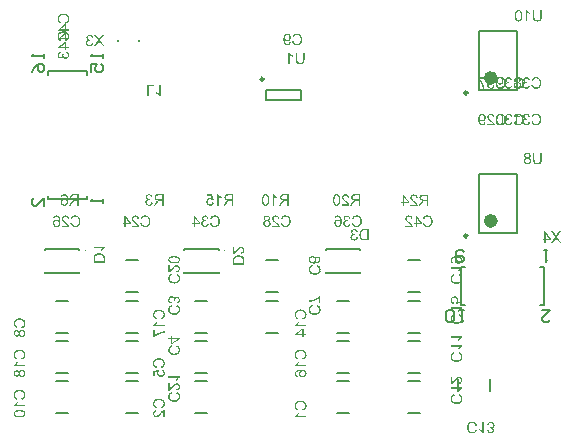
<source format=gbr>
%TF.GenerationSoftware,Altium Limited,Altium Designer,21.4.1 (30)*%
G04 Layer_Color=32896*
%FSLAX26Y26*%
%MOIN*%
%TF.SameCoordinates,1A054405-282A-4FF3-8963-BB1B344CA64D*%
%TF.FilePolarity,Positive*%
%TF.FileFunction,Legend,Bot*%
%TF.Part,Single*%
G01*
G75*
%TA.AperFunction,NonConductor*%
%ADD43C,0.009842*%
%ADD44C,0.023622*%
%ADD45C,0.003937*%
%ADD46C,0.007874*%
%ADD47C,0.006000*%
G36*
X462531Y1092123D02*
X459528D01*
X458982Y1093052D01*
X458382Y1093925D01*
X457672Y1094799D01*
X457017Y1095563D01*
X456361Y1096218D01*
X455870Y1096764D01*
X455652Y1096928D01*
X455488Y1097092D01*
X455433Y1097147D01*
X455379Y1097201D01*
X454232Y1098129D01*
X453086Y1099003D01*
X451993Y1099767D01*
X450901Y1100368D01*
X449973Y1100914D01*
X449591Y1101132D01*
X449264Y1101296D01*
X448990Y1101460D01*
X448772Y1101514D01*
X448663Y1101624D01*
X448608D01*
Y1106101D01*
X449427Y1105773D01*
X450246Y1105391D01*
X451065Y1105009D01*
X451830Y1104627D01*
X452485Y1104299D01*
X453031Y1104026D01*
X453358Y1103808D01*
X453413Y1103753D01*
X453468D01*
X454450Y1103152D01*
X455324Y1102552D01*
X456089Y1102006D01*
X456689Y1101514D01*
X457235Y1101132D01*
X457563Y1100805D01*
X457836Y1100586D01*
X457890Y1100532D01*
Y1130070D01*
X462531D01*
Y1092123D01*
D02*
G37*
G36*
X441019Y1125593D02*
X422400D01*
Y1092287D01*
X417377D01*
Y1130070D01*
X441019D01*
Y1125593D01*
D02*
G37*
G36*
X140034Y1368349D02*
X141945Y1368131D01*
X143637Y1367858D01*
X144456Y1367639D01*
X145166Y1367475D01*
X145821Y1367312D01*
X146422Y1367093D01*
X146968Y1366929D01*
X147405Y1366820D01*
X147732Y1366656D01*
X148005Y1366602D01*
X148169Y1366493D01*
X148224D01*
X149862Y1365674D01*
X151336Y1364745D01*
X152592Y1363763D01*
X153083Y1363271D01*
X153574Y1362834D01*
X154011Y1362398D01*
X154393Y1361961D01*
X154721Y1361579D01*
X154939Y1361251D01*
X155158Y1361033D01*
X155322Y1360814D01*
X155376Y1360705D01*
X155431Y1360650D01*
X155868Y1359886D01*
X156250Y1359122D01*
X156850Y1357484D01*
X157287Y1355846D01*
X157560Y1354262D01*
X157669Y1353498D01*
X157779Y1352843D01*
X157833Y1352242D01*
Y1351751D01*
X157888Y1351314D01*
Y1350713D01*
X157833Y1349621D01*
X157724Y1348584D01*
X157615Y1347601D01*
X157396Y1346673D01*
X157123Y1345799D01*
X156850Y1344980D01*
X156577Y1344216D01*
X156250Y1343506D01*
X155977Y1342905D01*
X155704Y1342305D01*
X155431Y1341868D01*
X155158Y1341431D01*
X154939Y1341158D01*
X154830Y1340885D01*
X154721Y1340776D01*
X154666Y1340721D01*
X154011Y1339957D01*
X153356Y1339302D01*
X152592Y1338701D01*
X151827Y1338101D01*
X150298Y1337118D01*
X148770Y1336353D01*
X148060Y1336026D01*
X147405Y1335753D01*
X146804Y1335534D01*
X146313Y1335371D01*
X145876Y1335207D01*
X145548Y1335098D01*
X145330Y1335043D01*
X145275D01*
X144019Y1340066D01*
X144893Y1340285D01*
X145712Y1340558D01*
X146476Y1340831D01*
X147186Y1341104D01*
X147841Y1341431D01*
X148387Y1341759D01*
X148933Y1342141D01*
X149425Y1342469D01*
X149862Y1342742D01*
X150189Y1343069D01*
X150517Y1343342D01*
X150790Y1343561D01*
X150954Y1343779D01*
X151117Y1343943D01*
X151172Y1343997D01*
X151227Y1344052D01*
X151663Y1344598D01*
X151991Y1345199D01*
X152592Y1346400D01*
X153028Y1347546D01*
X153301Y1348693D01*
X153520Y1349676D01*
X153574Y1350058D01*
Y1350440D01*
X153629Y1350768D01*
Y1351150D01*
X153574Y1352406D01*
X153356Y1353607D01*
X153083Y1354699D01*
X152755Y1355682D01*
X152428Y1356446D01*
X152264Y1356774D01*
X152155Y1357047D01*
X152046Y1357265D01*
X151936Y1357429D01*
X151882Y1357538D01*
Y1357593D01*
X151117Y1358630D01*
X150298Y1359504D01*
X149370Y1360268D01*
X148497Y1360869D01*
X147732Y1361360D01*
X147077Y1361688D01*
X146804Y1361797D01*
X146640Y1361906D01*
X146531Y1361961D01*
X146476D01*
X145057Y1362398D01*
X143637Y1362725D01*
X142218Y1362998D01*
X140907Y1363162D01*
X140307Y1363217D01*
X139761Y1363271D01*
X139269D01*
X138887Y1363326D01*
X138559D01*
X138286D01*
X138123D01*
X138068D01*
X136648Y1363271D01*
X135338Y1363162D01*
X134137Y1362944D01*
X133045Y1362725D01*
X132117Y1362561D01*
X131734Y1362452D01*
X131407Y1362343D01*
X131134Y1362288D01*
X130970Y1362234D01*
X130861Y1362179D01*
X130806D01*
X129550Y1361633D01*
X128404Y1361033D01*
X127476Y1360377D01*
X126657Y1359668D01*
X126001Y1359067D01*
X125565Y1358576D01*
X125292Y1358193D01*
X125182Y1358139D01*
Y1358084D01*
X124473Y1356938D01*
X123927Y1355682D01*
X123544Y1354481D01*
X123326Y1353334D01*
X123162Y1352297D01*
X123108Y1351860D01*
Y1351478D01*
X123053Y1351205D01*
Y1350768D01*
X123108Y1349403D01*
X123326Y1348147D01*
X123654Y1347110D01*
X123981Y1346181D01*
X124363Y1345472D01*
X124636Y1344926D01*
X124855Y1344598D01*
X124964Y1344489D01*
X125783Y1343615D01*
X126711Y1342796D01*
X127694Y1342141D01*
X128677Y1341595D01*
X129550Y1341158D01*
X129987Y1340994D01*
X130315Y1340885D01*
X130588Y1340776D01*
X130806Y1340667D01*
X130915Y1340612D01*
X130970D01*
X129823Y1335698D01*
X128841Y1336026D01*
X127967Y1336353D01*
X127148Y1336790D01*
X126329Y1337172D01*
X125619Y1337609D01*
X124964Y1338101D01*
X124309Y1338537D01*
X123763Y1338974D01*
X123326Y1339411D01*
X122889Y1339793D01*
X122507Y1340175D01*
X122234Y1340448D01*
X121961Y1340721D01*
X121797Y1340940D01*
X121743Y1341049D01*
X121688Y1341104D01*
X121197Y1341868D01*
X120705Y1342632D01*
X120323Y1343397D01*
X119995Y1344216D01*
X119504Y1345854D01*
X119176Y1347328D01*
X119013Y1348038D01*
X118958Y1348638D01*
X118903Y1349239D01*
X118849Y1349730D01*
X118794Y1350113D01*
Y1350659D01*
X118903Y1352460D01*
X119176Y1354208D01*
X119504Y1355736D01*
X119722Y1356446D01*
X119941Y1357101D01*
X120159Y1357702D01*
X120378Y1358248D01*
X120541Y1358685D01*
X120705Y1359122D01*
X120869Y1359395D01*
X120978Y1359613D01*
X121033Y1359777D01*
X121087Y1359831D01*
X122016Y1361306D01*
X123108Y1362561D01*
X124200Y1363653D01*
X125292Y1364582D01*
X126274Y1365291D01*
X126711Y1365564D01*
X127093Y1365783D01*
X127366Y1366001D01*
X127585Y1366110D01*
X127749Y1366165D01*
X127803Y1366220D01*
X129496Y1366984D01*
X131243Y1367530D01*
X132990Y1367912D01*
X134574Y1368185D01*
X135283Y1368294D01*
X135993Y1368349D01*
X136539Y1368404D01*
X137085D01*
X137467Y1368458D01*
X137795D01*
X138013D01*
X138068D01*
X140034Y1368349D01*
D02*
G37*
G36*
X148169Y1315933D02*
X157233D01*
Y1311292D01*
X148169D01*
Y1307169D01*
X148223D01*
X149861Y1306350D01*
X151335Y1305422D01*
X152591Y1304439D01*
X153083Y1303947D01*
X153574Y1303511D01*
X154011Y1303074D01*
X154393Y1302637D01*
X154721Y1302255D01*
X154939Y1301927D01*
X155157Y1301709D01*
X155321Y1301491D01*
X155376Y1301381D01*
X155430Y1301327D01*
X155867Y1300562D01*
X156250Y1299798D01*
X156850Y1298160D01*
X157287Y1296522D01*
X157560Y1294938D01*
X157669Y1294174D01*
X157778Y1293519D01*
X157833Y1292918D01*
Y1292427D01*
X157887Y1291990D01*
Y1291389D01*
X157833Y1290297D01*
X157724Y1289260D01*
X157614Y1288277D01*
X157396Y1287349D01*
X157149Y1286558D01*
X157233D01*
Y1281917D01*
X155005D01*
X154939Y1281834D01*
X154830Y1281562D01*
X154721Y1281452D01*
X154666Y1281398D01*
X154011Y1280633D01*
X153356Y1279978D01*
X152591Y1279378D01*
X151827Y1278777D01*
X150298Y1277794D01*
X148769Y1277030D01*
X148060Y1276702D01*
X147404Y1276429D01*
X146804Y1276211D01*
X146312Y1276047D01*
X145875Y1275883D01*
X145548Y1275774D01*
X145329Y1275719D01*
X145275D01*
X145008Y1276785D01*
X143910D01*
Y1281917D01*
X129385D01*
X129550Y1281834D01*
X129987Y1281671D01*
X130315Y1281562D01*
X130588Y1281452D01*
X130806Y1281343D01*
X130915Y1281289D01*
X130970D01*
X129823Y1276374D01*
X128840Y1276702D01*
X127967Y1277030D01*
X127148Y1277466D01*
X126329Y1277849D01*
X125619Y1278285D01*
X124964Y1278777D01*
X124308Y1279214D01*
X123763Y1279650D01*
X123326Y1280087D01*
X122889Y1280469D01*
X122507Y1280852D01*
X122234Y1281125D01*
X121961Y1281398D01*
X121797Y1281616D01*
X121742Y1281725D01*
X121688Y1281780D01*
X121599Y1281917D01*
X119449D01*
Y1285685D01*
X119703Y1285864D01*
X119504Y1286530D01*
X119176Y1288004D01*
X119012Y1288714D01*
X118958Y1289315D01*
X118903Y1289915D01*
X118849Y1290407D01*
X118794Y1290789D01*
Y1291335D01*
X118903Y1293137D01*
X119176Y1294884D01*
X119504Y1296413D01*
X119722Y1297122D01*
X119941Y1297778D01*
X120159Y1298378D01*
X120377Y1298924D01*
X120541Y1299361D01*
X120705Y1299798D01*
X120869Y1300071D01*
X120978Y1300289D01*
X121032Y1300453D01*
X121087Y1300508D01*
X122015Y1301982D01*
X123107Y1303238D01*
X124199Y1304330D01*
X125291Y1305258D01*
X126274Y1305968D01*
X126711Y1306241D01*
X127093Y1306459D01*
X127366Y1306678D01*
X127585Y1306787D01*
X127748Y1306841D01*
X127803Y1306896D01*
X129495Y1307660D01*
X131243Y1308206D01*
X132990Y1308589D01*
X134573Y1308861D01*
X135283Y1308971D01*
X135993Y1309025D01*
X136539Y1309080D01*
X137085D01*
X137467Y1309134D01*
X137795D01*
X138013D01*
X138068D01*
X140033Y1309025D01*
X141944Y1308807D01*
X143637Y1308534D01*
X143910Y1308461D01*
Y1311292D01*
X119449D01*
Y1315059D01*
X143910Y1332368D01*
X148169D01*
Y1315933D01*
D02*
G37*
G36*
X148169Y1256609D02*
X157232D01*
Y1251968D01*
X148169D01*
Y1246836D01*
X143910D01*
Y1251968D01*
X119449D01*
Y1255736D01*
X143910Y1273044D01*
X148169D01*
Y1256609D01*
D02*
G37*
G36*
X148114Y1241922D02*
X148933Y1241758D01*
X150462Y1241267D01*
X151772Y1240666D01*
X152318Y1240339D01*
X152864Y1240011D01*
X153356Y1239683D01*
X153738Y1239356D01*
X154120Y1239083D01*
X154393Y1238810D01*
X154612Y1238646D01*
X154775Y1238482D01*
X154885Y1238373D01*
X154939Y1238318D01*
X155430Y1237663D01*
X155922Y1237008D01*
X156304Y1236353D01*
X156632Y1235643D01*
X157178Y1234278D01*
X157505Y1232967D01*
X157614Y1232367D01*
X157724Y1231821D01*
X157778Y1231330D01*
X157833Y1230893D01*
X157887Y1230565D01*
Y1230074D01*
X157833Y1229036D01*
X157724Y1228108D01*
X157560Y1227180D01*
X157341Y1226306D01*
X157069Y1225487D01*
X156796Y1224777D01*
X156468Y1224068D01*
X156140Y1223467D01*
X155867Y1222867D01*
X155540Y1222375D01*
X155267Y1221938D01*
X154994Y1221611D01*
X154775Y1221338D01*
X154612Y1221119D01*
X154502Y1221010D01*
X154448Y1220956D01*
X153792Y1220300D01*
X153083Y1219754D01*
X152373Y1219263D01*
X151663Y1218826D01*
X151008Y1218498D01*
X150298Y1218171D01*
X148988Y1217734D01*
X148387Y1217625D01*
X147841Y1217516D01*
X147350Y1217407D01*
X146913Y1217352D01*
X146585Y1217297D01*
X146312D01*
X146149D01*
X146094D01*
X144784Y1217352D01*
X143582Y1217570D01*
X142545Y1217898D01*
X141671Y1218226D01*
X140962Y1218553D01*
X140416Y1218881D01*
X140088Y1219099D01*
X139979Y1219154D01*
X139160Y1219918D01*
X138450Y1220737D01*
X137904Y1221611D01*
X137467Y1222484D01*
X137139Y1223249D01*
X136921Y1223849D01*
X136867Y1224068D01*
X136812Y1224232D01*
X136757Y1224341D01*
Y1224395D01*
X136266Y1223467D01*
X135774Y1222703D01*
X135228Y1222047D01*
X134737Y1221502D01*
X134300Y1221065D01*
X133918Y1220737D01*
X133700Y1220573D01*
X133590Y1220519D01*
X132826Y1220082D01*
X132062Y1219754D01*
X131297Y1219481D01*
X130588Y1219318D01*
X129987Y1219208D01*
X129550Y1219154D01*
X129222D01*
X129113D01*
X128185Y1219208D01*
X127257Y1219372D01*
X126438Y1219591D01*
X125728Y1219863D01*
X125127Y1220137D01*
X124636Y1220355D01*
X124363Y1220519D01*
X124254Y1220573D01*
X123435Y1221119D01*
X122725Y1221774D01*
X122124Y1222430D01*
X121579Y1223085D01*
X121196Y1223631D01*
X120869Y1224122D01*
X120705Y1224450D01*
X120650Y1224505D01*
Y1224559D01*
X120213Y1225542D01*
X119886Y1226525D01*
X119613Y1227507D01*
X119449Y1228381D01*
X119340Y1229091D01*
X119285Y1229691D01*
Y1231056D01*
X119394Y1231821D01*
X119668Y1233295D01*
X120104Y1234551D01*
X120541Y1235643D01*
X120814Y1236134D01*
X121032Y1236516D01*
X121251Y1236899D01*
X121469Y1237172D01*
X121633Y1237390D01*
X121742Y1237554D01*
X121797Y1237663D01*
X121852Y1237718D01*
X122889Y1238755D01*
X124035Y1239574D01*
X125237Y1240229D01*
X126438Y1240775D01*
X127475Y1241103D01*
X127912Y1241267D01*
X128294Y1241376D01*
X128622Y1241430D01*
X128840Y1241485D01*
X129004Y1241540D01*
X129059D01*
X129878Y1236899D01*
X128677Y1236680D01*
X127639Y1236353D01*
X126766Y1235970D01*
X126056Y1235588D01*
X125510Y1235206D01*
X125127Y1234879D01*
X124855Y1234660D01*
X124800Y1234605D01*
X124254Y1233896D01*
X123817Y1233131D01*
X123544Y1232421D01*
X123326Y1231712D01*
X123216Y1231056D01*
X123107Y1230565D01*
Y1230128D01*
X123162Y1229146D01*
X123380Y1228272D01*
X123653Y1227507D01*
X123926Y1226852D01*
X124254Y1226361D01*
X124527Y1225979D01*
X124745Y1225706D01*
X124800Y1225651D01*
X125455Y1225051D01*
X126165Y1224614D01*
X126875Y1224341D01*
X127530Y1224122D01*
X128131Y1224013D01*
X128567Y1223904D01*
X128895D01*
X128950D01*
X129004D01*
X129605D01*
X130151Y1224013D01*
X131079Y1224286D01*
X131898Y1224668D01*
X132608Y1225105D01*
X133099Y1225542D01*
X133481Y1225924D01*
X133700Y1226197D01*
X133754Y1226252D01*
Y1226306D01*
X134246Y1227235D01*
X134628Y1228108D01*
X134901Y1229036D01*
X135065Y1229855D01*
X135174Y1230565D01*
X135283Y1231166D01*
Y1231876D01*
X135228Y1232094D01*
Y1232367D01*
X139323Y1232913D01*
X139160Y1232203D01*
X139050Y1231548D01*
X138941Y1231002D01*
X138887Y1230511D01*
X138832Y1230128D01*
Y1229637D01*
X138941Y1228490D01*
X139160Y1227453D01*
X139487Y1226525D01*
X139869Y1225760D01*
X140252Y1225160D01*
X140579Y1224723D01*
X140798Y1224450D01*
X140907Y1224341D01*
X141726Y1223631D01*
X142600Y1223085D01*
X143473Y1222703D01*
X144347Y1222484D01*
X145056Y1222321D01*
X145657Y1222266D01*
X145875Y1222211D01*
X146039D01*
X146149D01*
X146203D01*
X147404Y1222321D01*
X148496Y1222593D01*
X149424Y1222921D01*
X150244Y1223358D01*
X150899Y1223795D01*
X151390Y1224122D01*
X151718Y1224395D01*
X151827Y1224505D01*
X152591Y1225378D01*
X153137Y1226306D01*
X153519Y1227235D01*
X153792Y1228108D01*
X153956Y1228872D01*
X154011Y1229473D01*
X154065Y1229691D01*
Y1230019D01*
X154011Y1231002D01*
X153792Y1231930D01*
X153519Y1232749D01*
X153192Y1233404D01*
X152919Y1233950D01*
X152646Y1234387D01*
X152428Y1234605D01*
X152373Y1234715D01*
X151608Y1235370D01*
X150735Y1235916D01*
X149807Y1236407D01*
X148824Y1236790D01*
X148005Y1237062D01*
X147623Y1237172D01*
X147295Y1237226D01*
X147022Y1237281D01*
X146804Y1237335D01*
X146695Y1237390D01*
X146640D01*
X147240Y1242031D01*
X148114Y1241922D01*
D02*
G37*
G36*
X1783792Y623972D02*
X1798370Y604425D01*
X1792364D01*
X1782809Y617529D01*
X1782591Y617857D01*
X1782318Y618239D01*
X1781717Y619113D01*
X1781444Y619549D01*
X1781226Y619877D01*
X1781062Y620095D01*
X1781007Y620150D01*
X1780461Y619331D01*
X1779970Y618567D01*
X1779751Y618294D01*
X1779642Y618075D01*
X1779533Y617911D01*
X1779478Y617857D01*
X1769923Y604425D01*
X1763754D01*
X1777895Y624245D01*
X1764791Y642208D01*
X1770251D01*
X1777786Y632162D01*
X1778441Y631343D01*
X1778987Y630579D01*
X1779533Y629814D01*
X1779970Y629214D01*
X1780352Y628668D01*
X1780625Y628231D01*
X1780789Y628012D01*
X1780843Y627903D01*
X1781226Y628558D01*
X1781662Y629268D01*
X1782154Y630033D01*
X1782645Y630797D01*
X1783137Y631452D01*
X1783464Y631998D01*
X1783628Y632217D01*
X1783737Y632380D01*
X1783846Y632435D01*
Y632490D01*
X1790726Y642208D01*
X1796677D01*
X1783792Y623972D01*
D02*
G37*
G36*
X1762771Y617748D02*
Y613489D01*
X1746336D01*
Y604425D01*
X1741695D01*
Y613489D01*
X1736563D01*
Y617748D01*
X1741695D01*
Y642208D01*
X1745463D01*
X1762771Y617748D01*
D02*
G37*
G36*
X227923Y1297263D02*
X229397Y1296990D01*
X230653Y1296553D01*
X231745Y1296116D01*
X232236Y1295843D01*
X232618Y1295625D01*
X233000Y1295407D01*
X233273Y1295188D01*
X233492Y1295024D01*
X233656Y1294915D01*
X233765Y1294861D01*
X233819Y1294806D01*
X234857Y1293769D01*
X235676Y1292622D01*
X236331Y1291421D01*
X236877Y1290220D01*
X237205Y1289182D01*
X237368Y1288745D01*
X237478Y1288363D01*
X237532Y1288036D01*
X237587Y1287817D01*
X237641Y1287653D01*
Y1287599D01*
X233000Y1286780D01*
X232782Y1287981D01*
X232454Y1289018D01*
X232072Y1289892D01*
X231690Y1290602D01*
X231308Y1291148D01*
X230980Y1291530D01*
X230762Y1291803D01*
X230707Y1291858D01*
X229997Y1292404D01*
X229233Y1292840D01*
X228523Y1293113D01*
X227813Y1293332D01*
X227158Y1293441D01*
X226667Y1293550D01*
X226230D01*
X225247Y1293496D01*
X224374Y1293277D01*
X223609Y1293004D01*
X222954Y1292731D01*
X222463Y1292404D01*
X222080Y1292131D01*
X221807Y1291912D01*
X221753Y1291858D01*
X221152Y1291202D01*
X220715Y1290493D01*
X220442Y1289783D01*
X220224Y1289128D01*
X220115Y1288527D01*
X220006Y1288090D01*
Y1287763D01*
Y1287708D01*
Y1287653D01*
Y1287053D01*
X220115Y1286507D01*
X220388Y1285579D01*
X220770Y1284760D01*
X221207Y1284050D01*
X221644Y1283558D01*
X222026Y1283176D01*
X222299Y1282958D01*
X222353Y1282903D01*
X222408D01*
X223336Y1282412D01*
X224210Y1282030D01*
X225138Y1281757D01*
X225957Y1281593D01*
X226667Y1281484D01*
X227267Y1281374D01*
X227977D01*
X228196Y1281429D01*
X228469D01*
X229015Y1277334D01*
X228305Y1277498D01*
X227650Y1277607D01*
X227104Y1277716D01*
X226612Y1277771D01*
X226230Y1277825D01*
X225739D01*
X224592Y1277716D01*
X223555Y1277498D01*
X222626Y1277170D01*
X221862Y1276788D01*
X221261Y1276406D01*
X220825Y1276078D01*
X220552Y1275860D01*
X220442Y1275751D01*
X219733Y1274932D01*
X219187Y1274058D01*
X218804Y1273184D01*
X218586Y1272311D01*
X218422Y1271601D01*
X218368Y1271000D01*
X218313Y1270782D01*
Y1270618D01*
Y1270509D01*
Y1270454D01*
X218422Y1269253D01*
X218695Y1268161D01*
X219023Y1267233D01*
X219460Y1266414D01*
X219896Y1265759D01*
X220224Y1265267D01*
X220497Y1264940D01*
X220606Y1264831D01*
X221480Y1264066D01*
X222408Y1263520D01*
X223336Y1263138D01*
X224210Y1262865D01*
X224974Y1262701D01*
X225575Y1262647D01*
X225793Y1262592D01*
X226121D01*
X227104Y1262647D01*
X228032Y1262865D01*
X228851Y1263138D01*
X229506Y1263466D01*
X230052Y1263739D01*
X230489Y1264012D01*
X230707Y1264230D01*
X230816Y1264285D01*
X231472Y1265049D01*
X232018Y1265923D01*
X232509Y1266851D01*
X232891Y1267834D01*
X233164Y1268653D01*
X233273Y1269035D01*
X233328Y1269362D01*
X233383Y1269635D01*
X233437Y1269854D01*
X233492Y1269963D01*
Y1270018D01*
X238133Y1269417D01*
X238024Y1268543D01*
X237860Y1267724D01*
X237368Y1266196D01*
X236768Y1264885D01*
X236440Y1264339D01*
X236113Y1263793D01*
X235785Y1263302D01*
X235457Y1262920D01*
X235184Y1262537D01*
X234911Y1262264D01*
X234748Y1262046D01*
X234584Y1261882D01*
X234475Y1261773D01*
X234420Y1261718D01*
X233765Y1261227D01*
X233110Y1260736D01*
X232454Y1260353D01*
X231745Y1260026D01*
X230380Y1259480D01*
X229069Y1259152D01*
X228469Y1259043D01*
X227923Y1258934D01*
X227431Y1258879D01*
X226994Y1258825D01*
X226667Y1258770D01*
X226175D01*
X225138Y1258825D01*
X224210Y1258934D01*
X223282Y1259098D01*
X222408Y1259316D01*
X221589Y1259589D01*
X220879Y1259862D01*
X220169Y1260190D01*
X219569Y1260517D01*
X218968Y1260790D01*
X218477Y1261118D01*
X218040Y1261391D01*
X217712Y1261664D01*
X217439Y1261882D01*
X217221Y1262046D01*
X217112Y1262155D01*
X217057Y1262210D01*
X216402Y1262865D01*
X215856Y1263575D01*
X215365Y1264285D01*
X214928Y1264994D01*
X214600Y1265650D01*
X214273Y1266359D01*
X213836Y1267670D01*
X213727Y1268270D01*
X213617Y1268816D01*
X213508Y1269308D01*
X213454Y1269745D01*
X213399Y1270072D01*
Y1270345D01*
Y1270509D01*
Y1270564D01*
X213454Y1271874D01*
X213672Y1273075D01*
X214000Y1274113D01*
X214327Y1274986D01*
X214655Y1275696D01*
X214982Y1276242D01*
X215201Y1276570D01*
X215255Y1276679D01*
X216020Y1277498D01*
X216839Y1278208D01*
X217712Y1278754D01*
X218586Y1279190D01*
X219350Y1279518D01*
X219951Y1279736D01*
X220169Y1279791D01*
X220333Y1279846D01*
X220442Y1279900D01*
X220497D01*
X219569Y1280392D01*
X218804Y1280883D01*
X218149Y1281429D01*
X217603Y1281920D01*
X217166Y1282357D01*
X216839Y1282739D01*
X216675Y1282958D01*
X216620Y1283067D01*
X216184Y1283831D01*
X215856Y1284596D01*
X215583Y1285360D01*
X215419Y1286070D01*
X215310Y1286671D01*
X215255Y1287107D01*
Y1287435D01*
Y1287544D01*
X215310Y1288472D01*
X215474Y1289401D01*
X215692Y1290220D01*
X215965Y1290929D01*
X216238Y1291530D01*
X216457Y1292021D01*
X216620Y1292294D01*
X216675Y1292404D01*
X217221Y1293223D01*
X217876Y1293932D01*
X218531Y1294533D01*
X219187Y1295079D01*
X219733Y1295461D01*
X220224Y1295789D01*
X220552Y1295953D01*
X220606Y1296007D01*
X220661D01*
X221644Y1296444D01*
X222626Y1296772D01*
X223609Y1297045D01*
X224483Y1297208D01*
X225193Y1297318D01*
X225793Y1297372D01*
X227158D01*
X227923Y1297263D01*
D02*
G37*
G36*
X260792Y1278972D02*
X275370Y1259425D01*
X269364D01*
X259809Y1272529D01*
X259591Y1272857D01*
X259318Y1273239D01*
X258717Y1274113D01*
X258444Y1274549D01*
X258226Y1274877D01*
X258062Y1275095D01*
X258007Y1275150D01*
X257461Y1274331D01*
X256970Y1273567D01*
X256751Y1273294D01*
X256642Y1273075D01*
X256533Y1272911D01*
X256478Y1272857D01*
X246923Y1259425D01*
X240754D01*
X254895Y1279245D01*
X241791Y1297208D01*
X247251D01*
X254786Y1287162D01*
X255441Y1286343D01*
X255987Y1285579D01*
X256533Y1284814D01*
X256970Y1284214D01*
X257352Y1283668D01*
X257625Y1283231D01*
X257789Y1283012D01*
X257843Y1282903D01*
X258226Y1283558D01*
X258662Y1284268D01*
X259154Y1285033D01*
X259645Y1285797D01*
X260137Y1286452D01*
X260464Y1286998D01*
X260628Y1287217D01*
X260737Y1287380D01*
X260846Y1287435D01*
Y1287490D01*
X267726Y1297208D01*
X273677D01*
X260792Y1278972D01*
D02*
G37*
G36*
X1683302Y1379444D02*
X1683902Y1378570D01*
X1684612Y1377697D01*
X1685267Y1376932D01*
X1685923Y1376277D01*
X1686414Y1375731D01*
X1686632Y1375567D01*
X1686796Y1375404D01*
X1686851Y1375349D01*
X1686905Y1375294D01*
X1688052Y1374366D01*
X1689199Y1373493D01*
X1690291Y1372728D01*
X1691383Y1372128D01*
X1692311Y1371582D01*
X1692693Y1371363D01*
X1693021Y1371199D01*
X1693294Y1371036D01*
X1693512Y1370981D01*
X1693621Y1370872D01*
X1693676D01*
Y1366395D01*
X1692857Y1366722D01*
X1692038Y1367104D01*
X1691219Y1367487D01*
X1690454Y1367869D01*
X1689799Y1368196D01*
X1689253Y1368469D01*
X1688926Y1368688D01*
X1688871Y1368742D01*
X1688816D01*
X1687834Y1369343D01*
X1686960Y1369944D01*
X1686196Y1370490D01*
X1685595Y1370981D01*
X1685049Y1371363D01*
X1684721Y1371691D01*
X1684448Y1371909D01*
X1684394Y1371964D01*
Y1342425D01*
X1679753D01*
Y1380372D01*
X1682756D01*
X1683302Y1379444D01*
D02*
G37*
G36*
X1733370Y1358368D02*
Y1357276D01*
X1733315Y1356239D01*
X1733261Y1355256D01*
X1733152Y1354328D01*
X1733042Y1353509D01*
X1732933Y1352745D01*
X1732769Y1352035D01*
X1732660Y1351380D01*
X1732551Y1350779D01*
X1732387Y1350288D01*
X1732278Y1349851D01*
X1732169Y1349523D01*
X1732060Y1349250D01*
X1732005Y1349032D01*
X1731950Y1348923D01*
Y1348868D01*
X1731350Y1347667D01*
X1730585Y1346575D01*
X1729821Y1345701D01*
X1729002Y1344937D01*
X1728292Y1344336D01*
X1727692Y1343899D01*
X1727473Y1343790D01*
X1727309Y1343681D01*
X1727200Y1343572D01*
X1727146D01*
X1725781Y1342971D01*
X1724361Y1342534D01*
X1722887Y1342207D01*
X1721522Y1341988D01*
X1720921Y1341934D01*
X1720321Y1341879D01*
X1719775Y1341825D01*
X1719338D01*
X1718956Y1341770D01*
X1718464D01*
X1716499Y1341879D01*
X1715625Y1341988D01*
X1714806Y1342098D01*
X1713987Y1342261D01*
X1713277Y1342425D01*
X1712622Y1342589D01*
X1712021Y1342807D01*
X1711475Y1343026D01*
X1711039Y1343190D01*
X1710602Y1343353D01*
X1710274Y1343517D01*
X1710001Y1343681D01*
X1709837Y1343736D01*
X1709728Y1343845D01*
X1709674D01*
X1708472Y1344664D01*
X1707490Y1345592D01*
X1706725Y1346466D01*
X1706070Y1347339D01*
X1705579Y1348104D01*
X1705251Y1348704D01*
X1705142Y1348923D01*
X1705033Y1349086D01*
X1704978Y1349196D01*
Y1349250D01*
X1704760Y1349905D01*
X1704541Y1350615D01*
X1704214Y1352089D01*
X1703995Y1353618D01*
X1703831Y1355092D01*
X1703777Y1355748D01*
X1703722Y1356403D01*
Y1356949D01*
X1703668Y1357440D01*
Y1357822D01*
Y1358095D01*
Y1358314D01*
Y1358368D01*
Y1380208D01*
X1708691D01*
Y1358368D01*
Y1357113D01*
X1708800Y1355911D01*
X1708909Y1354874D01*
X1709073Y1353891D01*
X1709237Y1353018D01*
X1709455Y1352199D01*
X1709619Y1351489D01*
X1709837Y1350888D01*
X1710056Y1350397D01*
X1710274Y1349905D01*
X1710493Y1349578D01*
X1710656Y1349250D01*
X1710820Y1349032D01*
X1710929Y1348868D01*
X1710984Y1348813D01*
X1711039Y1348759D01*
X1711530Y1348322D01*
X1712076Y1347940D01*
X1713277Y1347339D01*
X1714533Y1346902D01*
X1715843Y1346629D01*
X1717045Y1346411D01*
X1717536Y1346356D01*
X1718027D01*
X1718355Y1346302D01*
X1718901D01*
X1720048Y1346356D01*
X1721085Y1346520D01*
X1722068Y1346684D01*
X1722832Y1346957D01*
X1723487Y1347175D01*
X1723979Y1347339D01*
X1724252Y1347503D01*
X1724361Y1347558D01*
X1725125Y1348049D01*
X1725781Y1348650D01*
X1726327Y1349250D01*
X1726709Y1349796D01*
X1727036Y1350342D01*
X1727309Y1350724D01*
X1727419Y1350997D01*
X1727473Y1351107D01*
X1727637Y1351598D01*
X1727746Y1352089D01*
X1727965Y1353236D01*
X1728128Y1354437D01*
X1728238Y1355638D01*
X1728292Y1356676D01*
Y1357167D01*
X1728347Y1357549D01*
Y1357877D01*
Y1358150D01*
Y1358314D01*
Y1358368D01*
Y1380208D01*
X1733370D01*
Y1358368D01*
D02*
G37*
G36*
X1656985Y1380263D02*
X1658350Y1380045D01*
X1659496Y1379662D01*
X1660479Y1379280D01*
X1661298Y1378843D01*
X1661626Y1378680D01*
X1661899Y1378461D01*
X1662117Y1378352D01*
X1662281Y1378243D01*
X1662335Y1378134D01*
X1662390D01*
X1663373Y1377260D01*
X1664192Y1376223D01*
X1664902Y1375185D01*
X1665448Y1374202D01*
X1665884Y1373274D01*
X1666103Y1372892D01*
X1666212Y1372510D01*
X1666321Y1372237D01*
X1666430Y1372018D01*
X1666485Y1371909D01*
Y1371855D01*
X1666703Y1371036D01*
X1666922Y1370217D01*
X1667249Y1368415D01*
X1667522Y1366613D01*
X1667686Y1364920D01*
X1667741Y1364101D01*
X1667795Y1363392D01*
Y1362736D01*
X1667850Y1362136D01*
Y1361699D01*
Y1361317D01*
Y1361098D01*
Y1361044D01*
X1667795Y1359133D01*
X1667686Y1357331D01*
X1667522Y1355693D01*
X1667249Y1354164D01*
X1666976Y1352745D01*
X1666649Y1351489D01*
X1666321Y1350342D01*
X1665994Y1349359D01*
X1665666Y1348486D01*
X1665284Y1347721D01*
X1665011Y1347066D01*
X1664738Y1346575D01*
X1664465Y1346138D01*
X1664301Y1345865D01*
X1664192Y1345701D01*
X1664137Y1345647D01*
X1663537Y1344991D01*
X1662881Y1344391D01*
X1662172Y1343845D01*
X1661462Y1343408D01*
X1660752Y1343026D01*
X1660042Y1342698D01*
X1659332Y1342480D01*
X1658677Y1342261D01*
X1658022Y1342098D01*
X1657421Y1341988D01*
X1656875Y1341879D01*
X1656439Y1341825D01*
X1656056Y1341770D01*
X1655510D01*
X1654036Y1341879D01*
X1652671Y1342098D01*
X1651525Y1342480D01*
X1650542Y1342862D01*
X1649723Y1343244D01*
X1649450Y1343463D01*
X1649177Y1343626D01*
X1648958Y1343736D01*
X1648795Y1343845D01*
X1648740Y1343954D01*
X1648685D01*
X1647703Y1344882D01*
X1646884Y1345865D01*
X1646174Y1346957D01*
X1645628Y1347940D01*
X1645191Y1348868D01*
X1644973Y1349250D01*
X1644863Y1349632D01*
X1644754Y1349905D01*
X1644645Y1350124D01*
X1644590Y1350233D01*
Y1350288D01*
X1644317Y1351107D01*
X1644099Y1351926D01*
X1643771Y1353673D01*
X1643498Y1355475D01*
X1643335Y1357222D01*
X1643280Y1357986D01*
X1643225Y1358696D01*
Y1359351D01*
X1643171Y1359952D01*
Y1360389D01*
Y1360771D01*
Y1360989D01*
Y1361044D01*
Y1362081D01*
X1643225Y1363064D01*
Y1363938D01*
X1643280Y1364811D01*
X1643389Y1365576D01*
X1643444Y1366340D01*
X1643498Y1366995D01*
X1643608Y1367596D01*
X1643662Y1368142D01*
X1643771Y1368633D01*
X1643826Y1369015D01*
X1643881Y1369343D01*
X1643935Y1369616D01*
X1643990Y1369780D01*
X1644044Y1369889D01*
Y1369944D01*
X1644372Y1371145D01*
X1644754Y1372237D01*
X1645191Y1373165D01*
X1645519Y1373984D01*
X1645901Y1374694D01*
X1646119Y1375185D01*
X1646338Y1375458D01*
X1646392Y1375567D01*
X1646993Y1376386D01*
X1647593Y1377096D01*
X1648249Y1377697D01*
X1648849Y1378243D01*
X1649395Y1378625D01*
X1649832Y1378898D01*
X1650105Y1379062D01*
X1650160Y1379116D01*
X1650214D01*
X1651088Y1379553D01*
X1652016Y1379826D01*
X1652890Y1380045D01*
X1653709Y1380208D01*
X1654418Y1380318D01*
X1655019Y1380372D01*
X1655510D01*
X1656985Y1380263D01*
D02*
G37*
G36*
X1733370Y882368D02*
Y881276D01*
X1733315Y880239D01*
X1733261Y879256D01*
X1733152Y878328D01*
X1733042Y877509D01*
X1732933Y876745D01*
X1732769Y876035D01*
X1732660Y875380D01*
X1732551Y874779D01*
X1732387Y874288D01*
X1732278Y873851D01*
X1732169Y873523D01*
X1732060Y873250D01*
X1732005Y873032D01*
X1731950Y872923D01*
Y872868D01*
X1731350Y871667D01*
X1730585Y870575D01*
X1729821Y869701D01*
X1729002Y868937D01*
X1728292Y868336D01*
X1727692Y867899D01*
X1727473Y867790D01*
X1727309Y867681D01*
X1727200Y867572D01*
X1727146D01*
X1725781Y866971D01*
X1724361Y866534D01*
X1722887Y866207D01*
X1721522Y865988D01*
X1720921Y865934D01*
X1720321Y865879D01*
X1719775Y865825D01*
X1719338D01*
X1718956Y865770D01*
X1718464D01*
X1716499Y865879D01*
X1715625Y865988D01*
X1714806Y866098D01*
X1713987Y866261D01*
X1713277Y866425D01*
X1712622Y866589D01*
X1712021Y866807D01*
X1711475Y867026D01*
X1711039Y867190D01*
X1710602Y867353D01*
X1710274Y867517D01*
X1710001Y867681D01*
X1709837Y867736D01*
X1709728Y867845D01*
X1709674D01*
X1708472Y868664D01*
X1707490Y869592D01*
X1706725Y870466D01*
X1706070Y871339D01*
X1705579Y872104D01*
X1705251Y872704D01*
X1705142Y872923D01*
X1705033Y873086D01*
X1704978Y873196D01*
Y873250D01*
X1704760Y873905D01*
X1704541Y874615D01*
X1704214Y876089D01*
X1703995Y877618D01*
X1703831Y879092D01*
X1703777Y879748D01*
X1703722Y880403D01*
Y880949D01*
X1703668Y881440D01*
Y881822D01*
Y882095D01*
Y882314D01*
Y882368D01*
Y904208D01*
X1708691D01*
Y882368D01*
Y881113D01*
X1708800Y879911D01*
X1708909Y878874D01*
X1709073Y877891D01*
X1709237Y877018D01*
X1709455Y876199D01*
X1709619Y875489D01*
X1709837Y874888D01*
X1710056Y874397D01*
X1710274Y873905D01*
X1710493Y873578D01*
X1710656Y873250D01*
X1710820Y873032D01*
X1710929Y872868D01*
X1710984Y872813D01*
X1711039Y872759D01*
X1711530Y872322D01*
X1712076Y871940D01*
X1713277Y871339D01*
X1714533Y870902D01*
X1715843Y870629D01*
X1717045Y870411D01*
X1717536Y870356D01*
X1718027D01*
X1718355Y870302D01*
X1718901D01*
X1720048Y870356D01*
X1721085Y870520D01*
X1722068Y870684D01*
X1722832Y870957D01*
X1723487Y871175D01*
X1723979Y871339D01*
X1724252Y871503D01*
X1724361Y871558D01*
X1725125Y872049D01*
X1725781Y872650D01*
X1726327Y873250D01*
X1726709Y873796D01*
X1727036Y874342D01*
X1727309Y874724D01*
X1727419Y874997D01*
X1727473Y875107D01*
X1727637Y875598D01*
X1727746Y876089D01*
X1727965Y877236D01*
X1728128Y878437D01*
X1728238Y879638D01*
X1728292Y880676D01*
Y881167D01*
X1728347Y881549D01*
Y881877D01*
Y882150D01*
Y882314D01*
Y882368D01*
Y904208D01*
X1733370D01*
Y882368D01*
D02*
G37*
G36*
X1685813Y904318D02*
X1686687Y904263D01*
X1688216Y903935D01*
X1688926Y903717D01*
X1689581Y903499D01*
X1690181Y903226D01*
X1690727Y902953D01*
X1691164Y902680D01*
X1691601Y902407D01*
X1691983Y902188D01*
X1692256Y901970D01*
X1692475Y901806D01*
X1692638Y901642D01*
X1692748Y901588D01*
X1692802Y901533D01*
X1693294Y900987D01*
X1693785Y900441D01*
X1694167Y899840D01*
X1694495Y899240D01*
X1695041Y898093D01*
X1695368Y897001D01*
X1695587Y896073D01*
X1695641Y895636D01*
X1695696Y895309D01*
X1695751Y894981D01*
Y894763D01*
Y894653D01*
Y894599D01*
X1695696Y893616D01*
X1695532Y892688D01*
X1695314Y891869D01*
X1695041Y891159D01*
X1694822Y890613D01*
X1694604Y890176D01*
X1694440Y889958D01*
X1694386Y889849D01*
X1693785Y889193D01*
X1693130Y888593D01*
X1692420Y888047D01*
X1691710Y887610D01*
X1691055Y887282D01*
X1690564Y887064D01*
X1690345Y886955D01*
X1690181Y886900D01*
X1690127Y886846D01*
X1690072D01*
X1691328Y886463D01*
X1692365Y885972D01*
X1693294Y885371D01*
X1694058Y884825D01*
X1694659Y884279D01*
X1695095Y883843D01*
X1695314Y883570D01*
X1695423Y883515D01*
Y883460D01*
X1696024Y882478D01*
X1696515Y881440D01*
X1696843Y880457D01*
X1697061Y879475D01*
X1697170Y878601D01*
X1697225Y878219D01*
Y877891D01*
X1697279Y877673D01*
Y877454D01*
Y877345D01*
Y877291D01*
X1697225Y876417D01*
X1697116Y875543D01*
X1696952Y874724D01*
X1696733Y873905D01*
X1696187Y872540D01*
X1695914Y871885D01*
X1695587Y871339D01*
X1695259Y870793D01*
X1694986Y870356D01*
X1694659Y869974D01*
X1694440Y869647D01*
X1694222Y869374D01*
X1694058Y869210D01*
X1693949Y869101D01*
X1693894Y869046D01*
X1693239Y868445D01*
X1692529Y867954D01*
X1691765Y867517D01*
X1691000Y867135D01*
X1690291Y866862D01*
X1689526Y866589D01*
X1688052Y866207D01*
X1687397Y866043D01*
X1686796Y865934D01*
X1686250Y865879D01*
X1685759Y865825D01*
X1685377Y865770D01*
X1684831D01*
X1683793Y865825D01*
X1682865Y865934D01*
X1681937Y866098D01*
X1681063Y866261D01*
X1680299Y866534D01*
X1679534Y866807D01*
X1678825Y867080D01*
X1678224Y867408D01*
X1677678Y867736D01*
X1677187Y868009D01*
X1676804Y868282D01*
X1676422Y868555D01*
X1676149Y868718D01*
X1675985Y868882D01*
X1675876Y868991D01*
X1675822Y869046D01*
X1675221Y869701D01*
X1674675Y870356D01*
X1674238Y871012D01*
X1673856Y871721D01*
X1673474Y872377D01*
X1673201Y873086D01*
X1672819Y874342D01*
X1672655Y874943D01*
X1672546Y875489D01*
X1672491Y875980D01*
X1672436Y876362D01*
X1672382Y876690D01*
Y876963D01*
Y877127D01*
Y877181D01*
X1672436Y878437D01*
X1672655Y879584D01*
X1672982Y880621D01*
X1673310Y881495D01*
X1673638Y882205D01*
X1673965Y882751D01*
X1674184Y883078D01*
X1674238Y883133D01*
Y883187D01*
X1675003Y884061D01*
X1675822Y884825D01*
X1676695Y885426D01*
X1677514Y885972D01*
X1678279Y886354D01*
X1678934Y886627D01*
X1679152Y886736D01*
X1679316Y886791D01*
X1679425Y886846D01*
X1679480D01*
X1678497Y887282D01*
X1677678Y887774D01*
X1676968Y888265D01*
X1676368Y888757D01*
X1675931Y889193D01*
X1675603Y889521D01*
X1675385Y889739D01*
X1675330Y889849D01*
X1674839Y890613D01*
X1674511Y891377D01*
X1674238Y892142D01*
X1674074Y892906D01*
X1673965Y893507D01*
X1673911Y893998D01*
Y894326D01*
Y894380D01*
Y894435D01*
X1673965Y895199D01*
X1674020Y895909D01*
X1674402Y897274D01*
X1674893Y898475D01*
X1675439Y899513D01*
X1675985Y900332D01*
X1676258Y900659D01*
X1676477Y900987D01*
X1676695Y901205D01*
X1676859Y901369D01*
X1676914Y901424D01*
X1676968Y901478D01*
X1677569Y901970D01*
X1678169Y902461D01*
X1678825Y902843D01*
X1679480Y903171D01*
X1680790Y903662D01*
X1682101Y903990D01*
X1682647Y904154D01*
X1683193Y904208D01*
X1683684Y904263D01*
X1684121Y904318D01*
X1684448Y904372D01*
X1684940D01*
X1685813Y904318D01*
D02*
G37*
G36*
X892302Y1237444D02*
X892902Y1236570D01*
X893612Y1235697D01*
X894267Y1234932D01*
X894923Y1234277D01*
X895414Y1233731D01*
X895632Y1233567D01*
X895796Y1233404D01*
X895851Y1233349D01*
X895905Y1233294D01*
X897052Y1232366D01*
X898199Y1231493D01*
X899291Y1230728D01*
X900383Y1230128D01*
X901311Y1229582D01*
X901693Y1229363D01*
X902021Y1229199D01*
X902294Y1229036D01*
X902512Y1228981D01*
X902621Y1228872D01*
X902676D01*
Y1224395D01*
X901857Y1224722D01*
X901038Y1225104D01*
X900219Y1225487D01*
X899454Y1225869D01*
X898799Y1226196D01*
X898253Y1226469D01*
X897926Y1226688D01*
X897871Y1226742D01*
X897816D01*
X896834Y1227343D01*
X895960Y1227944D01*
X895196Y1228490D01*
X894595Y1228981D01*
X894049Y1229363D01*
X893721Y1229691D01*
X893448Y1229909D01*
X893394Y1229964D01*
Y1200425D01*
X888753D01*
Y1238372D01*
X891756D01*
X892302Y1237444D01*
D02*
G37*
G36*
X942370Y1216368D02*
Y1215276D01*
X942315Y1214239D01*
X942261Y1213256D01*
X942152Y1212328D01*
X942042Y1211509D01*
X941933Y1210745D01*
X941769Y1210035D01*
X941660Y1209380D01*
X941551Y1208779D01*
X941387Y1208288D01*
X941278Y1207851D01*
X941169Y1207523D01*
X941060Y1207250D01*
X941005Y1207032D01*
X940950Y1206923D01*
Y1206868D01*
X940350Y1205667D01*
X939585Y1204575D01*
X938821Y1203701D01*
X938002Y1202937D01*
X937292Y1202336D01*
X936692Y1201899D01*
X936473Y1201790D01*
X936309Y1201681D01*
X936200Y1201572D01*
X936146D01*
X934781Y1200971D01*
X933361Y1200534D01*
X931887Y1200207D01*
X930522Y1199988D01*
X929921Y1199934D01*
X929321Y1199879D01*
X928775Y1199825D01*
X928338D01*
X927956Y1199770D01*
X927464D01*
X925499Y1199879D01*
X924625Y1199988D01*
X923806Y1200098D01*
X922987Y1200261D01*
X922277Y1200425D01*
X921622Y1200589D01*
X921021Y1200807D01*
X920475Y1201026D01*
X920039Y1201190D01*
X919602Y1201353D01*
X919274Y1201517D01*
X919001Y1201681D01*
X918837Y1201736D01*
X918728Y1201845D01*
X918674D01*
X917472Y1202664D01*
X916490Y1203592D01*
X915725Y1204466D01*
X915070Y1205339D01*
X914579Y1206104D01*
X914251Y1206704D01*
X914142Y1206923D01*
X914033Y1207086D01*
X913978Y1207196D01*
Y1207250D01*
X913760Y1207905D01*
X913541Y1208615D01*
X913214Y1210089D01*
X912995Y1211618D01*
X912831Y1213092D01*
X912777Y1213748D01*
X912722Y1214403D01*
Y1214949D01*
X912668Y1215440D01*
Y1215822D01*
Y1216095D01*
Y1216314D01*
Y1216368D01*
Y1238208D01*
X917691D01*
Y1216368D01*
Y1215113D01*
X917800Y1213911D01*
X917909Y1212874D01*
X918073Y1211891D01*
X918237Y1211018D01*
X918455Y1210199D01*
X918619Y1209489D01*
X918837Y1208888D01*
X919056Y1208397D01*
X919274Y1207905D01*
X919493Y1207578D01*
X919656Y1207250D01*
X919820Y1207032D01*
X919929Y1206868D01*
X919984Y1206813D01*
X920039Y1206759D01*
X920530Y1206322D01*
X921076Y1205940D01*
X922277Y1205339D01*
X923533Y1204902D01*
X924843Y1204629D01*
X926045Y1204411D01*
X926536Y1204356D01*
X927027D01*
X927355Y1204302D01*
X927901D01*
X929048Y1204356D01*
X930085Y1204520D01*
X931068Y1204684D01*
X931832Y1204957D01*
X932487Y1205175D01*
X932979Y1205339D01*
X933252Y1205503D01*
X933361Y1205558D01*
X934125Y1206049D01*
X934781Y1206650D01*
X935327Y1207250D01*
X935709Y1207796D01*
X936036Y1208342D01*
X936309Y1208724D01*
X936419Y1208997D01*
X936473Y1209107D01*
X936637Y1209598D01*
X936746Y1210089D01*
X936965Y1211236D01*
X937128Y1212437D01*
X937238Y1213638D01*
X937292Y1214676D01*
Y1215167D01*
X937347Y1215549D01*
Y1215877D01*
Y1216150D01*
Y1216314D01*
Y1216368D01*
Y1238208D01*
X942370D01*
Y1216368D01*
D02*
G37*
G36*
X1307704Y765318D02*
X1308632Y765263D01*
X1309506Y765099D01*
X1310325Y764935D01*
X1311089Y764717D01*
X1311799Y764499D01*
X1312454Y764226D01*
X1313055Y763953D01*
X1313601Y763680D01*
X1314038Y763407D01*
X1314420Y763188D01*
X1314748Y762970D01*
X1315021Y762806D01*
X1315184Y762642D01*
X1315294Y762588D01*
X1315348Y762533D01*
X1315894Y761987D01*
X1316386Y761386D01*
X1316877Y760731D01*
X1317259Y760076D01*
X1317914Y758766D01*
X1318351Y757455D01*
X1318515Y756855D01*
X1318679Y756254D01*
X1318788Y755763D01*
X1318897Y755326D01*
X1318952Y754944D01*
Y754671D01*
X1319006Y754507D01*
Y754452D01*
X1314256Y753961D01*
X1314147Y755217D01*
X1313929Y756309D01*
X1313601Y757291D01*
X1313219Y758056D01*
X1312891Y758711D01*
X1312564Y759148D01*
X1312345Y759421D01*
X1312236Y759530D01*
X1311417Y760185D01*
X1310543Y760677D01*
X1309615Y761059D01*
X1308796Y761277D01*
X1308032Y761441D01*
X1307377Y761496D01*
X1307158Y761550D01*
X1306831D01*
X1305684Y761496D01*
X1304647Y761277D01*
X1303773Y760950D01*
X1303009Y760622D01*
X1302408Y760240D01*
X1302026Y759967D01*
X1301753Y759748D01*
X1301644Y759639D01*
X1300988Y758875D01*
X1300497Y758110D01*
X1300115Y757346D01*
X1299896Y756582D01*
X1299733Y755981D01*
X1299678Y755435D01*
X1299623Y755107D01*
Y755053D01*
Y754998D01*
X1299733Y754015D01*
X1299951Y752978D01*
X1300333Y752050D01*
X1300715Y751176D01*
X1301152Y750466D01*
X1301534Y749866D01*
X1301644Y749647D01*
X1301753Y749484D01*
X1301862Y749429D01*
Y749374D01*
X1302299Y748774D01*
X1302845Y748173D01*
X1303445Y747518D01*
X1304101Y746863D01*
X1305466Y745552D01*
X1306831Y744242D01*
X1307540Y743641D01*
X1308141Y743095D01*
X1308742Y742604D01*
X1309233Y742167D01*
X1309615Y741840D01*
X1309943Y741567D01*
X1310161Y741403D01*
X1310216Y741348D01*
X1311581Y740202D01*
X1312837Y739110D01*
X1313874Y738127D01*
X1314693Y737308D01*
X1315403Y736598D01*
X1315894Y736107D01*
X1316167Y735779D01*
X1316276Y735724D01*
Y735670D01*
X1317041Y734742D01*
X1317641Y733868D01*
X1318187Y732994D01*
X1318624Y732230D01*
X1318952Y731575D01*
X1319170Y731083D01*
X1319279Y730756D01*
X1319334Y730701D01*
Y730647D01*
X1319552Y730046D01*
X1319662Y729500D01*
X1319771Y728954D01*
X1319825Y728463D01*
X1319880Y728026D01*
Y727698D01*
Y727480D01*
Y727425D01*
X1294819D01*
Y731902D01*
X1313437D01*
X1312782Y732831D01*
X1312454Y733213D01*
X1312181Y733595D01*
X1311908Y733923D01*
X1311690Y734141D01*
X1311526Y734305D01*
X1311472Y734359D01*
X1311199Y734632D01*
X1310871Y734905D01*
X1310107Y735615D01*
X1309233Y736434D01*
X1308305Y737253D01*
X1307431Y737963D01*
X1307049Y738291D01*
X1306721Y738618D01*
X1306448Y738837D01*
X1306230Y739000D01*
X1306121Y739110D01*
X1306066Y739164D01*
X1305193Y739929D01*
X1304319Y740638D01*
X1303555Y741348D01*
X1302845Y741949D01*
X1302190Y742549D01*
X1301644Y743095D01*
X1301098Y743587D01*
X1300661Y744024D01*
X1300224Y744460D01*
X1299896Y744788D01*
X1299623Y745061D01*
X1299350Y745334D01*
X1299077Y745662D01*
X1298968Y745771D01*
X1298204Y746699D01*
X1297549Y747518D01*
X1297003Y748337D01*
X1296566Y748992D01*
X1296238Y749593D01*
X1296020Y750030D01*
X1295911Y750303D01*
X1295856Y750412D01*
X1295528Y751231D01*
X1295310Y752050D01*
X1295092Y752814D01*
X1294982Y753469D01*
X1294928Y754070D01*
X1294873Y754507D01*
Y754780D01*
Y754889D01*
X1294928Y755708D01*
X1295037Y756472D01*
X1295146Y757237D01*
X1295365Y757892D01*
X1295911Y759202D01*
X1296457Y760240D01*
X1296784Y760731D01*
X1297057Y761113D01*
X1297330Y761496D01*
X1297603Y761769D01*
X1297822Y761987D01*
X1297931Y762205D01*
X1298040Y762260D01*
X1298095Y762315D01*
X1298695Y762861D01*
X1299350Y763352D01*
X1300060Y763734D01*
X1300770Y764062D01*
X1302190Y764608D01*
X1303609Y764990D01*
X1304210Y765099D01*
X1304810Y765208D01*
X1305356Y765263D01*
X1305793Y765318D01*
X1306175Y765372D01*
X1306721D01*
X1307704Y765318D01*
D02*
G37*
G36*
X1355370Y727425D02*
X1350347D01*
Y744187D01*
X1343904D01*
X1343303Y744133D01*
X1342867D01*
X1342484Y744078D01*
X1342211Y744024D01*
X1341993D01*
X1341884Y743969D01*
X1341829D01*
X1340956Y743696D01*
X1340573Y743532D01*
X1340246Y743368D01*
X1339918Y743205D01*
X1339700Y743095D01*
X1339591Y743041D01*
X1339536Y742986D01*
X1339099Y742659D01*
X1338662Y742276D01*
X1337843Y741457D01*
X1337461Y741075D01*
X1337188Y740748D01*
X1337024Y740529D01*
X1336970Y740475D01*
X1336424Y739710D01*
X1335823Y738891D01*
X1335223Y738018D01*
X1334622Y737199D01*
X1334131Y736434D01*
X1333748Y735834D01*
X1333585Y735615D01*
X1333475Y735451D01*
X1333366Y735342D01*
Y735288D01*
X1328398Y727425D01*
X1322173D01*
X1328671Y737690D01*
X1329435Y738782D01*
X1330145Y739765D01*
X1330855Y740584D01*
X1331455Y741348D01*
X1332001Y741894D01*
X1332438Y742331D01*
X1332711Y742604D01*
X1332820Y742713D01*
X1333257Y743041D01*
X1333748Y743423D01*
X1334731Y744024D01*
X1335168Y744242D01*
X1335496Y744460D01*
X1335714Y744570D01*
X1335823Y744624D01*
X1334840Y744788D01*
X1333912Y744952D01*
X1333093Y745225D01*
X1332274Y745443D01*
X1331564Y745716D01*
X1330909Y746044D01*
X1330309Y746317D01*
X1329763Y746590D01*
X1329326Y746917D01*
X1328889Y747190D01*
X1328561Y747409D01*
X1328288Y747627D01*
X1328070Y747791D01*
X1327906Y747955D01*
X1327852Y748009D01*
X1327797Y748064D01*
X1327360Y748610D01*
X1326923Y749156D01*
X1326268Y750303D01*
X1325831Y751449D01*
X1325504Y752541D01*
X1325285Y753469D01*
X1325231Y753852D01*
Y754234D01*
X1325176Y754507D01*
Y754725D01*
Y754834D01*
Y754889D01*
X1325231Y756036D01*
X1325395Y757073D01*
X1325668Y758056D01*
X1325941Y758875D01*
X1326268Y759585D01*
X1326487Y760131D01*
X1326705Y760458D01*
X1326760Y760513D01*
Y760567D01*
X1327415Y761441D01*
X1328070Y762205D01*
X1328780Y762861D01*
X1329435Y763352D01*
X1330036Y763734D01*
X1330527Y763953D01*
X1330855Y764116D01*
X1330909Y764171D01*
X1330964D01*
X1331455Y764335D01*
X1332056Y764499D01*
X1333257Y764772D01*
X1334567Y764935D01*
X1335769Y765099D01*
X1336915Y765154D01*
X1337407D01*
X1337843Y765208D01*
X1355370D01*
Y727425D01*
D02*
G37*
G36*
X1291433Y740748D02*
Y736489D01*
X1274999D01*
Y727425D01*
X1270358D01*
Y736489D01*
X1265225D01*
Y740748D01*
X1270358D01*
Y765208D01*
X1274125D01*
X1291433Y740748D01*
D02*
G37*
G36*
X1079704Y766318D02*
X1080632Y766263D01*
X1081506Y766099D01*
X1082325Y765935D01*
X1083089Y765717D01*
X1083799Y765499D01*
X1084454Y765226D01*
X1085055Y764953D01*
X1085601Y764680D01*
X1086038Y764407D01*
X1086420Y764188D01*
X1086748Y763970D01*
X1087021Y763806D01*
X1087184Y763642D01*
X1087294Y763588D01*
X1087348Y763533D01*
X1087894Y762987D01*
X1088386Y762386D01*
X1088877Y761731D01*
X1089259Y761076D01*
X1089914Y759766D01*
X1090351Y758455D01*
X1090515Y757855D01*
X1090679Y757254D01*
X1090788Y756763D01*
X1090897Y756326D01*
X1090952Y755944D01*
Y755671D01*
X1091006Y755507D01*
Y755452D01*
X1086256Y754961D01*
X1086147Y756217D01*
X1085929Y757309D01*
X1085601Y758291D01*
X1085219Y759056D01*
X1084891Y759711D01*
X1084564Y760148D01*
X1084345Y760421D01*
X1084236Y760530D01*
X1083417Y761185D01*
X1082543Y761677D01*
X1081615Y762059D01*
X1080796Y762277D01*
X1080032Y762441D01*
X1079377Y762496D01*
X1079158Y762550D01*
X1078831D01*
X1077684Y762496D01*
X1076647Y762277D01*
X1075773Y761950D01*
X1075009Y761622D01*
X1074408Y761240D01*
X1074026Y760967D01*
X1073753Y760748D01*
X1073644Y760639D01*
X1072988Y759875D01*
X1072497Y759110D01*
X1072115Y758346D01*
X1071896Y757582D01*
X1071733Y756981D01*
X1071678Y756435D01*
X1071623Y756107D01*
Y756053D01*
Y755998D01*
X1071733Y755015D01*
X1071951Y753978D01*
X1072333Y753050D01*
X1072715Y752176D01*
X1073152Y751466D01*
X1073534Y750866D01*
X1073644Y750647D01*
X1073753Y750484D01*
X1073862Y750429D01*
Y750374D01*
X1074299Y749774D01*
X1074845Y749173D01*
X1075445Y748518D01*
X1076101Y747863D01*
X1077466Y746552D01*
X1078831Y745242D01*
X1079540Y744641D01*
X1080141Y744095D01*
X1080742Y743604D01*
X1081233Y743167D01*
X1081615Y742840D01*
X1081943Y742567D01*
X1082161Y742403D01*
X1082216Y742348D01*
X1083581Y741202D01*
X1084837Y740110D01*
X1085874Y739127D01*
X1086693Y738308D01*
X1087403Y737598D01*
X1087894Y737107D01*
X1088167Y736779D01*
X1088276Y736724D01*
Y736670D01*
X1089041Y735742D01*
X1089641Y734868D01*
X1090187Y733994D01*
X1090624Y733230D01*
X1090952Y732575D01*
X1091170Y732083D01*
X1091279Y731756D01*
X1091334Y731701D01*
Y731647D01*
X1091552Y731046D01*
X1091662Y730500D01*
X1091771Y729954D01*
X1091825Y729463D01*
X1091880Y729026D01*
Y728698D01*
Y728480D01*
Y728425D01*
X1066819D01*
Y732902D01*
X1085437D01*
X1084782Y733831D01*
X1084454Y734213D01*
X1084181Y734595D01*
X1083908Y734923D01*
X1083690Y735141D01*
X1083526Y735305D01*
X1083472Y735359D01*
X1083199Y735632D01*
X1082871Y735905D01*
X1082107Y736615D01*
X1081233Y737434D01*
X1080305Y738253D01*
X1079431Y738963D01*
X1079049Y739291D01*
X1078721Y739618D01*
X1078448Y739837D01*
X1078230Y740000D01*
X1078121Y740110D01*
X1078066Y740164D01*
X1077193Y740929D01*
X1076319Y741638D01*
X1075555Y742348D01*
X1074845Y742949D01*
X1074190Y743549D01*
X1073644Y744095D01*
X1073098Y744587D01*
X1072661Y745024D01*
X1072224Y745460D01*
X1071896Y745788D01*
X1071623Y746061D01*
X1071350Y746334D01*
X1071077Y746662D01*
X1070968Y746771D01*
X1070204Y747699D01*
X1069549Y748518D01*
X1069003Y749337D01*
X1068566Y749992D01*
X1068238Y750593D01*
X1068020Y751030D01*
X1067911Y751303D01*
X1067856Y751412D01*
X1067528Y752231D01*
X1067310Y753050D01*
X1067092Y753814D01*
X1066982Y754469D01*
X1066928Y755070D01*
X1066873Y755507D01*
Y755780D01*
Y755889D01*
X1066928Y756708D01*
X1067037Y757472D01*
X1067146Y758237D01*
X1067365Y758892D01*
X1067911Y760202D01*
X1068457Y761240D01*
X1068784Y761731D01*
X1069057Y762113D01*
X1069330Y762496D01*
X1069603Y762769D01*
X1069822Y762987D01*
X1069931Y763205D01*
X1070040Y763260D01*
X1070095Y763315D01*
X1070695Y763861D01*
X1071350Y764352D01*
X1072060Y764734D01*
X1072770Y765062D01*
X1074190Y765608D01*
X1075609Y765990D01*
X1076210Y766099D01*
X1076810Y766208D01*
X1077356Y766263D01*
X1077793Y766318D01*
X1078175Y766372D01*
X1078721D01*
X1079704Y766318D01*
D02*
G37*
G36*
X1127370Y728425D02*
X1122347D01*
Y745187D01*
X1115904D01*
X1115303Y745133D01*
X1114867D01*
X1114484Y745078D01*
X1114211Y745024D01*
X1113993D01*
X1113884Y744969D01*
X1113829D01*
X1112956Y744696D01*
X1112573Y744532D01*
X1112246Y744368D01*
X1111918Y744205D01*
X1111700Y744095D01*
X1111591Y744041D01*
X1111536Y743986D01*
X1111099Y743659D01*
X1110662Y743276D01*
X1109843Y742457D01*
X1109461Y742075D01*
X1109188Y741748D01*
X1109024Y741529D01*
X1108970Y741475D01*
X1108424Y740710D01*
X1107823Y739891D01*
X1107223Y739018D01*
X1106622Y738199D01*
X1106131Y737434D01*
X1105748Y736834D01*
X1105585Y736615D01*
X1105475Y736451D01*
X1105366Y736342D01*
Y736288D01*
X1100398Y728425D01*
X1094173D01*
X1100671Y738690D01*
X1101435Y739782D01*
X1102145Y740765D01*
X1102855Y741584D01*
X1103455Y742348D01*
X1104001Y742894D01*
X1104438Y743331D01*
X1104711Y743604D01*
X1104820Y743713D01*
X1105257Y744041D01*
X1105748Y744423D01*
X1106731Y745024D01*
X1107168Y745242D01*
X1107496Y745460D01*
X1107714Y745570D01*
X1107823Y745624D01*
X1106840Y745788D01*
X1105912Y745952D01*
X1105093Y746225D01*
X1104274Y746443D01*
X1103564Y746716D01*
X1102909Y747044D01*
X1102309Y747317D01*
X1101763Y747590D01*
X1101326Y747917D01*
X1100889Y748190D01*
X1100561Y748409D01*
X1100288Y748627D01*
X1100070Y748791D01*
X1099906Y748955D01*
X1099852Y749009D01*
X1099797Y749064D01*
X1099360Y749610D01*
X1098923Y750156D01*
X1098268Y751303D01*
X1097831Y752449D01*
X1097504Y753541D01*
X1097285Y754469D01*
X1097231Y754852D01*
Y755234D01*
X1097176Y755507D01*
Y755725D01*
Y755834D01*
Y755889D01*
X1097231Y757036D01*
X1097395Y758073D01*
X1097668Y759056D01*
X1097941Y759875D01*
X1098268Y760585D01*
X1098487Y761131D01*
X1098705Y761458D01*
X1098760Y761513D01*
Y761567D01*
X1099415Y762441D01*
X1100070Y763205D01*
X1100780Y763861D01*
X1101435Y764352D01*
X1102036Y764734D01*
X1102527Y764953D01*
X1102855Y765116D01*
X1102909Y765171D01*
X1102964D01*
X1103455Y765335D01*
X1104056Y765499D01*
X1105257Y765772D01*
X1106567Y765935D01*
X1107769Y766099D01*
X1108915Y766154D01*
X1109407D01*
X1109843Y766208D01*
X1127370D01*
Y728425D01*
D02*
G37*
G36*
X1050985Y766263D02*
X1052350Y766045D01*
X1053496Y765662D01*
X1054479Y765280D01*
X1055298Y764843D01*
X1055626Y764680D01*
X1055899Y764461D01*
X1056117Y764352D01*
X1056281Y764243D01*
X1056335Y764134D01*
X1056390D01*
X1057373Y763260D01*
X1058192Y762223D01*
X1058902Y761185D01*
X1059448Y760202D01*
X1059884Y759274D01*
X1060103Y758892D01*
X1060212Y758510D01*
X1060321Y758237D01*
X1060430Y758018D01*
X1060485Y757909D01*
Y757855D01*
X1060703Y757036D01*
X1060922Y756217D01*
X1061249Y754415D01*
X1061522Y752613D01*
X1061686Y750920D01*
X1061741Y750101D01*
X1061795Y749392D01*
Y748736D01*
X1061850Y748136D01*
Y747699D01*
Y747317D01*
Y747098D01*
Y747044D01*
X1061795Y745133D01*
X1061686Y743331D01*
X1061522Y741693D01*
X1061249Y740164D01*
X1060976Y738745D01*
X1060649Y737489D01*
X1060321Y736342D01*
X1059994Y735359D01*
X1059666Y734486D01*
X1059284Y733721D01*
X1059011Y733066D01*
X1058738Y732575D01*
X1058465Y732138D01*
X1058301Y731865D01*
X1058192Y731701D01*
X1058137Y731647D01*
X1057537Y730991D01*
X1056881Y730391D01*
X1056172Y729845D01*
X1055462Y729408D01*
X1054752Y729026D01*
X1054042Y728698D01*
X1053332Y728480D01*
X1052677Y728261D01*
X1052022Y728098D01*
X1051421Y727988D01*
X1050875Y727879D01*
X1050439Y727825D01*
X1050056Y727770D01*
X1049510D01*
X1048036Y727879D01*
X1046671Y728098D01*
X1045525Y728480D01*
X1044542Y728862D01*
X1043723Y729244D01*
X1043450Y729463D01*
X1043177Y729626D01*
X1042958Y729736D01*
X1042795Y729845D01*
X1042740Y729954D01*
X1042685D01*
X1041703Y730882D01*
X1040884Y731865D01*
X1040174Y732957D01*
X1039628Y733940D01*
X1039191Y734868D01*
X1038973Y735250D01*
X1038863Y735632D01*
X1038754Y735905D01*
X1038645Y736124D01*
X1038590Y736233D01*
Y736288D01*
X1038317Y737107D01*
X1038099Y737926D01*
X1037771Y739673D01*
X1037498Y741475D01*
X1037335Y743222D01*
X1037280Y743986D01*
X1037225Y744696D01*
Y745351D01*
X1037171Y745952D01*
Y746389D01*
Y746771D01*
Y746989D01*
Y747044D01*
Y748081D01*
X1037225Y749064D01*
Y749938D01*
X1037280Y750811D01*
X1037389Y751576D01*
X1037444Y752340D01*
X1037498Y752995D01*
X1037608Y753596D01*
X1037662Y754142D01*
X1037771Y754633D01*
X1037826Y755015D01*
X1037881Y755343D01*
X1037935Y755616D01*
X1037990Y755780D01*
X1038044Y755889D01*
Y755944D01*
X1038372Y757145D01*
X1038754Y758237D01*
X1039191Y759165D01*
X1039519Y759984D01*
X1039901Y760694D01*
X1040119Y761185D01*
X1040338Y761458D01*
X1040392Y761567D01*
X1040993Y762386D01*
X1041593Y763096D01*
X1042249Y763697D01*
X1042849Y764243D01*
X1043395Y764625D01*
X1043832Y764898D01*
X1044105Y765062D01*
X1044160Y765116D01*
X1044214D01*
X1045088Y765553D01*
X1046016Y765826D01*
X1046890Y766045D01*
X1047709Y766208D01*
X1048418Y766318D01*
X1049019Y766372D01*
X1049510D01*
X1050985Y766263D01*
D02*
G37*
G36*
X655302Y765444D02*
X655902Y764570D01*
X656612Y763697D01*
X657267Y762932D01*
X657923Y762277D01*
X658414Y761731D01*
X658632Y761567D01*
X658796Y761404D01*
X658851Y761349D01*
X658905Y761294D01*
X660052Y760366D01*
X661199Y759493D01*
X662291Y758728D01*
X663383Y758128D01*
X664311Y757582D01*
X664693Y757363D01*
X665021Y757199D01*
X665294Y757036D01*
X665512Y756981D01*
X665621Y756872D01*
X665676D01*
Y752395D01*
X664857Y752722D01*
X664038Y753104D01*
X663219Y753487D01*
X662454Y753869D01*
X661799Y754196D01*
X661253Y754469D01*
X660926Y754688D01*
X660871Y754742D01*
X660816D01*
X659834Y755343D01*
X658960Y755944D01*
X658196Y756490D01*
X657595Y756981D01*
X657049Y757363D01*
X656721Y757691D01*
X656448Y757909D01*
X656394Y757964D01*
Y728425D01*
X651753D01*
Y766372D01*
X654756D01*
X655302Y765444D01*
D02*
G37*
G36*
X639031Y746279D02*
X634663Y745679D01*
X634281Y746279D01*
X633789Y746771D01*
X633353Y747262D01*
X632916Y747644D01*
X632479Y747917D01*
X632151Y748190D01*
X631933Y748300D01*
X631878Y748354D01*
X631169Y748682D01*
X630459Y748955D01*
X629804Y749119D01*
X629148Y749282D01*
X628602Y749337D01*
X628166Y749392D01*
X627128D01*
X626473Y749282D01*
X625326Y749009D01*
X624344Y748627D01*
X623470Y748245D01*
X622815Y747808D01*
X622323Y747426D01*
X622050Y747153D01*
X621941Y747098D01*
Y747044D01*
X621177Y746116D01*
X620631Y745133D01*
X620249Y744095D01*
X619976Y743058D01*
X619812Y742184D01*
X619757Y741802D01*
Y741475D01*
X619703Y741202D01*
Y740983D01*
Y740874D01*
Y740819D01*
Y740055D01*
X619812Y739345D01*
X620085Y737980D01*
X620467Y736834D01*
X620849Y735905D01*
X621286Y735141D01*
X621668Y734540D01*
X621832Y734377D01*
X621941Y734213D01*
X621996Y734158D01*
X622050Y734104D01*
X622487Y733667D01*
X622924Y733285D01*
X623907Y732629D01*
X624835Y732193D01*
X625763Y731920D01*
X626528Y731701D01*
X627183Y731647D01*
X627401Y731592D01*
X627729D01*
X628766Y731647D01*
X629694Y731865D01*
X630513Y732138D01*
X631169Y732466D01*
X631769Y732793D01*
X632206Y733066D01*
X632424Y733285D01*
X632534Y733339D01*
X633189Y734104D01*
X633735Y734923D01*
X634172Y735851D01*
X634499Y736670D01*
X634718Y737489D01*
X634881Y738089D01*
X634936Y738362D01*
X634991Y738526D01*
Y738635D01*
Y738690D01*
X639850Y738308D01*
X639741Y737434D01*
X639577Y736615D01*
X639086Y735086D01*
X638485Y733776D01*
X638157Y733175D01*
X637830Y732684D01*
X637557Y732193D01*
X637229Y731756D01*
X636956Y731428D01*
X636683Y731155D01*
X636465Y730937D01*
X636356Y730718D01*
X636246Y730664D01*
X636192Y730609D01*
X635537Y730118D01*
X634881Y729681D01*
X634172Y729299D01*
X633462Y728971D01*
X632097Y728480D01*
X630732Y728152D01*
X630131Y727988D01*
X629531Y727934D01*
X629039Y727879D01*
X628602Y727825D01*
X628220Y727770D01*
X627729D01*
X626582Y727825D01*
X625490Y727988D01*
X624453Y728207D01*
X623525Y728480D01*
X622651Y728862D01*
X621832Y729244D01*
X621068Y729626D01*
X620412Y730063D01*
X619812Y730500D01*
X619266Y730882D01*
X618829Y731319D01*
X618447Y731647D01*
X618174Y731920D01*
X617955Y732138D01*
X617846Y732302D01*
X617792Y732356D01*
X617246Y733066D01*
X616809Y733831D01*
X616372Y734540D01*
X616044Y735305D01*
X615498Y736779D01*
X615171Y738199D01*
X615062Y738799D01*
X614952Y739400D01*
X614898Y739891D01*
X614843Y740328D01*
X614789Y740710D01*
Y740983D01*
Y741147D01*
Y741202D01*
X614843Y742184D01*
X614952Y743113D01*
X615116Y744041D01*
X615335Y744860D01*
X615608Y745624D01*
X615881Y746389D01*
X616208Y747044D01*
X616481Y747644D01*
X616809Y748190D01*
X617136Y748682D01*
X617409Y749064D01*
X617682Y749446D01*
X617901Y749719D01*
X618065Y749883D01*
X618174Y749992D01*
X618228Y750047D01*
X618884Y750647D01*
X619539Y751193D01*
X620249Y751630D01*
X620958Y752012D01*
X621668Y752395D01*
X622378Y752668D01*
X623688Y753050D01*
X624289Y753214D01*
X624835Y753323D01*
X625326Y753377D01*
X625763Y753432D01*
X626091Y753487D01*
X627292D01*
X627947Y753377D01*
X629258Y753104D01*
X630459Y752722D01*
X631551Y752285D01*
X632424Y751849D01*
X632807Y751630D01*
X633134Y751466D01*
X633407Y751303D01*
X633571Y751193D01*
X633680Y751139D01*
X633735Y751084D01*
X631715Y761294D01*
X616590D01*
Y765717D01*
X635373D01*
X639031Y746279D01*
D02*
G37*
G36*
X705370Y728425D02*
X700347D01*
Y745187D01*
X693904D01*
X693303Y745133D01*
X692867D01*
X692484Y745078D01*
X692211Y745024D01*
X691993D01*
X691884Y744969D01*
X691829D01*
X690956Y744696D01*
X690573Y744532D01*
X690246Y744368D01*
X689918Y744205D01*
X689700Y744095D01*
X689591Y744041D01*
X689536Y743986D01*
X689099Y743659D01*
X688662Y743276D01*
X687843Y742457D01*
X687461Y742075D01*
X687188Y741748D01*
X687024Y741529D01*
X686970Y741475D01*
X686424Y740710D01*
X685823Y739891D01*
X685223Y739018D01*
X684622Y738199D01*
X684131Y737434D01*
X683748Y736834D01*
X683585Y736615D01*
X683475Y736451D01*
X683366Y736342D01*
Y736288D01*
X678398Y728425D01*
X672173D01*
X678671Y738690D01*
X679435Y739782D01*
X680145Y740765D01*
X680855Y741584D01*
X681455Y742348D01*
X682001Y742894D01*
X682438Y743331D01*
X682711Y743604D01*
X682820Y743713D01*
X683257Y744041D01*
X683748Y744423D01*
X684731Y745024D01*
X685168Y745242D01*
X685496Y745460D01*
X685714Y745570D01*
X685823Y745624D01*
X684840Y745788D01*
X683912Y745952D01*
X683093Y746225D01*
X682274Y746443D01*
X681564Y746716D01*
X680909Y747044D01*
X680309Y747317D01*
X679763Y747590D01*
X679326Y747917D01*
X678889Y748190D01*
X678561Y748409D01*
X678288Y748627D01*
X678070Y748791D01*
X677906Y748955D01*
X677852Y749009D01*
X677797Y749064D01*
X677360Y749610D01*
X676923Y750156D01*
X676268Y751303D01*
X675831Y752449D01*
X675504Y753541D01*
X675285Y754469D01*
X675231Y754852D01*
Y755234D01*
X675176Y755507D01*
Y755725D01*
Y755834D01*
Y755889D01*
X675231Y757036D01*
X675395Y758073D01*
X675668Y759056D01*
X675941Y759875D01*
X676268Y760585D01*
X676487Y761131D01*
X676705Y761458D01*
X676760Y761513D01*
Y761567D01*
X677415Y762441D01*
X678070Y763205D01*
X678780Y763861D01*
X679435Y764352D01*
X680036Y764734D01*
X680527Y764953D01*
X680855Y765116D01*
X680909Y765171D01*
X680964D01*
X681455Y765335D01*
X682056Y765499D01*
X683257Y765772D01*
X684567Y765935D01*
X685769Y766099D01*
X686915Y766154D01*
X687407D01*
X687843Y766208D01*
X705370D01*
Y728425D01*
D02*
G37*
G36*
X840302Y765444D02*
X840902Y764570D01*
X841612Y763697D01*
X842267Y762932D01*
X842923Y762277D01*
X843414Y761731D01*
X843632Y761567D01*
X843796Y761404D01*
X843851Y761349D01*
X843905Y761294D01*
X845052Y760366D01*
X846199Y759493D01*
X847291Y758728D01*
X848383Y758128D01*
X849311Y757582D01*
X849693Y757363D01*
X850021Y757199D01*
X850294Y757036D01*
X850512Y756981D01*
X850621Y756872D01*
X850676D01*
Y752395D01*
X849857Y752722D01*
X849038Y753104D01*
X848219Y753487D01*
X847454Y753869D01*
X846799Y754196D01*
X846253Y754469D01*
X845926Y754688D01*
X845871Y754742D01*
X845816D01*
X844834Y755343D01*
X843960Y755944D01*
X843196Y756490D01*
X842595Y756981D01*
X842049Y757363D01*
X841721Y757691D01*
X841448Y757909D01*
X841394Y757964D01*
Y728425D01*
X836753D01*
Y766372D01*
X839756D01*
X840302Y765444D01*
D02*
G37*
G36*
X890370Y728425D02*
X885347D01*
Y745187D01*
X878904D01*
X878303Y745133D01*
X877867D01*
X877484Y745078D01*
X877211Y745024D01*
X876993D01*
X876884Y744969D01*
X876829D01*
X875956Y744696D01*
X875573Y744532D01*
X875246Y744368D01*
X874918Y744205D01*
X874700Y744095D01*
X874591Y744041D01*
X874536Y743986D01*
X874099Y743659D01*
X873662Y743276D01*
X872843Y742457D01*
X872461Y742075D01*
X872188Y741748D01*
X872024Y741529D01*
X871970Y741475D01*
X871424Y740710D01*
X870823Y739891D01*
X870223Y739018D01*
X869622Y738199D01*
X869131Y737434D01*
X868748Y736834D01*
X868585Y736615D01*
X868475Y736451D01*
X868366Y736342D01*
Y736288D01*
X863398Y728425D01*
X857173D01*
X863671Y738690D01*
X864435Y739782D01*
X865145Y740765D01*
X865855Y741584D01*
X866455Y742348D01*
X867001Y742894D01*
X867438Y743331D01*
X867711Y743604D01*
X867820Y743713D01*
X868257Y744041D01*
X868748Y744423D01*
X869731Y745024D01*
X870168Y745242D01*
X870496Y745460D01*
X870714Y745570D01*
X870823Y745624D01*
X869840Y745788D01*
X868912Y745952D01*
X868093Y746225D01*
X867274Y746443D01*
X866564Y746716D01*
X865909Y747044D01*
X865309Y747317D01*
X864763Y747590D01*
X864326Y747917D01*
X863889Y748190D01*
X863561Y748409D01*
X863288Y748627D01*
X863070Y748791D01*
X862906Y748955D01*
X862852Y749009D01*
X862797Y749064D01*
X862360Y749610D01*
X861923Y750156D01*
X861268Y751303D01*
X860831Y752449D01*
X860504Y753541D01*
X860285Y754469D01*
X860231Y754852D01*
Y755234D01*
X860176Y755507D01*
Y755725D01*
Y755834D01*
Y755889D01*
X860231Y757036D01*
X860395Y758073D01*
X860668Y759056D01*
X860941Y759875D01*
X861268Y760585D01*
X861487Y761131D01*
X861705Y761458D01*
X861760Y761513D01*
Y761567D01*
X862415Y762441D01*
X863070Y763205D01*
X863780Y763861D01*
X864435Y764352D01*
X865036Y764734D01*
X865527Y764953D01*
X865855Y765116D01*
X865909Y765171D01*
X865964D01*
X866455Y765335D01*
X867056Y765499D01*
X868257Y765772D01*
X869567Y765935D01*
X870769Y766099D01*
X871915Y766154D01*
X872407D01*
X872843Y766208D01*
X890370D01*
Y728425D01*
D02*
G37*
G36*
X813985Y766263D02*
X815350Y766045D01*
X816496Y765662D01*
X817479Y765280D01*
X818298Y764843D01*
X818626Y764680D01*
X818899Y764461D01*
X819117Y764352D01*
X819281Y764243D01*
X819335Y764134D01*
X819390D01*
X820373Y763260D01*
X821192Y762223D01*
X821902Y761185D01*
X822448Y760202D01*
X822884Y759274D01*
X823103Y758892D01*
X823212Y758510D01*
X823321Y758237D01*
X823430Y758018D01*
X823485Y757909D01*
Y757855D01*
X823703Y757036D01*
X823922Y756217D01*
X824249Y754415D01*
X824522Y752613D01*
X824686Y750920D01*
X824741Y750101D01*
X824795Y749392D01*
Y748736D01*
X824850Y748136D01*
Y747699D01*
Y747317D01*
Y747098D01*
Y747044D01*
X824795Y745133D01*
X824686Y743331D01*
X824522Y741693D01*
X824249Y740164D01*
X823976Y738745D01*
X823649Y737489D01*
X823321Y736342D01*
X822994Y735359D01*
X822666Y734486D01*
X822284Y733721D01*
X822011Y733066D01*
X821738Y732575D01*
X821465Y732138D01*
X821301Y731865D01*
X821192Y731701D01*
X821137Y731647D01*
X820537Y730991D01*
X819881Y730391D01*
X819172Y729845D01*
X818462Y729408D01*
X817752Y729026D01*
X817042Y728698D01*
X816332Y728480D01*
X815677Y728261D01*
X815022Y728098D01*
X814421Y727988D01*
X813875Y727879D01*
X813439Y727825D01*
X813056Y727770D01*
X812510D01*
X811036Y727879D01*
X809671Y728098D01*
X808525Y728480D01*
X807542Y728862D01*
X806723Y729244D01*
X806450Y729463D01*
X806177Y729626D01*
X805958Y729736D01*
X805795Y729845D01*
X805740Y729954D01*
X805685D01*
X804703Y730882D01*
X803884Y731865D01*
X803174Y732957D01*
X802628Y733940D01*
X802191Y734868D01*
X801973Y735250D01*
X801863Y735632D01*
X801754Y735905D01*
X801645Y736124D01*
X801590Y736233D01*
Y736288D01*
X801317Y737107D01*
X801099Y737926D01*
X800771Y739673D01*
X800498Y741475D01*
X800335Y743222D01*
X800280Y743986D01*
X800225Y744696D01*
Y745351D01*
X800171Y745952D01*
Y746389D01*
Y746771D01*
Y746989D01*
Y747044D01*
Y748081D01*
X800225Y749064D01*
Y749938D01*
X800280Y750811D01*
X800389Y751576D01*
X800444Y752340D01*
X800498Y752995D01*
X800608Y753596D01*
X800662Y754142D01*
X800771Y754633D01*
X800826Y755015D01*
X800881Y755343D01*
X800935Y755616D01*
X800990Y755780D01*
X801044Y755889D01*
Y755944D01*
X801372Y757145D01*
X801754Y758237D01*
X802191Y759165D01*
X802519Y759984D01*
X802901Y760694D01*
X803119Y761185D01*
X803338Y761458D01*
X803392Y761567D01*
X803993Y762386D01*
X804593Y763096D01*
X805249Y763697D01*
X805849Y764243D01*
X806395Y764625D01*
X806832Y764898D01*
X807105Y765062D01*
X807160Y765116D01*
X807214D01*
X808088Y765553D01*
X809016Y765826D01*
X809890Y766045D01*
X810709Y766208D01*
X811418Y766318D01*
X812019Y766372D01*
X812510D01*
X813985Y766263D01*
D02*
G37*
G36*
X141940Y766318D02*
X142977Y766208D01*
X143960Y765990D01*
X144888Y765717D01*
X145707Y765335D01*
X146526Y765007D01*
X147236Y764570D01*
X147891Y764188D01*
X148437Y763806D01*
X148983Y763369D01*
X149420Y763042D01*
X149748Y762714D01*
X150021Y762386D01*
X150239Y762168D01*
X150348Y762059D01*
X150403Y762004D01*
X151113Y761021D01*
X151713Y759875D01*
X152259Y758674D01*
X152751Y757418D01*
X153133Y756107D01*
X153460Y754797D01*
X153733Y753432D01*
X153952Y752176D01*
X154116Y750920D01*
X154225Y749774D01*
X154334Y748736D01*
X154389Y747863D01*
Y747098D01*
X154443Y746552D01*
Y746334D01*
Y746170D01*
Y746116D01*
Y746061D01*
X154389Y744314D01*
X154279Y742676D01*
X154116Y741147D01*
X153843Y739727D01*
X153570Y738472D01*
X153297Y737325D01*
X152969Y736288D01*
X152587Y735359D01*
X152259Y734595D01*
X151932Y733885D01*
X151659Y733339D01*
X151331Y732848D01*
X151113Y732466D01*
X150949Y732247D01*
X150840Y732083D01*
X150785Y732029D01*
X150075Y731264D01*
X149311Y730609D01*
X148546Y730063D01*
X147782Y729572D01*
X146963Y729135D01*
X146199Y728807D01*
X145434Y728534D01*
X144670Y728316D01*
X144015Y728152D01*
X143359Y727988D01*
X142813Y727879D01*
X142322Y727825D01*
X141885D01*
X141612Y727770D01*
X141339D01*
X140083Y727825D01*
X138937Y728043D01*
X137899Y728261D01*
X136971Y728589D01*
X136261Y728862D01*
X135715Y729135D01*
X135497Y729190D01*
X135333Y729299D01*
X135279Y729353D01*
X135224D01*
X134296Y730009D01*
X133422Y730773D01*
X132712Y731537D01*
X132112Y732302D01*
X131620Y733012D01*
X131293Y733558D01*
X131184Y733776D01*
X131074Y733940D01*
X131020Y733994D01*
Y734049D01*
X130474Y735196D01*
X130092Y736397D01*
X129819Y737489D01*
X129655Y738526D01*
X129491Y739400D01*
Y739727D01*
X129436Y740055D01*
Y740328D01*
Y740492D01*
Y740601D01*
Y740656D01*
X129491Y741638D01*
X129600Y742567D01*
X129764Y743495D01*
X129928Y744314D01*
X130201Y745078D01*
X130474Y745843D01*
X130747Y746498D01*
X131074Y747098D01*
X131402Y747644D01*
X131675Y748136D01*
X131948Y748518D01*
X132221Y748900D01*
X132385Y749173D01*
X132549Y749337D01*
X132658Y749446D01*
X132712Y749501D01*
X133313Y750101D01*
X133968Y750647D01*
X134678Y751084D01*
X135333Y751466D01*
X135988Y751849D01*
X136644Y752122D01*
X137899Y752504D01*
X138445Y752668D01*
X138991Y752777D01*
X139428Y752831D01*
X139865Y752886D01*
X140193Y752941D01*
X140629D01*
X141612Y752886D01*
X142540Y752722D01*
X143414Y752558D01*
X144178Y752340D01*
X144834Y752067D01*
X145325Y751903D01*
X145653Y751739D01*
X145707Y751685D01*
X145762D01*
X146635Y751139D01*
X147400Y750538D01*
X148110Y749938D01*
X148656Y749282D01*
X149147Y748736D01*
X149529Y748300D01*
X149748Y747972D01*
X149802Y747917D01*
Y748900D01*
X149748Y749883D01*
X149693Y750757D01*
X149584Y751630D01*
X149529Y752395D01*
X149420Y753104D01*
X149311Y753760D01*
X149147Y754360D01*
X149038Y754906D01*
X148929Y755343D01*
X148819Y755725D01*
X148765Y756053D01*
X148656Y756271D01*
X148601Y756435D01*
X148546Y756544D01*
Y756599D01*
X148000Y757691D01*
X147454Y758674D01*
X146854Y759438D01*
X146308Y760093D01*
X145816Y760639D01*
X145434Y761021D01*
X145161Y761240D01*
X145052Y761294D01*
X144397Y761731D01*
X143742Y762004D01*
X143086Y762223D01*
X142431Y762386D01*
X141940Y762496D01*
X141503Y762550D01*
X141121D01*
X140138Y762441D01*
X139210Y762223D01*
X138445Y761895D01*
X137736Y761567D01*
X137190Y761185D01*
X136807Y760858D01*
X136589Y760639D01*
X136480Y760530D01*
X136098Y760039D01*
X135715Y759438D01*
X135388Y758783D01*
X135169Y758128D01*
X134951Y757527D01*
X134787Y757036D01*
X134733Y756708D01*
X134678Y756653D01*
Y756599D01*
X130037Y756981D01*
X130365Y758510D01*
X130856Y759875D01*
X131402Y761076D01*
X132003Y762059D01*
X132603Y762823D01*
X132822Y763151D01*
X133095Y763424D01*
X133258Y763588D01*
X133422Y763751D01*
X133477Y763806D01*
X133531Y763861D01*
X134077Y764297D01*
X134678Y764680D01*
X135879Y765335D01*
X137080Y765772D01*
X138227Y766045D01*
X139264Y766263D01*
X139701Y766318D01*
X140083D01*
X140411Y766372D01*
X140848D01*
X141940Y766318D01*
D02*
G37*
G36*
X190370Y728425D02*
X185347D01*
Y745187D01*
X178904D01*
X178303Y745133D01*
X177867D01*
X177484Y745078D01*
X177211Y745024D01*
X176993D01*
X176884Y744969D01*
X176829D01*
X175956Y744696D01*
X175573Y744532D01*
X175246Y744368D01*
X174918Y744205D01*
X174700Y744095D01*
X174591Y744041D01*
X174536Y743986D01*
X174099Y743659D01*
X173662Y743276D01*
X172843Y742457D01*
X172461Y742075D01*
X172188Y741748D01*
X172024Y741529D01*
X171970Y741475D01*
X171424Y740710D01*
X170823Y739891D01*
X170223Y739018D01*
X169622Y738199D01*
X169131Y737434D01*
X168748Y736834D01*
X168585Y736615D01*
X168475Y736451D01*
X168366Y736342D01*
Y736288D01*
X163398Y728425D01*
X157173D01*
X163671Y738690D01*
X164435Y739782D01*
X165145Y740765D01*
X165855Y741584D01*
X166455Y742348D01*
X167001Y742894D01*
X167438Y743331D01*
X167711Y743604D01*
X167820Y743713D01*
X168257Y744041D01*
X168748Y744423D01*
X169731Y745024D01*
X170168Y745242D01*
X170496Y745460D01*
X170714Y745570D01*
X170823Y745624D01*
X169840Y745788D01*
X168912Y745952D01*
X168093Y746225D01*
X167274Y746443D01*
X166564Y746716D01*
X165909Y747044D01*
X165309Y747317D01*
X164763Y747590D01*
X164326Y747917D01*
X163889Y748190D01*
X163561Y748409D01*
X163288Y748627D01*
X163070Y748791D01*
X162906Y748955D01*
X162852Y749009D01*
X162797Y749064D01*
X162360Y749610D01*
X161923Y750156D01*
X161268Y751303D01*
X160831Y752449D01*
X160504Y753541D01*
X160285Y754469D01*
X160231Y754852D01*
Y755234D01*
X160176Y755507D01*
Y755725D01*
Y755834D01*
Y755889D01*
X160231Y757036D01*
X160395Y758073D01*
X160668Y759056D01*
X160941Y759875D01*
X161268Y760585D01*
X161487Y761131D01*
X161705Y761458D01*
X161760Y761513D01*
Y761567D01*
X162415Y762441D01*
X163070Y763205D01*
X163780Y763861D01*
X164435Y764352D01*
X165036Y764734D01*
X165527Y764953D01*
X165855Y765116D01*
X165909Y765171D01*
X165964D01*
X166455Y765335D01*
X167056Y765499D01*
X168257Y765772D01*
X169567Y765935D01*
X170769Y766099D01*
X171915Y766154D01*
X172407D01*
X172843Y766208D01*
X190370D01*
Y728425D01*
D02*
G37*
G36*
X425960Y766263D02*
X427434Y765990D01*
X428690Y765553D01*
X429782Y765116D01*
X430273Y764843D01*
X430656Y764625D01*
X431038Y764407D01*
X431311Y764188D01*
X431529Y764024D01*
X431693Y763915D01*
X431802Y763861D01*
X431857Y763806D01*
X432894Y762769D01*
X433713Y761622D01*
X434368Y760421D01*
X434914Y759220D01*
X435242Y758182D01*
X435406Y757745D01*
X435515Y757363D01*
X435570Y757036D01*
X435624Y756817D01*
X435679Y756653D01*
Y756599D01*
X431038Y755780D01*
X430819Y756981D01*
X430492Y758018D01*
X430110Y758892D01*
X429727Y759602D01*
X429345Y760148D01*
X429018Y760530D01*
X428799Y760803D01*
X428745Y760858D01*
X428035Y761404D01*
X427270Y761840D01*
X426561Y762113D01*
X425851Y762332D01*
X425196Y762441D01*
X424704Y762550D01*
X424267D01*
X423285Y762496D01*
X422411Y762277D01*
X421647Y762004D01*
X420991Y761731D01*
X420500Y761404D01*
X420118Y761131D01*
X419845Y760912D01*
X419790Y760858D01*
X419190Y760202D01*
X418753Y759493D01*
X418480Y758783D01*
X418261Y758128D01*
X418152Y757527D01*
X418043Y757090D01*
Y756763D01*
Y756708D01*
Y756653D01*
Y756053D01*
X418152Y755507D01*
X418425Y754579D01*
X418807Y753760D01*
X419244Y753050D01*
X419681Y752558D01*
X420063Y752176D01*
X420336Y751958D01*
X420391Y751903D01*
X420445D01*
X421374Y751412D01*
X422247Y751030D01*
X423175Y750757D01*
X423994Y750593D01*
X424704Y750484D01*
X425305Y750374D01*
X426015D01*
X426233Y750429D01*
X426506D01*
X427052Y746334D01*
X426342Y746498D01*
X425687Y746607D01*
X425141Y746716D01*
X424650Y746771D01*
X424267Y746825D01*
X423776D01*
X422629Y746716D01*
X421592Y746498D01*
X420664Y746170D01*
X419899Y745788D01*
X419299Y745406D01*
X418862Y745078D01*
X418589Y744860D01*
X418480Y744751D01*
X417770Y743932D01*
X417224Y743058D01*
X416842Y742184D01*
X416623Y741311D01*
X416460Y740601D01*
X416405Y740000D01*
X416350Y739782D01*
Y739618D01*
Y739509D01*
Y739454D01*
X416460Y738253D01*
X416733Y737161D01*
X417060Y736233D01*
X417497Y735414D01*
X417934Y734759D01*
X418261Y734267D01*
X418534Y733940D01*
X418644Y733831D01*
X419517Y733066D01*
X420445Y732520D01*
X421374Y732138D01*
X422247Y731865D01*
X423012Y731701D01*
X423612Y731647D01*
X423831Y731592D01*
X424158D01*
X425141Y731647D01*
X426069Y731865D01*
X426888Y732138D01*
X427543Y732466D01*
X428089Y732739D01*
X428526Y733012D01*
X428745Y733230D01*
X428854Y733285D01*
X429509Y734049D01*
X430055Y734923D01*
X430546Y735851D01*
X430929Y736834D01*
X431202Y737653D01*
X431311Y738035D01*
X431365Y738362D01*
X431420Y738635D01*
X431475Y738854D01*
X431529Y738963D01*
Y739018D01*
X436170Y738417D01*
X436061Y737543D01*
X435897Y736724D01*
X435406Y735196D01*
X434805Y733885D01*
X434478Y733339D01*
X434150Y732793D01*
X433822Y732302D01*
X433495Y731920D01*
X433222Y731537D01*
X432949Y731264D01*
X432785Y731046D01*
X432621Y730882D01*
X432512Y730773D01*
X432457Y730718D01*
X431802Y730227D01*
X431147Y729736D01*
X430492Y729353D01*
X429782Y729026D01*
X428417Y728480D01*
X427107Y728152D01*
X426506Y728043D01*
X425960Y727934D01*
X425469Y727879D01*
X425032Y727825D01*
X424704Y727770D01*
X424213D01*
X423175Y727825D01*
X422247Y727934D01*
X421319Y728098D01*
X420445Y728316D01*
X419626Y728589D01*
X418917Y728862D01*
X418207Y729190D01*
X417606Y729517D01*
X417006Y729790D01*
X416514Y730118D01*
X416077Y730391D01*
X415750Y730664D01*
X415477Y730882D01*
X415258Y731046D01*
X415149Y731155D01*
X415095Y731210D01*
X414439Y731865D01*
X413893Y732575D01*
X413402Y733285D01*
X412965Y733994D01*
X412638Y734650D01*
X412310Y735359D01*
X411873Y736670D01*
X411764Y737270D01*
X411655Y737816D01*
X411546Y738308D01*
X411491Y738745D01*
X411436Y739072D01*
Y739345D01*
Y739509D01*
Y739564D01*
X411491Y740874D01*
X411709Y742075D01*
X412037Y743113D01*
X412365Y743986D01*
X412692Y744696D01*
X413020Y745242D01*
X413238Y745570D01*
X413293Y745679D01*
X414057Y746498D01*
X414876Y747208D01*
X415750Y747754D01*
X416623Y748190D01*
X417388Y748518D01*
X417988Y748736D01*
X418207Y748791D01*
X418371Y748846D01*
X418480Y748900D01*
X418534D01*
X417606Y749392D01*
X416842Y749883D01*
X416187Y750429D01*
X415641Y750920D01*
X415204Y751357D01*
X414876Y751739D01*
X414712Y751958D01*
X414658Y752067D01*
X414221Y752831D01*
X413893Y753596D01*
X413620Y754360D01*
X413457Y755070D01*
X413347Y755671D01*
X413293Y756107D01*
Y756435D01*
Y756544D01*
X413347Y757472D01*
X413511Y758401D01*
X413730Y759220D01*
X414003Y759929D01*
X414276Y760530D01*
X414494Y761021D01*
X414658Y761294D01*
X414712Y761404D01*
X415258Y762223D01*
X415914Y762932D01*
X416569Y763533D01*
X417224Y764079D01*
X417770Y764461D01*
X418261Y764789D01*
X418589Y764953D01*
X418644Y765007D01*
X418698D01*
X419681Y765444D01*
X420664Y765772D01*
X421647Y766045D01*
X422520Y766208D01*
X423230Y766318D01*
X423831Y766372D01*
X425196D01*
X425960Y766263D01*
D02*
G37*
G36*
X472370Y728425D02*
X467347D01*
Y745187D01*
X460904D01*
X460303Y745133D01*
X459867D01*
X459484Y745078D01*
X459211Y745024D01*
X458993D01*
X458884Y744969D01*
X458829D01*
X457956Y744696D01*
X457573Y744532D01*
X457246Y744368D01*
X456918Y744205D01*
X456700Y744095D01*
X456591Y744041D01*
X456536Y743986D01*
X456099Y743659D01*
X455662Y743276D01*
X454843Y742457D01*
X454461Y742075D01*
X454188Y741748D01*
X454024Y741529D01*
X453970Y741475D01*
X453424Y740710D01*
X452823Y739891D01*
X452223Y739018D01*
X451622Y738199D01*
X451131Y737434D01*
X450748Y736834D01*
X450585Y736615D01*
X450475Y736451D01*
X450366Y736342D01*
Y736288D01*
X445398Y728425D01*
X439173D01*
X445671Y738690D01*
X446435Y739782D01*
X447145Y740765D01*
X447855Y741584D01*
X448455Y742348D01*
X449001Y742894D01*
X449438Y743331D01*
X449711Y743604D01*
X449820Y743713D01*
X450257Y744041D01*
X450748Y744423D01*
X451731Y745024D01*
X452168Y745242D01*
X452496Y745460D01*
X452714Y745570D01*
X452823Y745624D01*
X451840Y745788D01*
X450912Y745952D01*
X450093Y746225D01*
X449274Y746443D01*
X448564Y746716D01*
X447909Y747044D01*
X447309Y747317D01*
X446763Y747590D01*
X446326Y747917D01*
X445889Y748190D01*
X445561Y748409D01*
X445288Y748627D01*
X445070Y748791D01*
X444906Y748955D01*
X444852Y749009D01*
X444797Y749064D01*
X444360Y749610D01*
X443923Y750156D01*
X443268Y751303D01*
X442831Y752449D01*
X442504Y753541D01*
X442285Y754469D01*
X442231Y754852D01*
Y755234D01*
X442176Y755507D01*
Y755725D01*
Y755834D01*
Y755889D01*
X442231Y757036D01*
X442395Y758073D01*
X442668Y759056D01*
X442941Y759875D01*
X443268Y760585D01*
X443487Y761131D01*
X443705Y761458D01*
X443760Y761513D01*
Y761567D01*
X444415Y762441D01*
X445070Y763205D01*
X445780Y763861D01*
X446435Y764352D01*
X447036Y764734D01*
X447527Y764953D01*
X447855Y765116D01*
X447909Y765171D01*
X447964D01*
X448455Y765335D01*
X449056Y765499D01*
X450257Y765772D01*
X451567Y765935D01*
X452769Y766099D01*
X453915Y766154D01*
X454407D01*
X454843Y766208D01*
X472370D01*
Y728425D01*
D02*
G37*
G36*
X1109905Y650263D02*
X1111380Y649990D01*
X1112635Y649553D01*
X1113727Y649116D01*
X1114219Y648843D01*
X1114601Y648625D01*
X1114983Y648407D01*
X1115256Y648188D01*
X1115475Y648024D01*
X1115638Y647915D01*
X1115748Y647861D01*
X1115802Y647806D01*
X1116840Y646769D01*
X1117659Y645622D01*
X1118314Y644421D01*
X1118860Y643220D01*
X1119187Y642182D01*
X1119351Y641745D01*
X1119460Y641363D01*
X1119515Y641036D01*
X1119570Y640817D01*
X1119624Y640653D01*
Y640599D01*
X1114983Y639780D01*
X1114765Y640981D01*
X1114437Y642018D01*
X1114055Y642892D01*
X1113673Y643602D01*
X1113291Y644148D01*
X1112963Y644530D01*
X1112745Y644803D01*
X1112690Y644858D01*
X1111980Y645404D01*
X1111216Y645840D01*
X1110506Y646113D01*
X1109796Y646332D01*
X1109141Y646441D01*
X1108650Y646550D01*
X1108213D01*
X1107230Y646496D01*
X1106356Y646277D01*
X1105592Y646004D01*
X1104937Y645731D01*
X1104445Y645404D01*
X1104063Y645131D01*
X1103790Y644912D01*
X1103736Y644858D01*
X1103135Y644202D01*
X1102698Y643493D01*
X1102425Y642783D01*
X1102207Y642128D01*
X1102098Y641527D01*
X1101988Y641090D01*
Y640763D01*
Y640708D01*
Y640653D01*
Y640053D01*
X1102098Y639507D01*
X1102371Y638579D01*
X1102753Y637760D01*
X1103190Y637050D01*
X1103626Y636558D01*
X1104009Y636176D01*
X1104282Y635958D01*
X1104336Y635903D01*
X1104391D01*
X1105319Y635412D01*
X1106193Y635030D01*
X1107121Y634757D01*
X1107940Y634593D01*
X1108650Y634484D01*
X1109250Y634374D01*
X1109960D01*
X1110178Y634429D01*
X1110451D01*
X1110997Y630334D01*
X1110288Y630498D01*
X1109632Y630607D01*
X1109086Y630716D01*
X1108595Y630771D01*
X1108213Y630825D01*
X1107721D01*
X1106575Y630716D01*
X1105537Y630498D01*
X1104609Y630170D01*
X1103845Y629788D01*
X1103244Y629406D01*
X1102807Y629078D01*
X1102534Y628860D01*
X1102425Y628751D01*
X1101715Y627932D01*
X1101169Y627058D01*
X1100787Y626184D01*
X1100569Y625311D01*
X1100405Y624601D01*
X1100350Y624000D01*
X1100296Y623782D01*
Y623618D01*
Y623509D01*
Y623454D01*
X1100405Y622253D01*
X1100678Y621161D01*
X1101006Y620233D01*
X1101442Y619414D01*
X1101879Y618759D01*
X1102207Y618267D01*
X1102480Y617940D01*
X1102589Y617831D01*
X1103463Y617066D01*
X1104391Y616520D01*
X1105319Y616138D01*
X1106193Y615865D01*
X1106957Y615701D01*
X1107558Y615647D01*
X1107776Y615592D01*
X1108104D01*
X1109086Y615647D01*
X1110015Y615865D01*
X1110834Y616138D01*
X1111489Y616466D01*
X1112035Y616739D01*
X1112472Y617012D01*
X1112690Y617230D01*
X1112799Y617285D01*
X1113454Y618049D01*
X1114000Y618923D01*
X1114492Y619851D01*
X1114874Y620834D01*
X1115147Y621653D01*
X1115256Y622035D01*
X1115311Y622362D01*
X1115365Y622635D01*
X1115420Y622854D01*
X1115475Y622963D01*
Y623018D01*
X1120116Y622417D01*
X1120006Y621543D01*
X1119843Y620724D01*
X1119351Y619196D01*
X1118751Y617885D01*
X1118423Y617339D01*
X1118095Y616793D01*
X1117768Y616302D01*
X1117440Y615920D01*
X1117167Y615537D01*
X1116894Y615264D01*
X1116730Y615046D01*
X1116567Y614882D01*
X1116457Y614773D01*
X1116403Y614718D01*
X1115748Y614227D01*
X1115092Y613736D01*
X1114437Y613353D01*
X1113727Y613026D01*
X1112362Y612480D01*
X1111052Y612152D01*
X1110451Y612043D01*
X1109905Y611934D01*
X1109414Y611879D01*
X1108977Y611825D01*
X1108650Y611770D01*
X1108158D01*
X1107121Y611825D01*
X1106193Y611934D01*
X1105264Y612098D01*
X1104391Y612316D01*
X1103572Y612589D01*
X1102862Y612862D01*
X1102152Y613190D01*
X1101552Y613517D01*
X1100951Y613790D01*
X1100460Y614118D01*
X1100023Y614391D01*
X1099695Y614664D01*
X1099422Y614882D01*
X1099204Y615046D01*
X1099095Y615155D01*
X1099040Y615210D01*
X1098385Y615865D01*
X1097839Y616575D01*
X1097347Y617285D01*
X1096911Y617994D01*
X1096583Y618650D01*
X1096255Y619359D01*
X1095819Y620670D01*
X1095709Y621270D01*
X1095600Y621816D01*
X1095491Y622308D01*
X1095436Y622745D01*
X1095382Y623072D01*
Y623345D01*
Y623509D01*
Y623564D01*
X1095436Y624874D01*
X1095655Y626075D01*
X1095982Y627113D01*
X1096310Y627986D01*
X1096638Y628696D01*
X1096965Y629242D01*
X1097184Y629570D01*
X1097238Y629679D01*
X1098003Y630498D01*
X1098822Y631208D01*
X1099695Y631754D01*
X1100569Y632190D01*
X1101333Y632518D01*
X1101934Y632736D01*
X1102152Y632791D01*
X1102316Y632846D01*
X1102425Y632900D01*
X1102480D01*
X1101552Y633392D01*
X1100787Y633883D01*
X1100132Y634429D01*
X1099586Y634920D01*
X1099149Y635357D01*
X1098822Y635739D01*
X1098658Y635958D01*
X1098603Y636067D01*
X1098166Y636831D01*
X1097839Y637596D01*
X1097566Y638360D01*
X1097402Y639070D01*
X1097293Y639671D01*
X1097238Y640107D01*
Y640435D01*
Y640544D01*
X1097293Y641472D01*
X1097457Y642401D01*
X1097675Y643220D01*
X1097948Y643929D01*
X1098221Y644530D01*
X1098439Y645021D01*
X1098603Y645294D01*
X1098658Y645404D01*
X1099204Y646223D01*
X1099859Y646932D01*
X1100514Y647533D01*
X1101169Y648079D01*
X1101715Y648461D01*
X1102207Y648789D01*
X1102534Y648953D01*
X1102589Y649007D01*
X1102644D01*
X1103626Y649444D01*
X1104609Y649772D01*
X1105592Y650045D01*
X1106466Y650208D01*
X1107175Y650318D01*
X1107776Y650372D01*
X1109141D01*
X1109905Y650263D01*
D02*
G37*
G36*
X1156370Y612425D02*
X1142775D01*
X1141519Y612480D01*
X1140372Y612534D01*
X1139335Y612644D01*
X1138461Y612753D01*
X1137697Y612862D01*
X1137151Y612917D01*
X1136987Y612971D01*
X1136823Y613026D01*
X1136714D01*
X1135731Y613299D01*
X1134858Y613626D01*
X1134093Y613899D01*
X1133438Y614227D01*
X1132892Y614500D01*
X1132510Y614718D01*
X1132291Y614882D01*
X1132182Y614937D01*
X1131472Y615428D01*
X1130872Y616029D01*
X1130271Y616575D01*
X1129780Y617121D01*
X1129343Y617612D01*
X1129015Y617994D01*
X1128797Y618267D01*
X1128742Y618377D01*
X1128196Y619250D01*
X1127650Y620178D01*
X1127214Y621052D01*
X1126886Y621926D01*
X1126558Y622690D01*
X1126340Y623291D01*
X1126285Y623509D01*
X1126231Y623673D01*
X1126176Y623782D01*
Y623837D01*
X1125849Y625147D01*
X1125576Y626457D01*
X1125412Y627713D01*
X1125248Y628914D01*
X1125193Y629952D01*
Y630389D01*
X1125139Y630771D01*
Y631044D01*
Y631317D01*
Y631426D01*
Y631481D01*
X1125193Y633337D01*
X1125357Y635030D01*
X1125630Y636558D01*
X1125739Y637268D01*
X1125903Y637869D01*
X1126067Y638469D01*
X1126176Y638961D01*
X1126285Y639398D01*
X1126449Y639780D01*
X1126504Y640107D01*
X1126613Y640326D01*
X1126668Y640435D01*
Y640490D01*
X1127268Y641909D01*
X1127978Y643165D01*
X1128742Y644257D01*
X1129452Y645185D01*
X1130107Y645950D01*
X1130653Y646496D01*
X1130872Y646659D01*
X1131036Y646823D01*
X1131090Y646878D01*
X1131145Y646932D01*
X1132018Y647642D01*
X1132947Y648188D01*
X1133875Y648680D01*
X1134748Y649062D01*
X1135513Y649335D01*
X1136113Y649499D01*
X1136332Y649608D01*
X1136496D01*
X1136605Y649662D01*
X1136659D01*
X1137588Y649826D01*
X1138680Y649990D01*
X1139772Y650099D01*
X1140864Y650154D01*
X1141846Y650208D01*
X1156370D01*
Y612425D01*
D02*
G37*
G36*
X708233Y573121D02*
X709161Y573777D01*
X709544Y574104D01*
X709926Y574377D01*
X710253Y574650D01*
X710472Y574869D01*
X710636Y575032D01*
X710690Y575087D01*
X710963Y575360D01*
X711236Y575688D01*
X711946Y576452D01*
X712765Y577326D01*
X713584Y578254D01*
X714294Y579127D01*
X714621Y579510D01*
X714949Y579837D01*
X715167Y580110D01*
X715331Y580328D01*
X715440Y580438D01*
X715495Y580492D01*
X716259Y581366D01*
X716969Y582240D01*
X717679Y583004D01*
X718280Y583714D01*
X718880Y584369D01*
X719426Y584915D01*
X719918Y585461D01*
X720354Y585898D01*
X720791Y586335D01*
X721119Y586662D01*
X721392Y586935D01*
X721665Y587208D01*
X721992Y587481D01*
X722102Y587590D01*
X723030Y588355D01*
X723849Y589010D01*
X724668Y589556D01*
X725323Y589993D01*
X725924Y590320D01*
X726360Y590539D01*
X726633Y590648D01*
X726743Y590702D01*
X727562Y591030D01*
X728381Y591249D01*
X729145Y591467D01*
X729800Y591576D01*
X730401Y591631D01*
X730838Y591685D01*
X731111D01*
X731220D01*
X732039Y591631D01*
X732803Y591521D01*
X733568Y591412D01*
X734223Y591194D01*
X735533Y590648D01*
X736571Y590102D01*
X737062Y589774D01*
X737444Y589501D01*
X737826Y589228D01*
X738099Y588955D01*
X738318Y588737D01*
X738536Y588628D01*
X738591Y588519D01*
X738645Y588464D01*
X739191Y587863D01*
X739683Y587208D01*
X740065Y586498D01*
X740393Y585788D01*
X740939Y584369D01*
X741321Y582949D01*
X741430Y582349D01*
X741539Y581748D01*
X741594Y581202D01*
X741648Y580765D01*
X741703Y580383D01*
Y579837D01*
X741648Y578854D01*
X741594Y577926D01*
X741430Y577053D01*
X741266Y576234D01*
X741048Y575469D01*
X740829Y574759D01*
X740556Y574104D01*
X740283Y573504D01*
X740010Y572957D01*
X739737Y572521D01*
X739519Y572139D01*
X739301Y571811D01*
X739137Y571538D01*
X738973Y571374D01*
X738918Y571265D01*
X738864Y571210D01*
X738318Y570664D01*
X737717Y570173D01*
X737062Y569682D01*
X736407Y569299D01*
X735096Y568644D01*
X733786Y568207D01*
X733185Y568043D01*
X732585Y567880D01*
X732093Y567770D01*
X731657Y567661D01*
X731274Y567607D01*
X731001D01*
X730838Y567552D01*
X730783D01*
X730292Y572302D01*
X731547Y572412D01*
X732639Y572630D01*
X733622Y572957D01*
X734387Y573340D01*
X735042Y573667D01*
X735479Y573995D01*
X735752Y574213D01*
X735861Y574322D01*
X736516Y575141D01*
X737007Y576015D01*
X737390Y576943D01*
X737608Y577762D01*
X737772Y578527D01*
X737826Y579182D01*
X737881Y579400D01*
Y579728D01*
X737826Y580875D01*
X737608Y581912D01*
X737280Y582785D01*
X736953Y583550D01*
X736571Y584150D01*
X736298Y584533D01*
X736079Y584806D01*
X735970Y584915D01*
X735206Y585570D01*
X734441Y586062D01*
X733677Y586444D01*
X732912Y586662D01*
X732312Y586826D01*
X731766Y586880D01*
X731438Y586935D01*
X731384D01*
X731329D01*
X730346Y586826D01*
X729309Y586607D01*
X728381Y586225D01*
X727507Y585843D01*
X726797Y585406D01*
X726197Y585024D01*
X725978Y584915D01*
X725814Y584806D01*
X725760Y584697D01*
X725705D01*
X725105Y584260D01*
X724504Y583714D01*
X723849Y583113D01*
X723194Y582458D01*
X721883Y581093D01*
X720573Y579728D01*
X719972Y579018D01*
X719426Y578418D01*
X718935Y577817D01*
X718498Y577326D01*
X718170Y576943D01*
X717897Y576616D01*
X717734Y576397D01*
X717679Y576343D01*
X716532Y574978D01*
X715440Y573722D01*
X714458Y572684D01*
X713639Y571865D01*
X712929Y571156D01*
X712437Y570664D01*
X712110Y570391D01*
X712055Y570282D01*
X712001D01*
X711072Y569518D01*
X710199Y568917D01*
X709325Y568371D01*
X708561Y567934D01*
X707906Y567607D01*
X707414Y567388D01*
X707087Y567279D01*
X707032Y567225D01*
X706977D01*
X706377Y567006D01*
X705831Y566897D01*
X705285Y566788D01*
X704793Y566733D01*
X704357Y566678D01*
X704029D01*
X703811D01*
X703756D01*
Y591740D01*
X708233D01*
Y573121D01*
D02*
G37*
G36*
X724668Y562311D02*
X726360Y562147D01*
X727889Y561874D01*
X728599Y561764D01*
X729200Y561601D01*
X729800Y561437D01*
X730292Y561328D01*
X730728Y561218D01*
X731111Y561055D01*
X731438Y561000D01*
X731657Y560891D01*
X731766Y560836D01*
X731820D01*
X733240Y560236D01*
X734496Y559526D01*
X735588Y558761D01*
X736516Y558052D01*
X737280Y557396D01*
X737826Y556851D01*
X737990Y556632D01*
X738154Y556468D01*
X738209Y556414D01*
X738263Y556359D01*
X738973Y555486D01*
X739519Y554557D01*
X740010Y553629D01*
X740393Y552755D01*
X740666Y551991D01*
X740829Y551390D01*
X740939Y551172D01*
Y551008D01*
X740993Y550899D01*
Y550845D01*
X741157Y549916D01*
X741321Y548824D01*
X741430Y547732D01*
X741485Y546640D01*
X741539Y545658D01*
Y531134D01*
X703756D01*
Y544729D01*
X703811Y545985D01*
X703865Y547132D01*
X703974Y548169D01*
X704084Y549043D01*
X704193Y549807D01*
X704247Y550353D01*
X704302Y550517D01*
X704357Y550681D01*
Y550790D01*
X704630Y551773D01*
X704957Y552646D01*
X705230Y553411D01*
X705558Y554066D01*
X705831Y554612D01*
X706049Y554994D01*
X706213Y555212D01*
X706268Y555322D01*
X706759Y556032D01*
X707360Y556632D01*
X707906Y557233D01*
X708452Y557724D01*
X708943Y558161D01*
X709325Y558489D01*
X709598Y558707D01*
X709707Y558761D01*
X710581Y559308D01*
X711509Y559854D01*
X712383Y560290D01*
X713256Y560618D01*
X714021Y560946D01*
X714621Y561164D01*
X714840Y561218D01*
X715004Y561273D01*
X715113Y561328D01*
X715167D01*
X716478Y561655D01*
X717788Y561928D01*
X719044Y562092D01*
X720245Y562256D01*
X721283Y562311D01*
X721719D01*
X722102Y562365D01*
X722375D01*
X722648D01*
X722757D01*
X722811D01*
X724668Y562311D01*
D02*
G37*
G36*
X277152Y588803D02*
X276224Y588257D01*
X275350Y587656D01*
X274476Y586946D01*
X273712Y586291D01*
X273057Y585636D01*
X272511Y585145D01*
X272347Y584926D01*
X272183Y584762D01*
X272129Y584708D01*
X272074Y584653D01*
X271146Y583507D01*
X270272Y582360D01*
X269508Y581268D01*
X268907Y580176D01*
X268361Y579248D01*
X268143Y578866D01*
X267979Y578538D01*
X267815Y578265D01*
X267761Y578047D01*
X267651Y577937D01*
Y577883D01*
X263174D01*
X263502Y578702D01*
X263884Y579521D01*
X264266Y580340D01*
X264648Y581104D01*
X264976Y581759D01*
X265249Y582305D01*
X265467Y582633D01*
X265522Y582688D01*
Y582742D01*
X266123Y583725D01*
X266723Y584599D01*
X267269Y585363D01*
X267761Y585964D01*
X268143Y586510D01*
X268470Y586837D01*
X268689Y587110D01*
X268743Y587165D01*
X239205D01*
Y591806D01*
X277152D01*
Y588803D01*
D02*
G37*
G36*
X260117Y569311D02*
X261809Y569147D01*
X263338Y568874D01*
X264048Y568765D01*
X264648Y568601D01*
X265249Y568437D01*
X265740Y568328D01*
X266177Y568219D01*
X266559Y568055D01*
X266887Y568000D01*
X267105Y567891D01*
X267215Y567836D01*
X267269D01*
X268689Y567236D01*
X269945Y566526D01*
X271037Y565762D01*
X271965Y565052D01*
X272729Y564397D01*
X273275Y563851D01*
X273439Y563632D01*
X273603Y563468D01*
X273657Y563414D01*
X273712Y563359D01*
X274422Y562486D01*
X274968Y561557D01*
X275459Y560629D01*
X275841Y559756D01*
X276114Y558991D01*
X276278Y558391D01*
X276387Y558172D01*
Y558008D01*
X276442Y557899D01*
Y557845D01*
X276606Y556916D01*
X276770Y555824D01*
X276879Y554732D01*
X276933Y553640D01*
X276988Y552658D01*
Y538134D01*
X239205D01*
Y551729D01*
X239259Y552985D01*
X239314Y554132D01*
X239423Y555169D01*
X239532Y556043D01*
X239642Y556807D01*
X239696Y557353D01*
X239751Y557517D01*
X239805Y557681D01*
Y557790D01*
X240078Y558773D01*
X240406Y559646D01*
X240679Y560411D01*
X241007Y561066D01*
X241280Y561612D01*
X241498Y561994D01*
X241662Y562213D01*
X241716Y562322D01*
X242208Y563032D01*
X242808Y563632D01*
X243354Y564233D01*
X243900Y564724D01*
X244392Y565161D01*
X244774Y565489D01*
X245047Y565707D01*
X245156Y565762D01*
X246030Y566308D01*
X246958Y566854D01*
X247832Y567290D01*
X248705Y567618D01*
X249470Y567946D01*
X250070Y568164D01*
X250289Y568219D01*
X250452Y568273D01*
X250562Y568328D01*
X250616D01*
X251927Y568655D01*
X253237Y568928D01*
X254493Y569092D01*
X255694Y569256D01*
X256731Y569311D01*
X257168D01*
X257550Y569365D01*
X257823D01*
X258096D01*
X258206D01*
X258260D01*
X260117Y569311D01*
D02*
G37*
G36*
X1290801Y695318D02*
X1291729Y695263D01*
X1292602Y695099D01*
X1293421Y694935D01*
X1294186Y694717D01*
X1294896Y694499D01*
X1295551Y694226D01*
X1296151Y693953D01*
X1296697Y693680D01*
X1297134Y693407D01*
X1297516Y693188D01*
X1297844Y692970D01*
X1298117Y692806D01*
X1298281Y692642D01*
X1298390Y692588D01*
X1298445Y692533D01*
X1298991Y691987D01*
X1299482Y691386D01*
X1299973Y690731D01*
X1300356Y690076D01*
X1301011Y688766D01*
X1301448Y687455D01*
X1301611Y686855D01*
X1301775Y686254D01*
X1301884Y685763D01*
X1301994Y685326D01*
X1302048Y684944D01*
Y684671D01*
X1302103Y684507D01*
Y684452D01*
X1297353Y683961D01*
X1297243Y685217D01*
X1297025Y686309D01*
X1296697Y687291D01*
X1296315Y688056D01*
X1295988Y688711D01*
X1295660Y689148D01*
X1295442Y689421D01*
X1295332Y689530D01*
X1294513Y690185D01*
X1293640Y690677D01*
X1292712Y691059D01*
X1291893Y691277D01*
X1291128Y691441D01*
X1290473Y691496D01*
X1290255Y691550D01*
X1289927D01*
X1288780Y691496D01*
X1287743Y691277D01*
X1286869Y690950D01*
X1286105Y690622D01*
X1285504Y690240D01*
X1285122Y689967D01*
X1284849Y689748D01*
X1284740Y689639D01*
X1284085Y688875D01*
X1283593Y688110D01*
X1283211Y687346D01*
X1282993Y686582D01*
X1282829Y685981D01*
X1282774Y685435D01*
X1282720Y685107D01*
Y685053D01*
Y684998D01*
X1282829Y684015D01*
X1283047Y682978D01*
X1283430Y682050D01*
X1283812Y681176D01*
X1284249Y680466D01*
X1284631Y679866D01*
X1284740Y679647D01*
X1284849Y679484D01*
X1284958Y679429D01*
Y679374D01*
X1285395Y678774D01*
X1285941Y678173D01*
X1286542Y677518D01*
X1287197Y676863D01*
X1288562Y675552D01*
X1289927Y674242D01*
X1290637Y673641D01*
X1291237Y673095D01*
X1291838Y672604D01*
X1292329Y672167D01*
X1292712Y671840D01*
X1293039Y671567D01*
X1293258Y671403D01*
X1293312Y671348D01*
X1294677Y670202D01*
X1295933Y669110D01*
X1296970Y668127D01*
X1297789Y667308D01*
X1298499Y666598D01*
X1298991Y666107D01*
X1299264Y665779D01*
X1299373Y665724D01*
Y665670D01*
X1300137Y664742D01*
X1300738Y663868D01*
X1301284Y662994D01*
X1301721Y662230D01*
X1302048Y661575D01*
X1302267Y661083D01*
X1302376Y660756D01*
X1302430Y660701D01*
Y660647D01*
X1302649Y660046D01*
X1302758Y659500D01*
X1302867Y658954D01*
X1302922Y658463D01*
X1302976Y658026D01*
Y657698D01*
Y657480D01*
Y657425D01*
X1277915D01*
Y661902D01*
X1296534D01*
X1295878Y662831D01*
X1295551Y663213D01*
X1295278Y663595D01*
X1295005Y663923D01*
X1294786Y664141D01*
X1294623Y664305D01*
X1294568Y664359D01*
X1294295Y664632D01*
X1293967Y664905D01*
X1293203Y665615D01*
X1292329Y666434D01*
X1291401Y667253D01*
X1290528Y667963D01*
X1290145Y668291D01*
X1289818Y668618D01*
X1289545Y668837D01*
X1289326Y669000D01*
X1289217Y669110D01*
X1289163Y669164D01*
X1288289Y669929D01*
X1287415Y670638D01*
X1286651Y671348D01*
X1285941Y671949D01*
X1285286Y672549D01*
X1284740Y673095D01*
X1284194Y673587D01*
X1283757Y674024D01*
X1283320Y674460D01*
X1282993Y674788D01*
X1282720Y675061D01*
X1282447Y675334D01*
X1282174Y675662D01*
X1282065Y675771D01*
X1281300Y676699D01*
X1280645Y677518D01*
X1280099Y678337D01*
X1279662Y678992D01*
X1279335Y679593D01*
X1279116Y680030D01*
X1279007Y680303D01*
X1278952Y680412D01*
X1278625Y681231D01*
X1278406Y682050D01*
X1278188Y682814D01*
X1278079Y683469D01*
X1278024Y684070D01*
X1277970Y684507D01*
Y684780D01*
Y684889D01*
X1278024Y685708D01*
X1278133Y686472D01*
X1278243Y687237D01*
X1278461Y687892D01*
X1279007Y689202D01*
X1279553Y690240D01*
X1279881Y690731D01*
X1280154Y691113D01*
X1280427Y691496D01*
X1280700Y691769D01*
X1280918Y691987D01*
X1281027Y692205D01*
X1281136Y692260D01*
X1281191Y692315D01*
X1281792Y692861D01*
X1282447Y693352D01*
X1283157Y693734D01*
X1283866Y694062D01*
X1285286Y694608D01*
X1286706Y694990D01*
X1287306Y695099D01*
X1287907Y695208D01*
X1288453Y695263D01*
X1288890Y695318D01*
X1289272Y695372D01*
X1289818D01*
X1290801Y695318D01*
D02*
G37*
G36*
X1353372Y695754D02*
X1355119Y695481D01*
X1356648Y695154D01*
X1357358Y694935D01*
X1358013Y694717D01*
X1358614Y694499D01*
X1359160Y694280D01*
X1359597Y694116D01*
X1360033Y693953D01*
X1360306Y693789D01*
X1360525Y693680D01*
X1360689Y693625D01*
X1360743Y693570D01*
X1362217Y692642D01*
X1363473Y691550D01*
X1364565Y690458D01*
X1365493Y689366D01*
X1366203Y688383D01*
X1366476Y687947D01*
X1366695Y687564D01*
X1366913Y687291D01*
X1367022Y687073D01*
X1367077Y686909D01*
X1367131Y686855D01*
X1367896Y685162D01*
X1368442Y683415D01*
X1368824Y681668D01*
X1369097Y680084D01*
X1369206Y679374D01*
X1369261Y678665D01*
X1369315Y678119D01*
Y677573D01*
X1369370Y677190D01*
Y676863D01*
Y676644D01*
Y676590D01*
X1369261Y674624D01*
X1369042Y672713D01*
X1368769Y671021D01*
X1368551Y670202D01*
X1368387Y669492D01*
X1368223Y668837D01*
X1368005Y668236D01*
X1367841Y667690D01*
X1367732Y667253D01*
X1367568Y666926D01*
X1367514Y666653D01*
X1367404Y666489D01*
Y666434D01*
X1366585Y664796D01*
X1365657Y663322D01*
X1364674Y662066D01*
X1364183Y661575D01*
X1363746Y661083D01*
X1363309Y660647D01*
X1362873Y660264D01*
X1362490Y659937D01*
X1362163Y659718D01*
X1361944Y659500D01*
X1361726Y659336D01*
X1361617Y659282D01*
X1361562Y659227D01*
X1360798Y658790D01*
X1360033Y658408D01*
X1358395Y657807D01*
X1356757Y657371D01*
X1355174Y657098D01*
X1354410Y656988D01*
X1353754Y656879D01*
X1353154Y656825D01*
X1352662D01*
X1352226Y656770D01*
X1351625D01*
X1350533Y656825D01*
X1349496Y656934D01*
X1348513Y657043D01*
X1347585Y657261D01*
X1346711Y657534D01*
X1345892Y657807D01*
X1345128Y658080D01*
X1344418Y658408D01*
X1343817Y658681D01*
X1343217Y658954D01*
X1342780Y659227D01*
X1342343Y659500D01*
X1342070Y659718D01*
X1341797Y659828D01*
X1341688Y659937D01*
X1341633Y659991D01*
X1340869Y660647D01*
X1340214Y661302D01*
X1339613Y662066D01*
X1339012Y662831D01*
X1338030Y664359D01*
X1337265Y665888D01*
X1336938Y666598D01*
X1336665Y667253D01*
X1336446Y667854D01*
X1336282Y668345D01*
X1336119Y668782D01*
X1336009Y669110D01*
X1335955Y669328D01*
Y669383D01*
X1340978Y670638D01*
X1341196Y669765D01*
X1341469Y668946D01*
X1341742Y668181D01*
X1342015Y667472D01*
X1342343Y666816D01*
X1342671Y666270D01*
X1343053Y665724D01*
X1343380Y665233D01*
X1343653Y664796D01*
X1343981Y664469D01*
X1344254Y664141D01*
X1344472Y663868D01*
X1344691Y663704D01*
X1344855Y663540D01*
X1344909Y663486D01*
X1344964Y663431D01*
X1345510Y662994D01*
X1346110Y662667D01*
X1347312Y662066D01*
X1348458Y661629D01*
X1349605Y661356D01*
X1350588Y661138D01*
X1350970Y661083D01*
X1351352D01*
X1351680Y661029D01*
X1352062D01*
X1353318Y661083D01*
X1354519Y661302D01*
X1355611Y661575D01*
X1356594Y661902D01*
X1357358Y662230D01*
X1357686Y662394D01*
X1357959Y662503D01*
X1358177Y662612D01*
X1358341Y662721D01*
X1358450Y662776D01*
X1358505D01*
X1359542Y663540D01*
X1360416Y664359D01*
X1361180Y665288D01*
X1361781Y666161D01*
X1362272Y666926D01*
X1362600Y667581D01*
X1362709Y667854D01*
X1362818Y668018D01*
X1362873Y668127D01*
Y668181D01*
X1363309Y669601D01*
X1363637Y671021D01*
X1363910Y672440D01*
X1364074Y673751D01*
X1364128Y674351D01*
X1364183Y674897D01*
Y675389D01*
X1364238Y675771D01*
Y676098D01*
Y676371D01*
Y676535D01*
Y676590D01*
X1364183Y678009D01*
X1364074Y679320D01*
X1363855Y680521D01*
X1363637Y681613D01*
X1363473Y682541D01*
X1363364Y682923D01*
X1363255Y683251D01*
X1363200Y683524D01*
X1363146Y683688D01*
X1363091Y683797D01*
Y683852D01*
X1362545Y685107D01*
X1361944Y686254D01*
X1361289Y687182D01*
X1360579Y688001D01*
X1359979Y688656D01*
X1359487Y689093D01*
X1359105Y689366D01*
X1359051Y689475D01*
X1358996D01*
X1357849Y690185D01*
X1356594Y690731D01*
X1355392Y691113D01*
X1354246Y691332D01*
X1353208Y691496D01*
X1352772Y691550D01*
X1352389D01*
X1352116Y691605D01*
X1351680D01*
X1350315Y691550D01*
X1349059Y691332D01*
X1348021Y691004D01*
X1347093Y690677D01*
X1346383Y690294D01*
X1345837Y690021D01*
X1345510Y689803D01*
X1345401Y689694D01*
X1344527Y688875D01*
X1343708Y687947D01*
X1343053Y686964D01*
X1342507Y685981D01*
X1342070Y685107D01*
X1341906Y684671D01*
X1341797Y684343D01*
X1341688Y684070D01*
X1341579Y683852D01*
X1341524Y683742D01*
Y683688D01*
X1336610Y684834D01*
X1336938Y685817D01*
X1337265Y686691D01*
X1337702Y687510D01*
X1338084Y688329D01*
X1338521Y689039D01*
X1339012Y689694D01*
X1339449Y690349D01*
X1339886Y690895D01*
X1340323Y691332D01*
X1340705Y691769D01*
X1341087Y692151D01*
X1341360Y692424D01*
X1341633Y692697D01*
X1341852Y692861D01*
X1341961Y692915D01*
X1342015Y692970D01*
X1342780Y693461D01*
X1343544Y693953D01*
X1344309Y694335D01*
X1345128Y694662D01*
X1346766Y695154D01*
X1348240Y695481D01*
X1348950Y695645D01*
X1349550Y695700D01*
X1350151Y695754D01*
X1350642Y695809D01*
X1351024Y695864D01*
X1351570D01*
X1353372Y695754D01*
D02*
G37*
G36*
X1333279Y670748D02*
Y666489D01*
X1316845D01*
Y657425D01*
X1312204D01*
Y666489D01*
X1307071D01*
Y670748D01*
X1312204D01*
Y695208D01*
X1315971D01*
X1333279Y670748D01*
D02*
G37*
G36*
X1656372Y1156754D02*
X1658119Y1156481D01*
X1659648Y1156154D01*
X1660358Y1155935D01*
X1661013Y1155717D01*
X1661614Y1155499D01*
X1662160Y1155280D01*
X1662597Y1155116D01*
X1663033Y1154953D01*
X1663306Y1154789D01*
X1663525Y1154680D01*
X1663689Y1154625D01*
X1663743Y1154570D01*
X1665217Y1153642D01*
X1666473Y1152550D01*
X1667565Y1151458D01*
X1668493Y1150366D01*
X1669203Y1149383D01*
X1669476Y1148947D01*
X1669695Y1148564D01*
X1669913Y1148291D01*
X1670022Y1148073D01*
X1670077Y1147909D01*
X1670131Y1147855D01*
X1670764Y1146454D01*
Y1146544D01*
X1670819Y1147472D01*
X1670982Y1148401D01*
X1671201Y1149220D01*
X1671474Y1149929D01*
X1671747Y1150530D01*
X1671965Y1151021D01*
X1672129Y1151294D01*
X1672184Y1151404D01*
X1672730Y1152223D01*
X1673385Y1152932D01*
X1674040Y1153533D01*
X1674695Y1154079D01*
X1675241Y1154461D01*
X1675733Y1154789D01*
X1676060Y1154953D01*
X1676115Y1155007D01*
X1676169D01*
X1677152Y1155444D01*
X1678135Y1155772D01*
X1679118Y1156045D01*
X1679991Y1156208D01*
X1680701Y1156318D01*
X1681302Y1156372D01*
X1682667D01*
X1683431Y1156263D01*
X1684905Y1155990D01*
X1686161Y1155553D01*
X1687253Y1155116D01*
X1687745Y1154843D01*
X1688127Y1154625D01*
X1688509Y1154407D01*
X1688782Y1154188D01*
X1689000Y1154024D01*
X1689164Y1153915D01*
X1689273Y1153861D01*
X1689328Y1153806D01*
X1690365Y1152769D01*
X1691184Y1151622D01*
X1691840Y1150421D01*
X1692386Y1149220D01*
X1692713Y1148182D01*
X1692877Y1147745D01*
X1692986Y1147363D01*
X1693041Y1147036D01*
X1693095Y1146817D01*
X1693150Y1146653D01*
Y1146599D01*
X1688509Y1145780D01*
X1688291Y1146981D01*
X1687963Y1148018D01*
X1687581Y1148892D01*
X1687199Y1149602D01*
X1686816Y1150148D01*
X1686489Y1150530D01*
X1686270Y1150803D01*
X1686216Y1150858D01*
X1685506Y1151404D01*
X1684742Y1151840D01*
X1684032Y1152113D01*
X1683322Y1152332D01*
X1682667Y1152441D01*
X1682175Y1152550D01*
X1681739D01*
X1680756Y1152496D01*
X1679882Y1152277D01*
X1679118Y1152004D01*
X1678463Y1151731D01*
X1677971Y1151404D01*
X1677589Y1151131D01*
X1677316Y1150912D01*
X1677261Y1150858D01*
X1676661Y1150202D01*
X1676224Y1149493D01*
X1675951Y1148783D01*
X1675733Y1148128D01*
X1675623Y1147527D01*
X1675514Y1147090D01*
Y1146763D01*
Y1146708D01*
Y1146653D01*
Y1146053D01*
X1675623Y1145507D01*
X1675896Y1144579D01*
X1676279Y1143760D01*
X1676715Y1143050D01*
X1677152Y1142558D01*
X1677534Y1142176D01*
X1677807Y1141958D01*
X1677862Y1141903D01*
X1677917D01*
X1678845Y1141412D01*
X1679718Y1141030D01*
X1680647Y1140757D01*
X1681466Y1140593D01*
X1682175Y1140484D01*
X1682776Y1140374D01*
X1683486D01*
X1683704Y1140429D01*
X1683977D01*
X1684523Y1136334D01*
X1683813Y1136498D01*
X1683158Y1136607D01*
X1682612Y1136716D01*
X1682121Y1136771D01*
X1681739Y1136825D01*
X1681247D01*
X1680101Y1136716D01*
X1679063Y1136498D01*
X1678135Y1136170D01*
X1677371Y1135788D01*
X1676770Y1135406D01*
X1676333Y1135078D01*
X1676060Y1134860D01*
X1675951Y1134751D01*
X1675241Y1133932D01*
X1674695Y1133058D01*
X1674313Y1132184D01*
X1674095Y1131311D01*
X1673931Y1130601D01*
X1673876Y1130000D01*
X1673822Y1129782D01*
Y1129618D01*
Y1129509D01*
Y1129454D01*
X1673931Y1128253D01*
X1674204Y1127161D01*
X1674531Y1126233D01*
X1674968Y1125414D01*
X1675405Y1124759D01*
X1675733Y1124267D01*
X1676006Y1123940D01*
X1676115Y1123831D01*
X1676988Y1123066D01*
X1677917Y1122520D01*
X1678845Y1122138D01*
X1679718Y1121865D01*
X1680483Y1121701D01*
X1681083Y1121647D01*
X1681302Y1121592D01*
X1681629D01*
X1682612Y1121647D01*
X1683540Y1121865D01*
X1684359Y1122138D01*
X1685015Y1122466D01*
X1685561Y1122739D01*
X1685997Y1123012D01*
X1686216Y1123230D01*
X1686325Y1123285D01*
X1686980Y1124049D01*
X1687526Y1124923D01*
X1688018Y1125851D01*
X1688400Y1126834D01*
X1688673Y1127653D01*
X1688782Y1128035D01*
X1688837Y1128362D01*
X1688891Y1128635D01*
X1688946Y1128854D01*
X1689000Y1128963D01*
Y1129018D01*
X1693641Y1128417D01*
X1693532Y1127543D01*
X1693368Y1126724D01*
X1692877Y1125196D01*
X1692276Y1123885D01*
X1691949Y1123339D01*
X1691621Y1122793D01*
X1691294Y1122302D01*
X1690966Y1121920D01*
X1690693Y1121537D01*
X1690420Y1121264D01*
X1690256Y1121046D01*
X1690092Y1120882D01*
X1689983Y1120773D01*
X1689929Y1120718D01*
X1689273Y1120227D01*
X1688618Y1119736D01*
X1687963Y1119353D01*
X1687253Y1119026D01*
X1685888Y1118480D01*
X1684578Y1118152D01*
X1683977Y1118043D01*
X1683431Y1117934D01*
X1682940Y1117879D01*
X1682503Y1117825D01*
X1682175Y1117770D01*
X1681684D01*
X1680647Y1117825D01*
X1679718Y1117934D01*
X1678790Y1118098D01*
X1677917Y1118316D01*
X1677098Y1118589D01*
X1676388Y1118862D01*
X1675678Y1119190D01*
X1675077Y1119517D01*
X1674477Y1119790D01*
X1673985Y1120118D01*
X1673549Y1120391D01*
X1673221Y1120664D01*
X1672948Y1120882D01*
X1672730Y1121046D01*
X1672620Y1121155D01*
X1672566Y1121210D01*
X1671911Y1121865D01*
X1671365Y1122575D01*
X1670873Y1123285D01*
X1670436Y1123994D01*
X1670109Y1124650D01*
X1669781Y1125359D01*
X1669616Y1125856D01*
X1669585Y1125796D01*
X1668657Y1124322D01*
X1667674Y1123066D01*
X1667183Y1122575D01*
X1666746Y1122083D01*
X1666309Y1121647D01*
X1665873Y1121264D01*
X1665490Y1120937D01*
X1665163Y1120718D01*
X1664944Y1120500D01*
X1664726Y1120336D01*
X1664617Y1120282D01*
X1664562Y1120227D01*
X1663798Y1119790D01*
X1663033Y1119408D01*
X1661395Y1118807D01*
X1659757Y1118371D01*
X1658174Y1118098D01*
X1657410Y1117988D01*
X1656754Y1117879D01*
X1656154Y1117825D01*
X1655662D01*
X1655226Y1117770D01*
X1654625D01*
X1653533Y1117825D01*
X1653185Y1117861D01*
X1652855Y1117825D01*
X1652473Y1117770D01*
X1651927D01*
X1650890Y1117825D01*
X1649961Y1117934D01*
X1649033Y1118098D01*
X1648160Y1118261D01*
X1647395Y1118534D01*
X1646631Y1118807D01*
X1645921Y1119080D01*
X1645320Y1119408D01*
X1644774Y1119736D01*
X1644283Y1120009D01*
X1643901Y1120282D01*
X1643519Y1120555D01*
X1643246Y1120718D01*
X1643082Y1120882D01*
X1642973Y1120991D01*
X1642918Y1121046D01*
X1642317Y1121701D01*
X1641771Y1122356D01*
X1641335Y1123012D01*
X1640952Y1123721D01*
X1640570Y1124377D01*
X1640297Y1125086D01*
X1639915Y1126342D01*
X1639751Y1126943D01*
X1639642Y1127489D01*
X1639587Y1127980D01*
X1639533Y1128362D01*
X1639478Y1128690D01*
Y1128766D01*
X1639446Y1128854D01*
X1639282Y1129345D01*
X1639119Y1129782D01*
X1639009Y1130110D01*
X1638955Y1130328D01*
Y1130383D01*
X1639551Y1130532D01*
X1639751Y1131584D01*
X1640079Y1132621D01*
X1640406Y1133495D01*
X1640734Y1134205D01*
X1641062Y1134751D01*
X1641280Y1135078D01*
X1641335Y1135133D01*
Y1135187D01*
X1642099Y1136061D01*
X1642918Y1136825D01*
X1643792Y1137426D01*
X1644611Y1137972D01*
X1645375Y1138354D01*
X1646030Y1138627D01*
X1646249Y1138736D01*
X1646412Y1138791D01*
X1646522Y1138846D01*
X1646576D01*
X1645593Y1139282D01*
X1644774Y1139774D01*
X1644065Y1140265D01*
X1643464Y1140757D01*
X1643027Y1141193D01*
X1642700Y1141521D01*
X1642481Y1141739D01*
X1642427Y1141849D01*
X1641935Y1142613D01*
X1641608Y1143377D01*
X1641335Y1144142D01*
X1641171Y1144906D01*
X1641064Y1145495D01*
X1639610Y1145834D01*
X1639938Y1146817D01*
X1640265Y1147691D01*
X1640702Y1148510D01*
X1641084Y1149329D01*
X1641521Y1150039D01*
X1642012Y1150694D01*
X1642449Y1151349D01*
X1642450Y1151350D01*
X1642536Y1151513D01*
X1643082Y1152332D01*
X1643355Y1152659D01*
X1643573Y1152987D01*
X1643792Y1153205D01*
X1643955Y1153369D01*
X1644010Y1153424D01*
X1644065Y1153478D01*
X1644665Y1153970D01*
X1645266Y1154461D01*
X1645921Y1154843D01*
X1646576Y1155171D01*
X1647887Y1155662D01*
X1649197Y1155990D01*
X1649743Y1156154D01*
X1649784Y1156158D01*
X1651240Y1156481D01*
X1651950Y1156645D01*
X1652550Y1156700D01*
X1653151Y1156754D01*
X1653642Y1156809D01*
X1654024Y1156864D01*
X1654570D01*
X1656372Y1156754D01*
D02*
G37*
G36*
X1597372D02*
X1599119Y1156481D01*
X1600648Y1156154D01*
X1601358Y1155935D01*
X1602013Y1155717D01*
X1602614Y1155499D01*
X1603160Y1155280D01*
X1603597Y1155116D01*
X1604033Y1154953D01*
X1604306Y1154789D01*
X1604525Y1154680D01*
X1604689Y1154625D01*
X1604743Y1154570D01*
X1606217Y1153642D01*
X1607473Y1152550D01*
X1608565Y1151458D01*
X1609493Y1150366D01*
X1610203Y1149383D01*
X1610476Y1148947D01*
X1610695Y1148564D01*
X1610913Y1148291D01*
X1611022Y1148073D01*
X1611077Y1147909D01*
X1611131Y1147855D01*
X1611764Y1146454D01*
Y1146544D01*
X1611819Y1147472D01*
X1611982Y1148401D01*
X1612201Y1149220D01*
X1612474Y1149929D01*
X1612747Y1150530D01*
X1612965Y1151021D01*
X1613129Y1151294D01*
X1613184Y1151404D01*
X1613730Y1152223D01*
X1614385Y1152932D01*
X1615040Y1153533D01*
X1615695Y1154079D01*
X1616241Y1154461D01*
X1616733Y1154789D01*
X1617060Y1154953D01*
X1617115Y1155007D01*
X1617169D01*
X1618152Y1155444D01*
X1619135Y1155772D01*
X1620118Y1156045D01*
X1620991Y1156208D01*
X1621701Y1156318D01*
X1622302Y1156372D01*
X1623667D01*
X1624431Y1156263D01*
X1625905Y1155990D01*
X1627161Y1155553D01*
X1628253Y1155116D01*
X1628745Y1154843D01*
X1629127Y1154625D01*
X1629509Y1154407D01*
X1629782Y1154188D01*
X1630000Y1154024D01*
X1630164Y1153915D01*
X1630273Y1153861D01*
X1630328Y1153806D01*
X1631365Y1152769D01*
X1632184Y1151622D01*
X1632840Y1150421D01*
X1633386Y1149220D01*
X1633713Y1148182D01*
X1633877Y1147745D01*
X1633986Y1147363D01*
X1634041Y1147036D01*
X1634095Y1146817D01*
X1634150Y1146653D01*
Y1146599D01*
X1629509Y1145780D01*
X1629291Y1146981D01*
X1628963Y1148018D01*
X1628581Y1148892D01*
X1628199Y1149602D01*
X1627816Y1150148D01*
X1627489Y1150530D01*
X1627270Y1150803D01*
X1627216Y1150858D01*
X1626506Y1151404D01*
X1625742Y1151840D01*
X1625032Y1152113D01*
X1624322Y1152332D01*
X1623667Y1152441D01*
X1623175Y1152550D01*
X1622739D01*
X1621756Y1152496D01*
X1620882Y1152277D01*
X1620118Y1152004D01*
X1619463Y1151731D01*
X1618971Y1151404D01*
X1618589Y1151131D01*
X1618316Y1150912D01*
X1618261Y1150858D01*
X1617661Y1150202D01*
X1617224Y1149493D01*
X1616951Y1148783D01*
X1616733Y1148128D01*
X1616623Y1147527D01*
X1616514Y1147090D01*
Y1146763D01*
Y1146708D01*
Y1146653D01*
Y1146053D01*
X1616623Y1145507D01*
X1616896Y1144579D01*
X1617279Y1143760D01*
X1617715Y1143050D01*
X1618152Y1142558D01*
X1618534Y1142176D01*
X1618807Y1141958D01*
X1618862Y1141903D01*
X1618917D01*
X1619845Y1141412D01*
X1620718Y1141030D01*
X1621647Y1140757D01*
X1622466Y1140593D01*
X1623175Y1140484D01*
X1623776Y1140374D01*
X1624486D01*
X1624704Y1140429D01*
X1624977D01*
X1625523Y1136334D01*
X1624813Y1136498D01*
X1624158Y1136607D01*
X1623612Y1136716D01*
X1623121Y1136771D01*
X1622739Y1136825D01*
X1622247D01*
X1621101Y1136716D01*
X1620063Y1136498D01*
X1619135Y1136170D01*
X1618371Y1135788D01*
X1617770Y1135406D01*
X1617333Y1135078D01*
X1617060Y1134860D01*
X1616951Y1134751D01*
X1616241Y1133932D01*
X1615695Y1133058D01*
X1615313Y1132184D01*
X1615095Y1131311D01*
X1614931Y1130601D01*
X1614876Y1130000D01*
X1614822Y1129782D01*
Y1129618D01*
Y1129509D01*
Y1129454D01*
X1614931Y1128253D01*
X1615204Y1127161D01*
X1615531Y1126233D01*
X1615968Y1125414D01*
X1616405Y1124759D01*
X1616733Y1124267D01*
X1617006Y1123940D01*
X1617115Y1123831D01*
X1617988Y1123066D01*
X1618917Y1122520D01*
X1619845Y1122138D01*
X1620718Y1121865D01*
X1621483Y1121701D01*
X1622083Y1121647D01*
X1622302Y1121592D01*
X1622629D01*
X1623612Y1121647D01*
X1624540Y1121865D01*
X1625359Y1122138D01*
X1626015Y1122466D01*
X1626561Y1122739D01*
X1626997Y1123012D01*
X1627216Y1123230D01*
X1627325Y1123285D01*
X1627980Y1124049D01*
X1628526Y1124923D01*
X1629018Y1125851D01*
X1629400Y1126834D01*
X1629673Y1127653D01*
X1629782Y1128035D01*
X1629837Y1128362D01*
X1629891Y1128635D01*
X1629946Y1128854D01*
X1630000Y1128963D01*
Y1129018D01*
X1634641Y1128417D01*
X1634532Y1127543D01*
X1634368Y1126724D01*
X1633877Y1125196D01*
X1633276Y1123885D01*
X1632949Y1123339D01*
X1632621Y1122793D01*
X1632294Y1122302D01*
X1631966Y1121920D01*
X1631693Y1121537D01*
X1631420Y1121264D01*
X1631256Y1121046D01*
X1631092Y1120882D01*
X1630983Y1120773D01*
X1630929Y1120718D01*
X1630273Y1120227D01*
X1629618Y1119736D01*
X1628963Y1119353D01*
X1628253Y1119026D01*
X1626888Y1118480D01*
X1625578Y1118152D01*
X1624977Y1118043D01*
X1624431Y1117934D01*
X1623940Y1117879D01*
X1623503Y1117825D01*
X1623175Y1117770D01*
X1622684D01*
X1621647Y1117825D01*
X1620718Y1117934D01*
X1619790Y1118098D01*
X1618917Y1118316D01*
X1618098Y1118589D01*
X1617388Y1118862D01*
X1616678Y1119190D01*
X1616077Y1119517D01*
X1615477Y1119790D01*
X1614985Y1120118D01*
X1614549Y1120391D01*
X1614221Y1120664D01*
X1613948Y1120882D01*
X1613730Y1121046D01*
X1613620Y1121155D01*
X1613566Y1121210D01*
X1612911Y1121865D01*
X1612365Y1122575D01*
X1611873Y1123285D01*
X1611436Y1123994D01*
X1611109Y1124650D01*
X1610781Y1125359D01*
X1610616Y1125856D01*
X1610585Y1125796D01*
X1609657Y1124322D01*
X1608674Y1123066D01*
X1608183Y1122575D01*
X1607746Y1122083D01*
X1607309Y1121647D01*
X1606873Y1121264D01*
X1606490Y1120937D01*
X1606163Y1120718D01*
X1605944Y1120500D01*
X1605726Y1120336D01*
X1605617Y1120282D01*
X1605562Y1120227D01*
X1604798Y1119790D01*
X1604033Y1119408D01*
X1602395Y1118807D01*
X1600757Y1118371D01*
X1599174Y1118098D01*
X1598410Y1117988D01*
X1597754Y1117879D01*
X1597154Y1117825D01*
X1596662D01*
X1596226Y1117770D01*
X1595625D01*
X1594690Y1117817D01*
X1594456Y1117770D01*
X1594019D01*
X1592490Y1117879D01*
X1591125Y1118098D01*
X1589869Y1118480D01*
X1588832Y1118917D01*
X1588395Y1119080D01*
X1587958Y1119299D01*
X1587631Y1119517D01*
X1587303Y1119681D01*
X1587085Y1119790D01*
X1586921Y1119899D01*
X1586812Y1120009D01*
X1586757D01*
X1585665Y1120937D01*
X1585528Y1121081D01*
X1584869Y1121647D01*
X1584214Y1122302D01*
X1583613Y1123066D01*
X1583012Y1123831D01*
X1582030Y1125359D01*
X1581265Y1126888D01*
X1580938Y1127598D01*
X1580665Y1128253D01*
X1580446Y1128854D01*
X1580282Y1129345D01*
X1580119Y1129782D01*
X1580009Y1130110D01*
X1579955Y1130328D01*
Y1130383D01*
X1581057Y1130658D01*
X1580860Y1132075D01*
X1580697Y1133932D01*
X1580587Y1134751D01*
X1580533Y1135570D01*
Y1136279D01*
X1580478Y1136880D01*
Y1137371D01*
Y1137754D01*
Y1138027D01*
Y1138081D01*
Y1139337D01*
X1580533Y1140538D01*
X1580642Y1141630D01*
X1580751Y1142668D01*
X1580860Y1143596D01*
X1580970Y1144469D01*
X1581133Y1145288D01*
X1581226Y1145691D01*
X1580610Y1145834D01*
X1580938Y1146817D01*
X1581265Y1147691D01*
X1581702Y1148510D01*
X1582084Y1149329D01*
X1582521Y1150039D01*
X1583012Y1150694D01*
X1583449Y1151349D01*
X1583886Y1151895D01*
X1584323Y1152332D01*
X1584705Y1152769D01*
X1585087Y1153151D01*
X1585360Y1153424D01*
X1585633Y1153697D01*
X1585852Y1153861D01*
X1585961Y1153915D01*
X1586015Y1153970D01*
X1586780Y1154461D01*
X1587544Y1154953D01*
X1588309Y1155335D01*
X1589128Y1155662D01*
X1590766Y1156154D01*
X1592240Y1156481D01*
X1592950Y1156645D01*
X1593550Y1156700D01*
X1594151Y1156754D01*
X1594642Y1156809D01*
X1595024Y1156864D01*
X1595570D01*
X1597372Y1156754D01*
D02*
G37*
G36*
X1565431Y1156263D02*
X1566905Y1155990D01*
X1568161Y1155553D01*
X1569253Y1155116D01*
X1569745Y1154843D01*
X1570127Y1154625D01*
X1570509Y1154407D01*
X1570782Y1154188D01*
X1571000Y1154024D01*
X1571164Y1153915D01*
X1571273Y1153861D01*
X1571328Y1153806D01*
X1572365Y1152769D01*
X1573184Y1151622D01*
X1573840Y1150421D01*
X1574386Y1149220D01*
X1574713Y1148182D01*
X1574877Y1147745D01*
X1574986Y1147363D01*
X1575041Y1147036D01*
X1575095Y1146817D01*
X1575150Y1146653D01*
Y1146599D01*
X1570509Y1145780D01*
X1570291Y1146981D01*
X1569963Y1148018D01*
X1569581Y1148892D01*
X1569199Y1149602D01*
X1568816Y1150148D01*
X1568489Y1150530D01*
X1568270Y1150803D01*
X1568216Y1150858D01*
X1567506Y1151404D01*
X1566742Y1151840D01*
X1566032Y1152113D01*
X1565322Y1152332D01*
X1564667Y1152441D01*
X1564175Y1152550D01*
X1563739D01*
X1562756Y1152496D01*
X1561882Y1152277D01*
X1561118Y1152004D01*
X1560463Y1151731D01*
X1559971Y1151404D01*
X1559589Y1151131D01*
X1559316Y1150912D01*
X1559261Y1150858D01*
X1558661Y1150202D01*
X1558224Y1149493D01*
X1557951Y1148783D01*
X1557733Y1148128D01*
X1557623Y1147527D01*
X1557514Y1147090D01*
Y1146763D01*
Y1146708D01*
Y1146653D01*
Y1146053D01*
X1557623Y1145507D01*
X1557896Y1144579D01*
X1558279Y1143760D01*
X1558715Y1143050D01*
X1559152Y1142558D01*
X1559534Y1142176D01*
X1559807Y1141958D01*
X1559862Y1141903D01*
X1559917D01*
X1560845Y1141412D01*
X1561718Y1141030D01*
X1562647Y1140757D01*
X1563466Y1140593D01*
X1564175Y1140484D01*
X1564776Y1140374D01*
X1565486D01*
X1565704Y1140429D01*
X1565977D01*
X1566523Y1136334D01*
X1565813Y1136498D01*
X1565158Y1136607D01*
X1564612Y1136716D01*
X1564121Y1136771D01*
X1563739Y1136825D01*
X1563247D01*
X1562101Y1136716D01*
X1561063Y1136498D01*
X1560135Y1136170D01*
X1559371Y1135788D01*
X1558770Y1135406D01*
X1558333Y1135078D01*
X1558060Y1134860D01*
X1557951Y1134751D01*
X1557241Y1133932D01*
X1556695Y1133058D01*
X1556313Y1132184D01*
X1556095Y1131311D01*
X1555931Y1130601D01*
X1555876Y1130000D01*
X1555822Y1129782D01*
Y1129618D01*
Y1129509D01*
Y1129454D01*
X1555931Y1128253D01*
X1556204Y1127161D01*
X1556531Y1126233D01*
X1556968Y1125414D01*
X1557405Y1124759D01*
X1557733Y1124267D01*
X1558006Y1123940D01*
X1558115Y1123831D01*
X1558988Y1123066D01*
X1559917Y1122520D01*
X1560845Y1122138D01*
X1561718Y1121865D01*
X1562483Y1121701D01*
X1563083Y1121647D01*
X1563302Y1121592D01*
X1563629D01*
X1564612Y1121647D01*
X1565540Y1121865D01*
X1566359Y1122138D01*
X1567015Y1122466D01*
X1567561Y1122739D01*
X1567997Y1123012D01*
X1568216Y1123230D01*
X1568325Y1123285D01*
X1568980Y1124049D01*
X1569526Y1124923D01*
X1570018Y1125851D01*
X1570400Y1126834D01*
X1570673Y1127653D01*
X1570782Y1128035D01*
X1570837Y1128362D01*
X1570891Y1128635D01*
X1570946Y1128854D01*
X1571000Y1128963D01*
Y1129018D01*
X1575641Y1128417D01*
X1575532Y1127543D01*
X1575368Y1126724D01*
X1574877Y1125196D01*
X1574276Y1123885D01*
X1573949Y1123339D01*
X1573621Y1122793D01*
X1573294Y1122302D01*
X1572966Y1121920D01*
X1572693Y1121537D01*
X1572420Y1121264D01*
X1572256Y1121046D01*
X1572092Y1120882D01*
X1571983Y1120773D01*
X1571929Y1120718D01*
X1571273Y1120227D01*
X1570618Y1119736D01*
X1569963Y1119353D01*
X1569253Y1119026D01*
X1567888Y1118480D01*
X1566578Y1118152D01*
X1565977Y1118043D01*
X1565431Y1117934D01*
X1564940Y1117879D01*
X1564503Y1117825D01*
X1564175Y1117770D01*
X1563684D01*
X1562647Y1117825D01*
X1561718Y1117934D01*
X1560790Y1118098D01*
X1559917Y1118316D01*
X1559098Y1118589D01*
X1558388Y1118862D01*
X1557678Y1119190D01*
X1557077Y1119517D01*
X1556477Y1119790D01*
X1555985Y1120118D01*
X1555549Y1120391D01*
X1555221Y1120664D01*
X1554948Y1120882D01*
X1554730Y1121046D01*
X1554620Y1121155D01*
X1554566Y1121210D01*
X1553911Y1121865D01*
X1553365Y1122575D01*
X1552873Y1123285D01*
X1552436Y1123994D01*
X1552109Y1124650D01*
X1551781Y1125359D01*
X1551344Y1126670D01*
X1551235Y1127270D01*
X1551126Y1127816D01*
X1551017Y1128308D01*
X1550962Y1128745D01*
X1550908Y1129072D01*
Y1129345D01*
Y1129509D01*
Y1129564D01*
X1550962Y1130874D01*
X1551181Y1132075D01*
X1551508Y1133113D01*
X1551836Y1133986D01*
X1552163Y1134696D01*
X1552491Y1135242D01*
X1552709Y1135570D01*
X1552764Y1135679D01*
X1553528Y1136498D01*
X1554347Y1137208D01*
X1555221Y1137754D01*
X1556095Y1138190D01*
X1556859Y1138518D01*
X1557460Y1138736D01*
X1557678Y1138791D01*
X1557842Y1138846D01*
X1557951Y1138900D01*
X1558006D01*
X1557077Y1139392D01*
X1556313Y1139883D01*
X1555658Y1140429D01*
X1555112Y1140920D01*
X1554675Y1141357D01*
X1554347Y1141739D01*
X1554184Y1141958D01*
X1554129Y1142067D01*
X1553692Y1142831D01*
X1553365Y1143596D01*
X1553092Y1144360D01*
X1552928Y1145070D01*
X1552819Y1145671D01*
X1552764Y1146107D01*
Y1146435D01*
Y1146544D01*
X1552819Y1147472D01*
X1552982Y1148401D01*
X1553201Y1149220D01*
X1553474Y1149929D01*
X1553747Y1150530D01*
X1553965Y1151021D01*
X1554129Y1151294D01*
X1554184Y1151404D01*
X1554730Y1152223D01*
X1555385Y1152932D01*
X1556040Y1153533D01*
X1556695Y1154079D01*
X1557241Y1154461D01*
X1557733Y1154789D01*
X1558060Y1154953D01*
X1558115Y1155007D01*
X1558169D01*
X1559152Y1155444D01*
X1560135Y1155772D01*
X1561118Y1156045D01*
X1561991Y1156208D01*
X1562701Y1156318D01*
X1563302Y1156372D01*
X1564667D01*
X1565431Y1156263D01*
D02*
G37*
G36*
X1715372Y1156754D02*
X1717119Y1156481D01*
X1718648Y1156154D01*
X1719358Y1155935D01*
X1720013Y1155717D01*
X1720614Y1155499D01*
X1721160Y1155280D01*
X1721597Y1155116D01*
X1722033Y1154953D01*
X1722306Y1154789D01*
X1722525Y1154680D01*
X1722689Y1154625D01*
X1722743Y1154570D01*
X1724217Y1153642D01*
X1725473Y1152550D01*
X1726565Y1151458D01*
X1727493Y1150366D01*
X1728203Y1149383D01*
X1728476Y1148947D01*
X1728695Y1148564D01*
X1728913Y1148291D01*
X1729022Y1148073D01*
X1729077Y1147909D01*
X1729131Y1147855D01*
X1729896Y1146162D01*
X1730442Y1144415D01*
X1730824Y1142668D01*
X1731097Y1141084D01*
X1731206Y1140374D01*
X1731261Y1139665D01*
X1731315Y1139119D01*
Y1138573D01*
X1731370Y1138190D01*
Y1137863D01*
Y1137644D01*
Y1137590D01*
X1731261Y1135624D01*
X1731042Y1133713D01*
X1730769Y1132021D01*
X1730551Y1131202D01*
X1730387Y1130492D01*
X1730223Y1129837D01*
X1730005Y1129236D01*
X1729841Y1128690D01*
X1729732Y1128253D01*
X1729568Y1127926D01*
X1729514Y1127653D01*
X1729404Y1127489D01*
Y1127434D01*
X1728585Y1125796D01*
X1727657Y1124322D01*
X1726674Y1123066D01*
X1726183Y1122575D01*
X1725746Y1122083D01*
X1725309Y1121647D01*
X1724873Y1121264D01*
X1724490Y1120937D01*
X1724163Y1120718D01*
X1723944Y1120500D01*
X1723726Y1120336D01*
X1723617Y1120282D01*
X1723562Y1120227D01*
X1722798Y1119790D01*
X1722033Y1119408D01*
X1720395Y1118807D01*
X1718757Y1118371D01*
X1717174Y1118098D01*
X1716410Y1117988D01*
X1715754Y1117879D01*
X1715154Y1117825D01*
X1714662D01*
X1714226Y1117770D01*
X1713625D01*
X1712533Y1117825D01*
X1711496Y1117934D01*
X1710513Y1118043D01*
X1709585Y1118261D01*
X1708711Y1118534D01*
X1707892Y1118807D01*
X1707128Y1119080D01*
X1706418Y1119408D01*
X1705817Y1119681D01*
X1705217Y1119954D01*
X1704780Y1120227D01*
X1704343Y1120500D01*
X1704070Y1120718D01*
X1703797Y1120828D01*
X1703688Y1120937D01*
X1703633Y1120991D01*
X1702869Y1121647D01*
X1702214Y1122302D01*
X1701613Y1123066D01*
X1701012Y1123831D01*
X1700030Y1125359D01*
X1699265Y1126888D01*
X1698938Y1127598D01*
X1698665Y1128253D01*
X1698446Y1128854D01*
X1698282Y1129345D01*
X1698119Y1129782D01*
X1698009Y1130110D01*
X1697955Y1130328D01*
Y1130383D01*
X1702978Y1131638D01*
X1703196Y1130765D01*
X1703469Y1129946D01*
X1703742Y1129181D01*
X1704015Y1128472D01*
X1704343Y1127816D01*
X1704671Y1127270D01*
X1705053Y1126724D01*
X1705380Y1126233D01*
X1705653Y1125796D01*
X1705981Y1125469D01*
X1706254Y1125141D01*
X1706472Y1124868D01*
X1706691Y1124704D01*
X1706855Y1124540D01*
X1706909Y1124486D01*
X1706964Y1124431D01*
X1707510Y1123994D01*
X1708110Y1123667D01*
X1709312Y1123066D01*
X1710458Y1122629D01*
X1711605Y1122356D01*
X1712588Y1122138D01*
X1712970Y1122083D01*
X1713352D01*
X1713680Y1122029D01*
X1714062D01*
X1715318Y1122083D01*
X1716519Y1122302D01*
X1717611Y1122575D01*
X1718594Y1122902D01*
X1719358Y1123230D01*
X1719686Y1123394D01*
X1719959Y1123503D01*
X1720177Y1123612D01*
X1720341Y1123721D01*
X1720450Y1123776D01*
X1720505D01*
X1721542Y1124540D01*
X1722416Y1125359D01*
X1723180Y1126288D01*
X1723781Y1127161D01*
X1724272Y1127926D01*
X1724600Y1128581D01*
X1724709Y1128854D01*
X1724818Y1129018D01*
X1724873Y1129127D01*
Y1129181D01*
X1725309Y1130601D01*
X1725637Y1132021D01*
X1725910Y1133440D01*
X1726074Y1134751D01*
X1726128Y1135351D01*
X1726183Y1135897D01*
Y1136389D01*
X1726238Y1136771D01*
Y1137098D01*
Y1137371D01*
Y1137535D01*
Y1137590D01*
X1726183Y1139009D01*
X1726074Y1140320D01*
X1725855Y1141521D01*
X1725637Y1142613D01*
X1725473Y1143541D01*
X1725364Y1143923D01*
X1725255Y1144251D01*
X1725200Y1144524D01*
X1725146Y1144688D01*
X1725091Y1144797D01*
Y1144852D01*
X1724545Y1146107D01*
X1723944Y1147254D01*
X1723289Y1148182D01*
X1722579Y1149001D01*
X1721979Y1149656D01*
X1721487Y1150093D01*
X1721105Y1150366D01*
X1721051Y1150475D01*
X1720996D01*
X1719849Y1151185D01*
X1718594Y1151731D01*
X1717392Y1152113D01*
X1716246Y1152332D01*
X1715208Y1152496D01*
X1714772Y1152550D01*
X1714389D01*
X1714116Y1152605D01*
X1713680D01*
X1712315Y1152550D01*
X1711059Y1152332D01*
X1710021Y1152004D01*
X1709093Y1151677D01*
X1708383Y1151294D01*
X1707837Y1151021D01*
X1707510Y1150803D01*
X1707401Y1150694D01*
X1706527Y1149875D01*
X1705708Y1148947D01*
X1705053Y1147964D01*
X1704507Y1146981D01*
X1704070Y1146107D01*
X1703906Y1145671D01*
X1703797Y1145343D01*
X1703688Y1145070D01*
X1703579Y1144852D01*
X1703524Y1144742D01*
Y1144688D01*
X1698610Y1145834D01*
X1698938Y1146817D01*
X1699265Y1147691D01*
X1699702Y1148510D01*
X1700084Y1149329D01*
X1700521Y1150039D01*
X1701012Y1150694D01*
X1701449Y1151349D01*
X1701886Y1151895D01*
X1702323Y1152332D01*
X1702705Y1152769D01*
X1703087Y1153151D01*
X1703360Y1153424D01*
X1703633Y1153697D01*
X1703852Y1153861D01*
X1703961Y1153915D01*
X1704015Y1153970D01*
X1704780Y1154461D01*
X1705544Y1154953D01*
X1706309Y1155335D01*
X1707128Y1155662D01*
X1708766Y1156154D01*
X1710240Y1156481D01*
X1710950Y1156645D01*
X1711550Y1156700D01*
X1712151Y1156754D01*
X1712642Y1156809D01*
X1713024Y1156864D01*
X1713570D01*
X1715372Y1156754D01*
D02*
G37*
G36*
X1545994Y1151240D02*
X1527484D01*
X1528795Y1149656D01*
X1530050Y1147964D01*
X1531142Y1146326D01*
X1532180Y1144742D01*
X1532617Y1144033D01*
X1532999Y1143377D01*
X1533381Y1142777D01*
X1533654Y1142285D01*
X1533872Y1141849D01*
X1534036Y1141576D01*
X1534145Y1141357D01*
X1534200Y1141303D01*
X1535292Y1139119D01*
X1536275Y1136935D01*
X1537094Y1134860D01*
X1537421Y1133932D01*
X1537749Y1133003D01*
X1538077Y1132184D01*
X1538295Y1131420D01*
X1538513Y1130765D01*
X1538677Y1130219D01*
X1538841Y1129727D01*
X1538950Y1129400D01*
X1539005Y1129181D01*
Y1129127D01*
X1539551Y1126888D01*
X1539769Y1125796D01*
X1539933Y1124813D01*
X1540097Y1123885D01*
X1540261Y1122957D01*
X1540370Y1122193D01*
X1540479Y1121428D01*
X1540534Y1120773D01*
X1540588Y1120172D01*
X1540643Y1119626D01*
Y1119190D01*
X1540697Y1118862D01*
Y1118644D01*
Y1118480D01*
Y1118425D01*
X1535947D01*
X1535783Y1120500D01*
X1535510Y1122411D01*
X1535237Y1124158D01*
X1535074Y1124977D01*
X1534910Y1125742D01*
X1534801Y1126397D01*
X1534637Y1126997D01*
X1534528Y1127543D01*
X1534418Y1127980D01*
X1534309Y1128308D01*
X1534255Y1128581D01*
X1534200Y1128745D01*
Y1128799D01*
X1533381Y1131311D01*
X1532507Y1133659D01*
X1532071Y1134805D01*
X1531634Y1135897D01*
X1531142Y1136880D01*
X1530706Y1137863D01*
X1530323Y1138736D01*
X1529941Y1139501D01*
X1529614Y1140156D01*
X1529341Y1140757D01*
X1529068Y1141248D01*
X1528904Y1141576D01*
X1528795Y1141794D01*
X1528740Y1141849D01*
X1528085Y1142995D01*
X1527430Y1144142D01*
X1526774Y1145179D01*
X1526119Y1146162D01*
X1525519Y1147036D01*
X1524918Y1147909D01*
X1524317Y1148674D01*
X1523826Y1149329D01*
X1523335Y1149984D01*
X1522898Y1150530D01*
X1522461Y1150967D01*
X1522133Y1151349D01*
X1521915Y1151677D01*
X1521697Y1151895D01*
X1521587Y1152004D01*
X1521533Y1152059D01*
Y1155717D01*
X1545994D01*
Y1151240D01*
D02*
G37*
G36*
X1085431Y695263D02*
X1086905Y694990D01*
X1088161Y694553D01*
X1089253Y694116D01*
X1089745Y693843D01*
X1090127Y693625D01*
X1090509Y693407D01*
X1090782Y693188D01*
X1091000Y693024D01*
X1091164Y692915D01*
X1091273Y692861D01*
X1091328Y692806D01*
X1092365Y691769D01*
X1093184Y690622D01*
X1093840Y689421D01*
X1094386Y688220D01*
X1094713Y687182D01*
X1094877Y686745D01*
X1094986Y686363D01*
X1095041Y686036D01*
X1095095Y685817D01*
X1095150Y685653D01*
Y685599D01*
X1090509Y684780D01*
X1090291Y685981D01*
X1089963Y687018D01*
X1089581Y687892D01*
X1089199Y688602D01*
X1088816Y689148D01*
X1088489Y689530D01*
X1088270Y689803D01*
X1088216Y689858D01*
X1087506Y690404D01*
X1086742Y690840D01*
X1086032Y691113D01*
X1085322Y691332D01*
X1084667Y691441D01*
X1084175Y691550D01*
X1083739D01*
X1082756Y691496D01*
X1081882Y691277D01*
X1081118Y691004D01*
X1080463Y690731D01*
X1079971Y690404D01*
X1079589Y690131D01*
X1079316Y689912D01*
X1079261Y689858D01*
X1078661Y689202D01*
X1078224Y688493D01*
X1077951Y687783D01*
X1077733Y687128D01*
X1077623Y686527D01*
X1077514Y686090D01*
Y685763D01*
Y685708D01*
Y685653D01*
Y685053D01*
X1077623Y684507D01*
X1077896Y683579D01*
X1078279Y682760D01*
X1078715Y682050D01*
X1079152Y681558D01*
X1079534Y681176D01*
X1079807Y680958D01*
X1079862Y680903D01*
X1079917D01*
X1080845Y680412D01*
X1081718Y680030D01*
X1082647Y679757D01*
X1083466Y679593D01*
X1084175Y679484D01*
X1084776Y679374D01*
X1085486D01*
X1085704Y679429D01*
X1085977D01*
X1086523Y675334D01*
X1085813Y675498D01*
X1085158Y675607D01*
X1084612Y675716D01*
X1084121Y675771D01*
X1083739Y675825D01*
X1083247D01*
X1082101Y675716D01*
X1081063Y675498D01*
X1080135Y675170D01*
X1079371Y674788D01*
X1078770Y674406D01*
X1078333Y674078D01*
X1078060Y673860D01*
X1077951Y673751D01*
X1077241Y672932D01*
X1076695Y672058D01*
X1076313Y671184D01*
X1076095Y670311D01*
X1075931Y669601D01*
X1075876Y669000D01*
X1075822Y668782D01*
Y668618D01*
Y668509D01*
Y668454D01*
X1075931Y667253D01*
X1076204Y666161D01*
X1076531Y665233D01*
X1076968Y664414D01*
X1077405Y663759D01*
X1077733Y663267D01*
X1078006Y662940D01*
X1078115Y662831D01*
X1078988Y662066D01*
X1079917Y661520D01*
X1080845Y661138D01*
X1081718Y660865D01*
X1082483Y660701D01*
X1083083Y660647D01*
X1083302Y660592D01*
X1083629D01*
X1084612Y660647D01*
X1085540Y660865D01*
X1086359Y661138D01*
X1087015Y661466D01*
X1087561Y661739D01*
X1087997Y662012D01*
X1088216Y662230D01*
X1088325Y662285D01*
X1088980Y663049D01*
X1089526Y663923D01*
X1090018Y664851D01*
X1090400Y665834D01*
X1090673Y666653D01*
X1090782Y667035D01*
X1090837Y667362D01*
X1090891Y667635D01*
X1090946Y667854D01*
X1091000Y667963D01*
Y668018D01*
X1095641Y667417D01*
X1095532Y666543D01*
X1095368Y665724D01*
X1094877Y664196D01*
X1094276Y662885D01*
X1093949Y662339D01*
X1093621Y661793D01*
X1093294Y661302D01*
X1092966Y660920D01*
X1092693Y660537D01*
X1092420Y660264D01*
X1092256Y660046D01*
X1092092Y659882D01*
X1091983Y659773D01*
X1091929Y659718D01*
X1091273Y659227D01*
X1090618Y658736D01*
X1089963Y658353D01*
X1089253Y658026D01*
X1087888Y657480D01*
X1086578Y657152D01*
X1085977Y657043D01*
X1085431Y656934D01*
X1084940Y656879D01*
X1084503Y656825D01*
X1084175Y656770D01*
X1083684D01*
X1082647Y656825D01*
X1081718Y656934D01*
X1080790Y657098D01*
X1079917Y657316D01*
X1079098Y657589D01*
X1078388Y657862D01*
X1077678Y658190D01*
X1077077Y658517D01*
X1076477Y658790D01*
X1075985Y659118D01*
X1075549Y659391D01*
X1075221Y659664D01*
X1074948Y659882D01*
X1074730Y660046D01*
X1074620Y660155D01*
X1074566Y660210D01*
X1073911Y660865D01*
X1073365Y661575D01*
X1072873Y662285D01*
X1072436Y662994D01*
X1072109Y663650D01*
X1071781Y664359D01*
X1071344Y665670D01*
X1071235Y666270D01*
X1071126Y666816D01*
X1071017Y667308D01*
X1070962Y667745D01*
X1070908Y668072D01*
Y668345D01*
Y668509D01*
Y668564D01*
X1070962Y669874D01*
X1071181Y671075D01*
X1071508Y672113D01*
X1071836Y672986D01*
X1072163Y673696D01*
X1072491Y674242D01*
X1072709Y674570D01*
X1072764Y674679D01*
X1073528Y675498D01*
X1074347Y676208D01*
X1075221Y676754D01*
X1076095Y677190D01*
X1076859Y677518D01*
X1077460Y677736D01*
X1077678Y677791D01*
X1077842Y677846D01*
X1077951Y677900D01*
X1078006D01*
X1077077Y678392D01*
X1076313Y678883D01*
X1075658Y679429D01*
X1075112Y679920D01*
X1074675Y680357D01*
X1074347Y680739D01*
X1074184Y680958D01*
X1074129Y681067D01*
X1073692Y681831D01*
X1073365Y682596D01*
X1073092Y683360D01*
X1072928Y684070D01*
X1072819Y684671D01*
X1072764Y685107D01*
Y685435D01*
Y685544D01*
X1072819Y686472D01*
X1072982Y687401D01*
X1073201Y688220D01*
X1073474Y688929D01*
X1073747Y689530D01*
X1073965Y690021D01*
X1074129Y690294D01*
X1074184Y690404D01*
X1074730Y691223D01*
X1075385Y691932D01*
X1076040Y692533D01*
X1076695Y693079D01*
X1077241Y693461D01*
X1077733Y693789D01*
X1078060Y693953D01*
X1078115Y694007D01*
X1078169D01*
X1079152Y694444D01*
X1080135Y694772D01*
X1081118Y695045D01*
X1081991Y695208D01*
X1082701Y695318D01*
X1083302Y695372D01*
X1084667D01*
X1085431Y695263D01*
D02*
G37*
G36*
X1054036Y695318D02*
X1055074Y695208D01*
X1056056Y694990D01*
X1056985Y694717D01*
X1057804Y694335D01*
X1058623Y694007D01*
X1059332Y693570D01*
X1059988Y693188D01*
X1060534Y692806D01*
X1061080Y692369D01*
X1061516Y692042D01*
X1061844Y691714D01*
X1062117Y691386D01*
X1062335Y691168D01*
X1062445Y691059D01*
X1062499Y691004D01*
X1063209Y690021D01*
X1063810Y688875D01*
X1064356Y687674D01*
X1064847Y686418D01*
X1065229Y685107D01*
X1065557Y683797D01*
X1065830Y682432D01*
X1066048Y681176D01*
X1066212Y679920D01*
X1066321Y678774D01*
X1066430Y677736D01*
X1066485Y676863D01*
Y676098D01*
X1066540Y675552D01*
Y675334D01*
Y675170D01*
Y675116D01*
Y675061D01*
X1066485Y673314D01*
X1066376Y671676D01*
X1066212Y670147D01*
X1065939Y668727D01*
X1065666Y667472D01*
X1065393Y666325D01*
X1065065Y665288D01*
X1064683Y664359D01*
X1064356Y663595D01*
X1064028Y662885D01*
X1063755Y662339D01*
X1063427Y661848D01*
X1063209Y661466D01*
X1063045Y661247D01*
X1062936Y661083D01*
X1062881Y661029D01*
X1062172Y660264D01*
X1061407Y659609D01*
X1060643Y659063D01*
X1059878Y658572D01*
X1059059Y658135D01*
X1058295Y657807D01*
X1057531Y657534D01*
X1056766Y657316D01*
X1056111Y657152D01*
X1055456Y656988D01*
X1054910Y656879D01*
X1054418Y656825D01*
X1053982D01*
X1053709Y656770D01*
X1053436D01*
X1052180Y656825D01*
X1051033Y657043D01*
X1049996Y657261D01*
X1049068Y657589D01*
X1048358Y657862D01*
X1047812Y658135D01*
X1047593Y658190D01*
X1047430Y658299D01*
X1047375Y658353D01*
X1047320D01*
X1046392Y659009D01*
X1045519Y659773D01*
X1044809Y660537D01*
X1044208Y661302D01*
X1043717Y662012D01*
X1043389Y662558D01*
X1043280Y662776D01*
X1043171Y662940D01*
X1043116Y662994D01*
Y663049D01*
X1042570Y664196D01*
X1042188Y665397D01*
X1041915Y666489D01*
X1041751Y667526D01*
X1041587Y668400D01*
Y668727D01*
X1041533Y669055D01*
Y669328D01*
Y669492D01*
Y669601D01*
Y669656D01*
X1041587Y670638D01*
X1041697Y671567D01*
X1041860Y672495D01*
X1042024Y673314D01*
X1042297Y674078D01*
X1042570Y674843D01*
X1042843Y675498D01*
X1043171Y676098D01*
X1043498Y676644D01*
X1043771Y677136D01*
X1044044Y677518D01*
X1044317Y677900D01*
X1044481Y678173D01*
X1044645Y678337D01*
X1044754Y678446D01*
X1044809Y678501D01*
X1045409Y679101D01*
X1046065Y679647D01*
X1046774Y680084D01*
X1047430Y680466D01*
X1048085Y680849D01*
X1048740Y681122D01*
X1049996Y681504D01*
X1050542Y681668D01*
X1051088Y681777D01*
X1051525Y681831D01*
X1051961Y681886D01*
X1052289Y681941D01*
X1052726D01*
X1053709Y681886D01*
X1054637Y681722D01*
X1055510Y681558D01*
X1056275Y681340D01*
X1056930Y681067D01*
X1057421Y680903D01*
X1057749Y680739D01*
X1057804Y680685D01*
X1057858D01*
X1058732Y680139D01*
X1059496Y679538D01*
X1060206Y678938D01*
X1060752Y678282D01*
X1061243Y677736D01*
X1061626Y677300D01*
X1061844Y676972D01*
X1061899Y676917D01*
Y677900D01*
X1061844Y678883D01*
X1061789Y679757D01*
X1061680Y680630D01*
X1061626Y681395D01*
X1061516Y682104D01*
X1061407Y682760D01*
X1061243Y683360D01*
X1061134Y683906D01*
X1061025Y684343D01*
X1060916Y684725D01*
X1060861Y685053D01*
X1060752Y685271D01*
X1060697Y685435D01*
X1060643Y685544D01*
Y685599D01*
X1060097Y686691D01*
X1059551Y687674D01*
X1058950Y688438D01*
X1058404Y689093D01*
X1057913Y689639D01*
X1057531Y690021D01*
X1057258Y690240D01*
X1057148Y690294D01*
X1056493Y690731D01*
X1055838Y691004D01*
X1055183Y691223D01*
X1054528Y691386D01*
X1054036Y691496D01*
X1053599Y691550D01*
X1053217D01*
X1052234Y691441D01*
X1051306Y691223D01*
X1050542Y690895D01*
X1049832Y690567D01*
X1049286Y690185D01*
X1048904Y689858D01*
X1048685Y689639D01*
X1048576Y689530D01*
X1048194Y689039D01*
X1047812Y688438D01*
X1047484Y687783D01*
X1047266Y687128D01*
X1047047Y686527D01*
X1046884Y686036D01*
X1046829Y685708D01*
X1046774Y685653D01*
Y685599D01*
X1042133Y685981D01*
X1042461Y687510D01*
X1042952Y688875D01*
X1043498Y690076D01*
X1044099Y691059D01*
X1044700Y691823D01*
X1044918Y692151D01*
X1045191Y692424D01*
X1045355Y692588D01*
X1045519Y692751D01*
X1045573Y692806D01*
X1045628Y692861D01*
X1046174Y693297D01*
X1046774Y693680D01*
X1047976Y694335D01*
X1049177Y694772D01*
X1050323Y695045D01*
X1051361Y695263D01*
X1051798Y695318D01*
X1052180D01*
X1052507Y695372D01*
X1052944D01*
X1054036Y695318D01*
D02*
G37*
G36*
X1117372Y695754D02*
X1119119Y695481D01*
X1120648Y695154D01*
X1121358Y694935D01*
X1122013Y694717D01*
X1122614Y694499D01*
X1123160Y694280D01*
X1123597Y694116D01*
X1124033Y693953D01*
X1124306Y693789D01*
X1124525Y693680D01*
X1124689Y693625D01*
X1124743Y693570D01*
X1126217Y692642D01*
X1127473Y691550D01*
X1128565Y690458D01*
X1129493Y689366D01*
X1130203Y688383D01*
X1130476Y687947D01*
X1130695Y687564D01*
X1130913Y687291D01*
X1131022Y687073D01*
X1131077Y686909D01*
X1131131Y686855D01*
X1131896Y685162D01*
X1132442Y683415D01*
X1132824Y681668D01*
X1133097Y680084D01*
X1133206Y679374D01*
X1133261Y678665D01*
X1133315Y678119D01*
Y677573D01*
X1133370Y677190D01*
Y676863D01*
Y676644D01*
Y676590D01*
X1133261Y674624D01*
X1133042Y672713D01*
X1132769Y671021D01*
X1132551Y670202D01*
X1132387Y669492D01*
X1132223Y668837D01*
X1132005Y668236D01*
X1131841Y667690D01*
X1131732Y667253D01*
X1131568Y666926D01*
X1131514Y666653D01*
X1131404Y666489D01*
Y666434D01*
X1130585Y664796D01*
X1129657Y663322D01*
X1128674Y662066D01*
X1128183Y661575D01*
X1127746Y661083D01*
X1127309Y660647D01*
X1126873Y660264D01*
X1126490Y659937D01*
X1126163Y659718D01*
X1125944Y659500D01*
X1125726Y659336D01*
X1125617Y659282D01*
X1125562Y659227D01*
X1124798Y658790D01*
X1124033Y658408D01*
X1122395Y657807D01*
X1120757Y657371D01*
X1119174Y657098D01*
X1118410Y656988D01*
X1117754Y656879D01*
X1117154Y656825D01*
X1116662D01*
X1116226Y656770D01*
X1115625D01*
X1114533Y656825D01*
X1113496Y656934D01*
X1112513Y657043D01*
X1111585Y657261D01*
X1110711Y657534D01*
X1109892Y657807D01*
X1109128Y658080D01*
X1108418Y658408D01*
X1107817Y658681D01*
X1107217Y658954D01*
X1106780Y659227D01*
X1106343Y659500D01*
X1106070Y659718D01*
X1105797Y659828D01*
X1105688Y659937D01*
X1105633Y659991D01*
X1104869Y660647D01*
X1104214Y661302D01*
X1103613Y662066D01*
X1103012Y662831D01*
X1102030Y664359D01*
X1101265Y665888D01*
X1100938Y666598D01*
X1100665Y667253D01*
X1100446Y667854D01*
X1100282Y668345D01*
X1100119Y668782D01*
X1100009Y669110D01*
X1099955Y669328D01*
Y669383D01*
X1104978Y670638D01*
X1105196Y669765D01*
X1105469Y668946D01*
X1105742Y668181D01*
X1106015Y667472D01*
X1106343Y666816D01*
X1106671Y666270D01*
X1107053Y665724D01*
X1107380Y665233D01*
X1107653Y664796D01*
X1107981Y664469D01*
X1108254Y664141D01*
X1108472Y663868D01*
X1108691Y663704D01*
X1108855Y663540D01*
X1108909Y663486D01*
X1108964Y663431D01*
X1109510Y662994D01*
X1110110Y662667D01*
X1111312Y662066D01*
X1112458Y661629D01*
X1113605Y661356D01*
X1114588Y661138D01*
X1114970Y661083D01*
X1115352D01*
X1115680Y661029D01*
X1116062D01*
X1117318Y661083D01*
X1118519Y661302D01*
X1119611Y661575D01*
X1120594Y661902D01*
X1121358Y662230D01*
X1121686Y662394D01*
X1121959Y662503D01*
X1122177Y662612D01*
X1122341Y662721D01*
X1122450Y662776D01*
X1122505D01*
X1123542Y663540D01*
X1124416Y664359D01*
X1125180Y665288D01*
X1125781Y666161D01*
X1126272Y666926D01*
X1126600Y667581D01*
X1126709Y667854D01*
X1126818Y668018D01*
X1126873Y668127D01*
Y668181D01*
X1127309Y669601D01*
X1127637Y671021D01*
X1127910Y672440D01*
X1128074Y673751D01*
X1128128Y674351D01*
X1128183Y674897D01*
Y675389D01*
X1128238Y675771D01*
Y676098D01*
Y676371D01*
Y676535D01*
Y676590D01*
X1128183Y678009D01*
X1128074Y679320D01*
X1127855Y680521D01*
X1127637Y681613D01*
X1127473Y682541D01*
X1127364Y682923D01*
X1127255Y683251D01*
X1127200Y683524D01*
X1127146Y683688D01*
X1127091Y683797D01*
Y683852D01*
X1126545Y685107D01*
X1125944Y686254D01*
X1125289Y687182D01*
X1124579Y688001D01*
X1123979Y688656D01*
X1123487Y689093D01*
X1123105Y689366D01*
X1123051Y689475D01*
X1122996D01*
X1121849Y690185D01*
X1120594Y690731D01*
X1119392Y691113D01*
X1118246Y691332D01*
X1117208Y691496D01*
X1116772Y691550D01*
X1116389D01*
X1116116Y691605D01*
X1115680D01*
X1114315Y691550D01*
X1113059Y691332D01*
X1112021Y691004D01*
X1111093Y690677D01*
X1110383Y690294D01*
X1109837Y690021D01*
X1109510Y689803D01*
X1109401Y689694D01*
X1108527Y688875D01*
X1107708Y687947D01*
X1107053Y686964D01*
X1106507Y685981D01*
X1106070Y685107D01*
X1105906Y684671D01*
X1105797Y684343D01*
X1105688Y684070D01*
X1105579Y683852D01*
X1105524Y683742D01*
Y683688D01*
X1100610Y684834D01*
X1100938Y685817D01*
X1101265Y686691D01*
X1101702Y687510D01*
X1102084Y688329D01*
X1102521Y689039D01*
X1103012Y689694D01*
X1103449Y690349D01*
X1103886Y690895D01*
X1104323Y691332D01*
X1104705Y691769D01*
X1105087Y692151D01*
X1105360Y692424D01*
X1105633Y692697D01*
X1105852Y692861D01*
X1105961Y692915D01*
X1106015Y692970D01*
X1106780Y693461D01*
X1107544Y693953D01*
X1108309Y694335D01*
X1109128Y694662D01*
X1110766Y695154D01*
X1112240Y695481D01*
X1112950Y695645D01*
X1113550Y695700D01*
X1114151Y695754D01*
X1114642Y695809D01*
X1115024Y695864D01*
X1115570D01*
X1117372Y695754D01*
D02*
G37*
G36*
X612431Y695263D02*
X613905Y694990D01*
X615161Y694553D01*
X616253Y694116D01*
X616745Y693843D01*
X617127Y693625D01*
X617509Y693407D01*
X617782Y693188D01*
X618000Y693024D01*
X618164Y692915D01*
X618273Y692861D01*
X618328Y692806D01*
X619365Y691769D01*
X620184Y690622D01*
X620840Y689421D01*
X621386Y688220D01*
X621713Y687182D01*
X621877Y686745D01*
X621986Y686363D01*
X622041Y686036D01*
X622095Y685817D01*
X622150Y685653D01*
Y685599D01*
X617509Y684780D01*
X617291Y685981D01*
X616963Y687018D01*
X616581Y687892D01*
X616199Y688602D01*
X615816Y689148D01*
X615489Y689530D01*
X615270Y689803D01*
X615216Y689858D01*
X614506Y690404D01*
X613742Y690840D01*
X613032Y691113D01*
X612322Y691332D01*
X611667Y691441D01*
X611175Y691550D01*
X610739D01*
X609756Y691496D01*
X608882Y691277D01*
X608118Y691004D01*
X607463Y690731D01*
X606971Y690404D01*
X606589Y690131D01*
X606316Y689912D01*
X606261Y689858D01*
X605661Y689202D01*
X605224Y688493D01*
X604951Y687783D01*
X604733Y687128D01*
X604623Y686527D01*
X604514Y686090D01*
Y685763D01*
Y685708D01*
Y685653D01*
Y685053D01*
X604623Y684507D01*
X604896Y683579D01*
X605279Y682760D01*
X605715Y682050D01*
X606152Y681558D01*
X606534Y681176D01*
X606807Y680958D01*
X606862Y680903D01*
X606917D01*
X607845Y680412D01*
X608718Y680030D01*
X609647Y679757D01*
X610466Y679593D01*
X611175Y679484D01*
X611776Y679374D01*
X612486D01*
X612704Y679429D01*
X612977D01*
X613523Y675334D01*
X612813Y675498D01*
X612158Y675607D01*
X611612Y675716D01*
X611121Y675771D01*
X610739Y675825D01*
X610247D01*
X609101Y675716D01*
X608063Y675498D01*
X607135Y675170D01*
X606371Y674788D01*
X605770Y674406D01*
X605333Y674078D01*
X605060Y673860D01*
X604951Y673751D01*
X604241Y672932D01*
X603695Y672058D01*
X603313Y671184D01*
X603095Y670311D01*
X602931Y669601D01*
X602876Y669000D01*
X602822Y668782D01*
Y668618D01*
Y668509D01*
Y668454D01*
X602931Y667253D01*
X603204Y666161D01*
X603531Y665233D01*
X603968Y664414D01*
X604405Y663759D01*
X604733Y663267D01*
X605006Y662940D01*
X605115Y662831D01*
X605988Y662066D01*
X606917Y661520D01*
X607845Y661138D01*
X608718Y660865D01*
X609483Y660701D01*
X610083Y660647D01*
X610302Y660592D01*
X610629D01*
X611612Y660647D01*
X612540Y660865D01*
X613359Y661138D01*
X614015Y661466D01*
X614561Y661739D01*
X614997Y662012D01*
X615216Y662230D01*
X615325Y662285D01*
X615980Y663049D01*
X616526Y663923D01*
X617018Y664851D01*
X617400Y665834D01*
X617673Y666653D01*
X617782Y667035D01*
X617837Y667362D01*
X617891Y667635D01*
X617946Y667854D01*
X618000Y667963D01*
Y668018D01*
X622641Y667417D01*
X622532Y666543D01*
X622368Y665724D01*
X621877Y664196D01*
X621276Y662885D01*
X620949Y662339D01*
X620621Y661793D01*
X620294Y661302D01*
X619966Y660920D01*
X619693Y660537D01*
X619420Y660264D01*
X619256Y660046D01*
X619092Y659882D01*
X618983Y659773D01*
X618929Y659718D01*
X618273Y659227D01*
X617618Y658736D01*
X616963Y658353D01*
X616253Y658026D01*
X614888Y657480D01*
X613578Y657152D01*
X612977Y657043D01*
X612431Y656934D01*
X611940Y656879D01*
X611503Y656825D01*
X611175Y656770D01*
X610684D01*
X609647Y656825D01*
X608718Y656934D01*
X607790Y657098D01*
X606917Y657316D01*
X606098Y657589D01*
X605388Y657862D01*
X604678Y658190D01*
X604077Y658517D01*
X603477Y658790D01*
X602985Y659118D01*
X602549Y659391D01*
X602221Y659664D01*
X601948Y659882D01*
X601730Y660046D01*
X601620Y660155D01*
X601566Y660210D01*
X600911Y660865D01*
X600365Y661575D01*
X599873Y662285D01*
X599436Y662994D01*
X599109Y663650D01*
X598781Y664359D01*
X598344Y665670D01*
X598235Y666270D01*
X598126Y666816D01*
X598017Y667308D01*
X597962Y667745D01*
X597908Y668072D01*
Y668345D01*
Y668509D01*
Y668564D01*
X597962Y669874D01*
X598181Y671075D01*
X598508Y672113D01*
X598836Y672986D01*
X599163Y673696D01*
X599491Y674242D01*
X599709Y674570D01*
X599764Y674679D01*
X600528Y675498D01*
X601347Y676208D01*
X602221Y676754D01*
X603095Y677190D01*
X603859Y677518D01*
X604460Y677736D01*
X604678Y677791D01*
X604842Y677846D01*
X604951Y677900D01*
X605006D01*
X604077Y678392D01*
X603313Y678883D01*
X602658Y679429D01*
X602112Y679920D01*
X601675Y680357D01*
X601347Y680739D01*
X601184Y680958D01*
X601129Y681067D01*
X600692Y681831D01*
X600365Y682596D01*
X600092Y683360D01*
X599928Y684070D01*
X599819Y684671D01*
X599764Y685107D01*
Y685435D01*
Y685544D01*
X599819Y686472D01*
X599982Y687401D01*
X600201Y688220D01*
X600474Y688929D01*
X600747Y689530D01*
X600965Y690021D01*
X601129Y690294D01*
X601184Y690404D01*
X601730Y691223D01*
X602385Y691932D01*
X603040Y692533D01*
X603695Y693079D01*
X604241Y693461D01*
X604733Y693789D01*
X605060Y693953D01*
X605115Y694007D01*
X605169D01*
X606152Y694444D01*
X607135Y694772D01*
X608118Y695045D01*
X608991Y695208D01*
X609701Y695318D01*
X610302Y695372D01*
X611667D01*
X612431Y695263D01*
D02*
G37*
G36*
X644372Y695754D02*
X646119Y695481D01*
X647648Y695154D01*
X648358Y694935D01*
X649013Y694717D01*
X649614Y694499D01*
X650160Y694280D01*
X650597Y694116D01*
X651033Y693953D01*
X651306Y693789D01*
X651525Y693680D01*
X651689Y693625D01*
X651743Y693570D01*
X653217Y692642D01*
X654473Y691550D01*
X655565Y690458D01*
X656493Y689366D01*
X657203Y688383D01*
X657476Y687947D01*
X657695Y687564D01*
X657913Y687291D01*
X658022Y687073D01*
X658077Y686909D01*
X658131Y686855D01*
X658896Y685162D01*
X659442Y683415D01*
X659824Y681668D01*
X660097Y680084D01*
X660206Y679374D01*
X660261Y678665D01*
X660315Y678119D01*
Y677573D01*
X660370Y677190D01*
Y676863D01*
Y676644D01*
Y676590D01*
X660261Y674624D01*
X660042Y672713D01*
X659769Y671021D01*
X659551Y670202D01*
X659387Y669492D01*
X659223Y668837D01*
X659005Y668236D01*
X658841Y667690D01*
X658732Y667253D01*
X658568Y666926D01*
X658514Y666653D01*
X658404Y666489D01*
Y666434D01*
X657585Y664796D01*
X656657Y663322D01*
X655674Y662066D01*
X655183Y661575D01*
X654746Y661083D01*
X654309Y660647D01*
X653873Y660264D01*
X653490Y659937D01*
X653163Y659718D01*
X652944Y659500D01*
X652726Y659336D01*
X652617Y659282D01*
X652562Y659227D01*
X651798Y658790D01*
X651033Y658408D01*
X649395Y657807D01*
X647757Y657371D01*
X646174Y657098D01*
X645410Y656988D01*
X644754Y656879D01*
X644154Y656825D01*
X643662D01*
X643226Y656770D01*
X642625D01*
X641533Y656825D01*
X640496Y656934D01*
X639513Y657043D01*
X638585Y657261D01*
X637711Y657534D01*
X636892Y657807D01*
X636128Y658080D01*
X635418Y658408D01*
X634817Y658681D01*
X634217Y658954D01*
X633780Y659227D01*
X633343Y659500D01*
X633070Y659718D01*
X632797Y659828D01*
X632688Y659937D01*
X632633Y659991D01*
X631869Y660647D01*
X631214Y661302D01*
X630613Y662066D01*
X630012Y662831D01*
X629030Y664359D01*
X628265Y665888D01*
X627938Y666598D01*
X627665Y667253D01*
X627446Y667854D01*
X627282Y668345D01*
X627119Y668782D01*
X627009Y669110D01*
X626955Y669328D01*
Y669383D01*
X631978Y670638D01*
X632196Y669765D01*
X632469Y668946D01*
X632742Y668181D01*
X633015Y667472D01*
X633343Y666816D01*
X633671Y666270D01*
X634053Y665724D01*
X634380Y665233D01*
X634653Y664796D01*
X634981Y664469D01*
X635254Y664141D01*
X635472Y663868D01*
X635691Y663704D01*
X635855Y663540D01*
X635909Y663486D01*
X635964Y663431D01*
X636510Y662994D01*
X637110Y662667D01*
X638312Y662066D01*
X639458Y661629D01*
X640605Y661356D01*
X641588Y661138D01*
X641970Y661083D01*
X642352D01*
X642680Y661029D01*
X643062D01*
X644318Y661083D01*
X645519Y661302D01*
X646611Y661575D01*
X647594Y661902D01*
X648358Y662230D01*
X648686Y662394D01*
X648959Y662503D01*
X649177Y662612D01*
X649341Y662721D01*
X649450Y662776D01*
X649505D01*
X650542Y663540D01*
X651416Y664359D01*
X652180Y665288D01*
X652781Y666161D01*
X653272Y666926D01*
X653600Y667581D01*
X653709Y667854D01*
X653818Y668018D01*
X653873Y668127D01*
Y668181D01*
X654309Y669601D01*
X654637Y671021D01*
X654910Y672440D01*
X655074Y673751D01*
X655128Y674351D01*
X655183Y674897D01*
Y675389D01*
X655238Y675771D01*
Y676098D01*
Y676371D01*
Y676535D01*
Y676590D01*
X655183Y678009D01*
X655074Y679320D01*
X654855Y680521D01*
X654637Y681613D01*
X654473Y682541D01*
X654364Y682923D01*
X654255Y683251D01*
X654200Y683524D01*
X654146Y683688D01*
X654091Y683797D01*
Y683852D01*
X653545Y685107D01*
X652944Y686254D01*
X652289Y687182D01*
X651579Y688001D01*
X650979Y688656D01*
X650487Y689093D01*
X650105Y689366D01*
X650051Y689475D01*
X649996D01*
X648849Y690185D01*
X647594Y690731D01*
X646392Y691113D01*
X645246Y691332D01*
X644208Y691496D01*
X643772Y691550D01*
X643389D01*
X643116Y691605D01*
X642680D01*
X641315Y691550D01*
X640059Y691332D01*
X639021Y691004D01*
X638093Y690677D01*
X637383Y690294D01*
X636837Y690021D01*
X636510Y689803D01*
X636401Y689694D01*
X635527Y688875D01*
X634708Y687947D01*
X634053Y686964D01*
X633507Y685981D01*
X633070Y685107D01*
X632906Y684671D01*
X632797Y684343D01*
X632688Y684070D01*
X632579Y683852D01*
X632524Y683742D01*
Y683688D01*
X627610Y684834D01*
X627938Y685817D01*
X628265Y686691D01*
X628702Y687510D01*
X629084Y688329D01*
X629521Y689039D01*
X630012Y689694D01*
X630449Y690349D01*
X630886Y690895D01*
X631323Y691332D01*
X631705Y691769D01*
X632087Y692151D01*
X632360Y692424D01*
X632633Y692697D01*
X632852Y692861D01*
X632961Y692915D01*
X633015Y692970D01*
X633780Y693461D01*
X634544Y693953D01*
X635309Y694335D01*
X636128Y694662D01*
X637766Y695154D01*
X639240Y695481D01*
X639950Y695645D01*
X640550Y695700D01*
X641151Y695754D01*
X641642Y695809D01*
X642024Y695864D01*
X642570D01*
X644372Y695754D01*
D02*
G37*
G36*
X594905Y670748D02*
Y666489D01*
X578470D01*
Y657425D01*
X573829D01*
Y666489D01*
X568697D01*
Y670748D01*
X573829D01*
Y695208D01*
X577596D01*
X594905Y670748D01*
D02*
G37*
G36*
X1656372Y1034754D02*
X1658119Y1034481D01*
X1659648Y1034154D01*
X1660358Y1033935D01*
X1661013Y1033717D01*
X1661614Y1033499D01*
X1662160Y1033280D01*
X1662597Y1033116D01*
X1663033Y1032953D01*
X1663306Y1032789D01*
X1663525Y1032680D01*
X1663689Y1032625D01*
X1663743Y1032570D01*
X1665217Y1031642D01*
X1666473Y1030550D01*
X1667565Y1029458D01*
X1668493Y1028366D01*
X1669203Y1027383D01*
X1669476Y1026947D01*
X1669695Y1026564D01*
X1669913Y1026291D01*
X1670022Y1026073D01*
X1670077Y1025909D01*
X1670131Y1025855D01*
X1670764Y1024454D01*
Y1024544D01*
X1670819Y1025472D01*
X1670982Y1026401D01*
X1671201Y1027220D01*
X1671474Y1027929D01*
X1671747Y1028530D01*
X1671965Y1029021D01*
X1672129Y1029294D01*
X1672184Y1029404D01*
X1672730Y1030223D01*
X1673385Y1030932D01*
X1674040Y1031533D01*
X1674695Y1032079D01*
X1675241Y1032461D01*
X1675733Y1032789D01*
X1676060Y1032953D01*
X1676115Y1033007D01*
X1676169D01*
X1677152Y1033444D01*
X1678135Y1033772D01*
X1679118Y1034045D01*
X1679991Y1034208D01*
X1680701Y1034318D01*
X1681302Y1034372D01*
X1682667D01*
X1683431Y1034263D01*
X1684905Y1033990D01*
X1686161Y1033553D01*
X1687253Y1033116D01*
X1687745Y1032843D01*
X1688127Y1032625D01*
X1688509Y1032407D01*
X1688782Y1032188D01*
X1689000Y1032024D01*
X1689164Y1031915D01*
X1689273Y1031861D01*
X1689328Y1031806D01*
X1690365Y1030769D01*
X1691184Y1029622D01*
X1691840Y1028421D01*
X1692386Y1027220D01*
X1692713Y1026182D01*
X1692877Y1025745D01*
X1692986Y1025363D01*
X1693041Y1025036D01*
X1693095Y1024817D01*
X1693150Y1024653D01*
Y1024599D01*
X1688509Y1023780D01*
X1688291Y1024981D01*
X1687963Y1026018D01*
X1687581Y1026892D01*
X1687199Y1027602D01*
X1686816Y1028148D01*
X1686489Y1028530D01*
X1686270Y1028803D01*
X1686216Y1028858D01*
X1685506Y1029404D01*
X1684742Y1029840D01*
X1684032Y1030113D01*
X1683322Y1030332D01*
X1682667Y1030441D01*
X1682175Y1030550D01*
X1681739D01*
X1680756Y1030496D01*
X1679882Y1030277D01*
X1679118Y1030004D01*
X1678463Y1029731D01*
X1677971Y1029404D01*
X1677589Y1029131D01*
X1677316Y1028912D01*
X1677261Y1028858D01*
X1676661Y1028202D01*
X1676224Y1027493D01*
X1675951Y1026783D01*
X1675733Y1026128D01*
X1675623Y1025527D01*
X1675514Y1025090D01*
Y1024763D01*
Y1024708D01*
Y1024653D01*
Y1024053D01*
X1675623Y1023507D01*
X1675896Y1022579D01*
X1676279Y1021760D01*
X1676715Y1021050D01*
X1677152Y1020558D01*
X1677534Y1020176D01*
X1677807Y1019958D01*
X1677862Y1019903D01*
X1677917D01*
X1678845Y1019412D01*
X1679718Y1019030D01*
X1680647Y1018757D01*
X1681466Y1018593D01*
X1682175Y1018484D01*
X1682776Y1018374D01*
X1683486D01*
X1683704Y1018429D01*
X1683977D01*
X1684523Y1014334D01*
X1683813Y1014498D01*
X1683158Y1014607D01*
X1682612Y1014716D01*
X1682121Y1014771D01*
X1681739Y1014825D01*
X1681247D01*
X1680101Y1014716D01*
X1679063Y1014498D01*
X1678135Y1014170D01*
X1677371Y1013788D01*
X1676770Y1013406D01*
X1676333Y1013078D01*
X1676060Y1012860D01*
X1675951Y1012751D01*
X1675241Y1011932D01*
X1674695Y1011058D01*
X1674313Y1010184D01*
X1674095Y1009311D01*
X1673931Y1008601D01*
X1673876Y1008000D01*
X1673822Y1007782D01*
Y1007618D01*
Y1007509D01*
Y1007454D01*
X1673931Y1006253D01*
X1674204Y1005161D01*
X1674531Y1004233D01*
X1674968Y1003414D01*
X1675405Y1002759D01*
X1675733Y1002267D01*
X1676006Y1001940D01*
X1676115Y1001831D01*
X1676988Y1001066D01*
X1677917Y1000520D01*
X1678845Y1000138D01*
X1679718Y999865D01*
X1680483Y999701D01*
X1681083Y999647D01*
X1681302Y999592D01*
X1681629D01*
X1682612Y999647D01*
X1683540Y999865D01*
X1684359Y1000138D01*
X1685015Y1000466D01*
X1685561Y1000739D01*
X1685997Y1001012D01*
X1686216Y1001230D01*
X1686325Y1001285D01*
X1686980Y1002049D01*
X1687526Y1002923D01*
X1688018Y1003851D01*
X1688400Y1004834D01*
X1688673Y1005653D01*
X1688782Y1006035D01*
X1688837Y1006362D01*
X1688891Y1006635D01*
X1688946Y1006854D01*
X1689000Y1006963D01*
Y1007018D01*
X1693641Y1006417D01*
X1693532Y1005543D01*
X1693368Y1004724D01*
X1692877Y1003196D01*
X1692276Y1001885D01*
X1691949Y1001339D01*
X1691621Y1000793D01*
X1691294Y1000302D01*
X1690966Y999920D01*
X1690693Y999537D01*
X1690420Y999264D01*
X1690256Y999046D01*
X1690092Y998882D01*
X1689983Y998773D01*
X1689929Y998718D01*
X1689273Y998227D01*
X1688618Y997736D01*
X1687963Y997353D01*
X1687253Y997026D01*
X1685888Y996480D01*
X1684578Y996152D01*
X1683977Y996043D01*
X1683431Y995934D01*
X1682940Y995879D01*
X1682503Y995825D01*
X1682175Y995770D01*
X1681684D01*
X1680647Y995825D01*
X1679718Y995934D01*
X1678790Y996098D01*
X1677917Y996316D01*
X1677098Y996589D01*
X1676388Y996862D01*
X1675678Y997190D01*
X1675077Y997517D01*
X1674477Y997790D01*
X1673985Y998118D01*
X1673549Y998391D01*
X1673221Y998664D01*
X1672948Y998882D01*
X1672730Y999046D01*
X1672620Y999155D01*
X1672566Y999210D01*
X1671911Y999865D01*
X1671365Y1000575D01*
X1670873Y1001285D01*
X1670436Y1001994D01*
X1670109Y1002650D01*
X1669781Y1003359D01*
X1669616Y1003856D01*
X1669585Y1003796D01*
X1668657Y1002322D01*
X1667674Y1001066D01*
X1667183Y1000575D01*
X1666746Y1000083D01*
X1666309Y999647D01*
X1665873Y999264D01*
X1665490Y998937D01*
X1665163Y998718D01*
X1664944Y998500D01*
X1664726Y998336D01*
X1664617Y998282D01*
X1664562Y998227D01*
X1663798Y997790D01*
X1663033Y997408D01*
X1661395Y996807D01*
X1659757Y996371D01*
X1658174Y996098D01*
X1657410Y995988D01*
X1656754Y995879D01*
X1656154Y995825D01*
X1655662D01*
X1655226Y995770D01*
X1654625D01*
X1653533Y995825D01*
X1652496Y995934D01*
X1651513Y996043D01*
X1650585Y996261D01*
X1650060Y996425D01*
X1646849D01*
Y997667D01*
X1646817Y997681D01*
X1646217Y997954D01*
X1645780Y998227D01*
X1645343Y998500D01*
X1645070Y998718D01*
X1644797Y998828D01*
X1644688Y998937D01*
X1644633Y998991D01*
X1643869Y999647D01*
X1643214Y1000302D01*
X1642613Y1001066D01*
X1642012Y1001831D01*
X1641030Y1003359D01*
X1640265Y1004888D01*
X1639938Y1005598D01*
X1639665Y1006253D01*
X1639446Y1006854D01*
X1639282Y1007345D01*
X1639119Y1007782D01*
X1639009Y1008110D01*
X1638955Y1008328D01*
Y1008383D01*
X1643978Y1009638D01*
X1644196Y1008765D01*
X1644469Y1007946D01*
X1644742Y1007181D01*
X1645015Y1006472D01*
X1645343Y1005816D01*
X1645671Y1005270D01*
X1646053Y1004724D01*
X1646380Y1004233D01*
X1646653Y1003796D01*
X1646849Y1003600D01*
Y1027107D01*
X1646708Y1026947D01*
X1646053Y1025964D01*
X1645507Y1024981D01*
X1645070Y1024107D01*
X1644906Y1023671D01*
X1644797Y1023343D01*
X1644688Y1023070D01*
X1644579Y1022852D01*
X1644524Y1022742D01*
Y1022688D01*
X1639610Y1023834D01*
X1639938Y1024817D01*
X1640265Y1025691D01*
X1640702Y1026510D01*
X1641084Y1027329D01*
X1641521Y1028039D01*
X1642012Y1028694D01*
X1642449Y1029349D01*
X1642886Y1029895D01*
X1643323Y1030332D01*
X1643705Y1030769D01*
X1644087Y1031151D01*
X1644360Y1031424D01*
X1644633Y1031697D01*
X1644852Y1031861D01*
X1644961Y1031915D01*
X1645015Y1031970D01*
X1645780Y1032461D01*
X1646544Y1032953D01*
X1646849Y1033105D01*
Y1034372D01*
X1649852D01*
X1649956Y1034196D01*
X1651240Y1034481D01*
X1651950Y1034645D01*
X1652550Y1034700D01*
X1653151Y1034754D01*
X1653642Y1034809D01*
X1654024Y1034864D01*
X1654570D01*
X1656372Y1034754D01*
D02*
G37*
G36*
X1597372D02*
X1599119Y1034481D01*
X1600648Y1034154D01*
X1601358Y1033935D01*
X1602013Y1033717D01*
X1602614Y1033499D01*
X1603160Y1033280D01*
X1603597Y1033116D01*
X1604033Y1032953D01*
X1604306Y1032789D01*
X1604525Y1032680D01*
X1604689Y1032625D01*
X1604743Y1032570D01*
X1606217Y1031642D01*
X1607473Y1030550D01*
X1608565Y1029458D01*
X1609493Y1028366D01*
X1610203Y1027383D01*
X1610476Y1026947D01*
X1610695Y1026564D01*
X1610913Y1026291D01*
X1611022Y1026073D01*
X1611077Y1025909D01*
X1611131Y1025855D01*
X1611764Y1024454D01*
Y1024544D01*
X1611819Y1025472D01*
X1611982Y1026401D01*
X1612201Y1027220D01*
X1612474Y1027929D01*
X1612747Y1028530D01*
X1612965Y1029021D01*
X1613129Y1029294D01*
X1613184Y1029404D01*
X1613730Y1030223D01*
X1614385Y1030932D01*
X1615040Y1031533D01*
X1615695Y1032079D01*
X1616241Y1032461D01*
X1616733Y1032789D01*
X1617060Y1032953D01*
X1617115Y1033007D01*
X1617169D01*
X1618152Y1033444D01*
X1619135Y1033772D01*
X1620118Y1034045D01*
X1620991Y1034208D01*
X1621701Y1034318D01*
X1622302Y1034372D01*
X1623667D01*
X1624431Y1034263D01*
X1625905Y1033990D01*
X1627161Y1033553D01*
X1628253Y1033116D01*
X1628745Y1032843D01*
X1629127Y1032625D01*
X1629509Y1032407D01*
X1629782Y1032188D01*
X1630000Y1032024D01*
X1630164Y1031915D01*
X1630273Y1031861D01*
X1630328Y1031806D01*
X1631365Y1030769D01*
X1632184Y1029622D01*
X1632840Y1028421D01*
X1633386Y1027220D01*
X1633713Y1026182D01*
X1633877Y1025745D01*
X1633986Y1025363D01*
X1634041Y1025036D01*
X1634095Y1024817D01*
X1634150Y1024653D01*
Y1024599D01*
X1629509Y1023780D01*
X1629291Y1024981D01*
X1628963Y1026018D01*
X1628581Y1026892D01*
X1628199Y1027602D01*
X1627816Y1028148D01*
X1627489Y1028530D01*
X1627270Y1028803D01*
X1627216Y1028858D01*
X1626506Y1029404D01*
X1625742Y1029840D01*
X1625032Y1030113D01*
X1624322Y1030332D01*
X1623667Y1030441D01*
X1623175Y1030550D01*
X1622739D01*
X1621756Y1030496D01*
X1620882Y1030277D01*
X1620118Y1030004D01*
X1619463Y1029731D01*
X1618971Y1029404D01*
X1618589Y1029131D01*
X1618316Y1028912D01*
X1618261Y1028858D01*
X1617661Y1028202D01*
X1617224Y1027493D01*
X1616951Y1026783D01*
X1616733Y1026128D01*
X1616623Y1025527D01*
X1616514Y1025090D01*
Y1024763D01*
Y1024708D01*
Y1024653D01*
Y1024053D01*
X1616623Y1023507D01*
X1616896Y1022579D01*
X1617279Y1021760D01*
X1617715Y1021050D01*
X1618152Y1020558D01*
X1618534Y1020176D01*
X1618807Y1019958D01*
X1618862Y1019903D01*
X1618917D01*
X1619845Y1019412D01*
X1620718Y1019030D01*
X1621647Y1018757D01*
X1622466Y1018593D01*
X1623175Y1018484D01*
X1623776Y1018374D01*
X1624486D01*
X1624704Y1018429D01*
X1624977D01*
X1625523Y1014334D01*
X1624813Y1014498D01*
X1624158Y1014607D01*
X1623612Y1014716D01*
X1623121Y1014771D01*
X1622739Y1014825D01*
X1622247D01*
X1621101Y1014716D01*
X1620063Y1014498D01*
X1619135Y1014170D01*
X1618371Y1013788D01*
X1617770Y1013406D01*
X1617333Y1013078D01*
X1617060Y1012860D01*
X1616951Y1012751D01*
X1616241Y1011932D01*
X1615695Y1011058D01*
X1615313Y1010184D01*
X1615095Y1009311D01*
X1614931Y1008601D01*
X1614876Y1008000D01*
X1614822Y1007782D01*
Y1007618D01*
Y1007509D01*
Y1007454D01*
X1614931Y1006253D01*
X1615204Y1005161D01*
X1615531Y1004233D01*
X1615968Y1003414D01*
X1616405Y1002759D01*
X1616733Y1002267D01*
X1617006Y1001940D01*
X1617115Y1001831D01*
X1617988Y1001066D01*
X1618917Y1000520D01*
X1619845Y1000138D01*
X1620718Y999865D01*
X1621483Y999701D01*
X1622083Y999647D01*
X1622302Y999592D01*
X1622629D01*
X1623612Y999647D01*
X1624540Y999865D01*
X1625359Y1000138D01*
X1626015Y1000466D01*
X1626561Y1000739D01*
X1626997Y1001012D01*
X1627216Y1001230D01*
X1627325Y1001285D01*
X1627980Y1002049D01*
X1628526Y1002923D01*
X1629018Y1003851D01*
X1629400Y1004834D01*
X1629673Y1005653D01*
X1629782Y1006035D01*
X1629837Y1006362D01*
X1629891Y1006635D01*
X1629946Y1006854D01*
X1630000Y1006963D01*
Y1007018D01*
X1634641Y1006417D01*
X1634532Y1005543D01*
X1634368Y1004724D01*
X1633877Y1003196D01*
X1633276Y1001885D01*
X1632949Y1001339D01*
X1632621Y1000793D01*
X1632294Y1000302D01*
X1631966Y999920D01*
X1631693Y999537D01*
X1631420Y999264D01*
X1631256Y999046D01*
X1631092Y998882D01*
X1630983Y998773D01*
X1630929Y998718D01*
X1630273Y998227D01*
X1629618Y997736D01*
X1628963Y997353D01*
X1628253Y997026D01*
X1626888Y996480D01*
X1625578Y996152D01*
X1624977Y996043D01*
X1624431Y995934D01*
X1623940Y995879D01*
X1623503Y995825D01*
X1623175Y995770D01*
X1622684D01*
X1621647Y995825D01*
X1620718Y995934D01*
X1619790Y996098D01*
X1618917Y996316D01*
X1618098Y996589D01*
X1617388Y996862D01*
X1616678Y997190D01*
X1616077Y997517D01*
X1615477Y997790D01*
X1614985Y998118D01*
X1614549Y998391D01*
X1614221Y998664D01*
X1613948Y998882D01*
X1613730Y999046D01*
X1613620Y999155D01*
X1613566Y999210D01*
X1612911Y999865D01*
X1612365Y1000575D01*
X1611873Y1001285D01*
X1611436Y1001994D01*
X1611109Y1002650D01*
X1610781Y1003359D01*
X1610616Y1003856D01*
X1610585Y1003796D01*
X1609657Y1002322D01*
X1608674Y1001066D01*
X1608183Y1000575D01*
X1607746Y1000083D01*
X1607309Y999647D01*
X1606873Y999264D01*
X1606490Y998937D01*
X1606163Y998718D01*
X1605944Y998500D01*
X1605726Y998336D01*
X1605617Y998282D01*
X1605562Y998227D01*
X1604798Y997790D01*
X1604033Y997408D01*
X1602395Y996807D01*
X1600757Y996371D01*
X1599174Y996098D01*
X1598410Y995988D01*
X1597754Y995879D01*
X1597154Y995825D01*
X1596662D01*
X1596226Y995770D01*
X1595625D01*
X1594533Y995825D01*
X1594195Y995860D01*
X1593910Y995825D01*
X1593528Y995770D01*
X1592982D01*
X1591507Y995879D01*
X1590142Y996098D01*
X1588996Y996480D01*
X1588013Y996862D01*
X1587194Y997244D01*
X1586921Y997463D01*
X1586648Y997626D01*
X1586430Y997736D01*
X1586266Y997845D01*
X1586211Y997954D01*
X1586157D01*
X1585174Y998882D01*
X1584355Y999865D01*
X1583645Y1000957D01*
X1583515Y1001191D01*
X1583012Y1001831D01*
X1582030Y1003359D01*
X1581265Y1004888D01*
X1580938Y1005598D01*
X1580665Y1006253D01*
X1580446Y1006854D01*
X1580282Y1007345D01*
X1580119Y1007782D01*
X1580009Y1008110D01*
X1579955Y1008328D01*
Y1008383D01*
X1581092Y1008667D01*
X1580970Y1009475D01*
X1580806Y1011222D01*
X1580751Y1011986D01*
X1580697Y1012696D01*
Y1013351D01*
X1580642Y1013952D01*
Y1014389D01*
Y1014771D01*
Y1014989D01*
Y1015044D01*
Y1016081D01*
X1580697Y1017064D01*
Y1017938D01*
X1580751Y1018811D01*
X1580860Y1019576D01*
X1580915Y1020340D01*
X1580970Y1020995D01*
X1581079Y1021596D01*
X1581133Y1022142D01*
X1581243Y1022633D01*
X1581297Y1023015D01*
X1581352Y1023343D01*
X1581406Y1023616D01*
X1581417Y1023646D01*
X1580610Y1023834D01*
X1580938Y1024817D01*
X1581265Y1025691D01*
X1581702Y1026510D01*
X1582084Y1027329D01*
X1582521Y1028039D01*
X1583012Y1028694D01*
X1583449Y1029349D01*
X1583886Y1029895D01*
X1584323Y1030332D01*
X1584705Y1030769D01*
X1585087Y1031151D01*
X1585360Y1031424D01*
X1585633Y1031697D01*
X1585852Y1031861D01*
X1585959Y1031914D01*
X1585968Y1031923D01*
X1586015Y1031970D01*
X1586031Y1031980D01*
X1586320Y1032243D01*
X1586866Y1032625D01*
X1587303Y1032898D01*
X1587576Y1033062D01*
X1587631Y1033116D01*
X1587685D01*
X1588559Y1033553D01*
X1589487Y1033826D01*
X1590361Y1034045D01*
X1590483Y1034069D01*
X1590766Y1034154D01*
X1592240Y1034481D01*
X1592950Y1034645D01*
X1593550Y1034700D01*
X1594151Y1034754D01*
X1594642Y1034809D01*
X1595024Y1034864D01*
X1595570D01*
X1597372Y1034754D01*
D02*
G37*
G36*
X1564175Y1034318D02*
X1565104Y1034263D01*
X1565977Y1034099D01*
X1566796Y1033935D01*
X1567561Y1033717D01*
X1568270Y1033499D01*
X1568926Y1033226D01*
X1569526Y1032953D01*
X1570072Y1032680D01*
X1570509Y1032407D01*
X1570891Y1032188D01*
X1571219Y1031970D01*
X1571492Y1031806D01*
X1571656Y1031642D01*
X1571765Y1031588D01*
X1571819Y1031533D01*
X1572365Y1030987D01*
X1572857Y1030386D01*
X1573348Y1029731D01*
X1573730Y1029076D01*
X1574386Y1027766D01*
X1574822Y1026455D01*
X1574986Y1025855D01*
X1575150Y1025254D01*
X1575259Y1024763D01*
X1575368Y1024326D01*
X1575423Y1023944D01*
Y1023671D01*
X1575478Y1023507D01*
Y1023452D01*
X1570727Y1022961D01*
X1570618Y1024217D01*
X1570400Y1025309D01*
X1570072Y1026291D01*
X1569690Y1027056D01*
X1569362Y1027711D01*
X1569035Y1028148D01*
X1568816Y1028421D01*
X1568707Y1028530D01*
X1567888Y1029185D01*
X1567015Y1029677D01*
X1566086Y1030059D01*
X1565267Y1030277D01*
X1564503Y1030441D01*
X1563848Y1030496D01*
X1563629Y1030550D01*
X1563302D01*
X1562155Y1030496D01*
X1561118Y1030277D01*
X1560244Y1029950D01*
X1559480Y1029622D01*
X1558879Y1029240D01*
X1558497Y1028967D01*
X1558224Y1028748D01*
X1558115Y1028639D01*
X1557460Y1027875D01*
X1556968Y1027110D01*
X1556586Y1026346D01*
X1556368Y1025582D01*
X1556204Y1024981D01*
X1556149Y1024435D01*
X1556095Y1024107D01*
Y1024053D01*
Y1023998D01*
X1556204Y1023015D01*
X1556422Y1021978D01*
X1556804Y1021050D01*
X1557187Y1020176D01*
X1557623Y1019466D01*
X1558006Y1018866D01*
X1558115Y1018647D01*
X1558224Y1018484D01*
X1558333Y1018429D01*
Y1018374D01*
X1558770Y1017774D01*
X1559316Y1017173D01*
X1559917Y1016518D01*
X1560572Y1015863D01*
X1561937Y1014552D01*
X1563302Y1013242D01*
X1564012Y1012641D01*
X1564612Y1012095D01*
X1565213Y1011604D01*
X1565704Y1011167D01*
X1566086Y1010840D01*
X1566414Y1010567D01*
X1566632Y1010403D01*
X1566687Y1010348D01*
X1568052Y1009202D01*
X1569308Y1008110D01*
X1570345Y1007127D01*
X1571164Y1006308D01*
X1571874Y1005598D01*
X1572365Y1005107D01*
X1572638Y1004779D01*
X1572748Y1004724D01*
Y1004670D01*
X1573512Y1003742D01*
X1574113Y1002868D01*
X1574659Y1001994D01*
X1575095Y1001230D01*
X1575423Y1000575D01*
X1575641Y1000083D01*
X1575751Y999756D01*
X1575805Y999701D01*
Y999647D01*
X1576024Y999046D01*
X1576133Y998500D01*
X1576242Y997954D01*
X1576297Y997463D01*
X1576351Y997026D01*
Y996698D01*
Y996480D01*
Y996425D01*
X1551290D01*
Y1000902D01*
X1569908D01*
X1569253Y1001831D01*
X1568926Y1002213D01*
X1568653Y1002595D01*
X1568380Y1002923D01*
X1568161Y1003141D01*
X1567997Y1003305D01*
X1567943Y1003359D01*
X1567670Y1003632D01*
X1567342Y1003905D01*
X1566578Y1004615D01*
X1565704Y1005434D01*
X1564776Y1006253D01*
X1563902Y1006963D01*
X1563520Y1007291D01*
X1563193Y1007618D01*
X1562920Y1007837D01*
X1562701Y1008000D01*
X1562592Y1008110D01*
X1562537Y1008164D01*
X1561664Y1008929D01*
X1560790Y1009638D01*
X1560026Y1010348D01*
X1559316Y1010949D01*
X1558661Y1011549D01*
X1558115Y1012095D01*
X1557569Y1012587D01*
X1557132Y1013024D01*
X1556695Y1013460D01*
X1556368Y1013788D01*
X1556095Y1014061D01*
X1555822Y1014334D01*
X1555549Y1014662D01*
X1555439Y1014771D01*
X1554675Y1015699D01*
X1554020Y1016518D01*
X1553474Y1017337D01*
X1553037Y1017992D01*
X1552709Y1018593D01*
X1552491Y1019030D01*
X1552382Y1019303D01*
X1552327Y1019412D01*
X1552000Y1020231D01*
X1551781Y1021050D01*
X1551563Y1021814D01*
X1551454Y1022469D01*
X1551399Y1023070D01*
X1551344Y1023507D01*
Y1023780D01*
Y1023889D01*
X1551399Y1024708D01*
X1551508Y1025472D01*
X1551617Y1026237D01*
X1551836Y1026892D01*
X1552382Y1028202D01*
X1552928Y1029240D01*
X1553255Y1029731D01*
X1553528Y1030113D01*
X1553801Y1030496D01*
X1554074Y1030769D01*
X1554293Y1030987D01*
X1554402Y1031205D01*
X1554511Y1031260D01*
X1554566Y1031315D01*
X1555166Y1031861D01*
X1555822Y1032352D01*
X1556531Y1032734D01*
X1557241Y1033062D01*
X1558661Y1033608D01*
X1560080Y1033990D01*
X1560681Y1034099D01*
X1561282Y1034208D01*
X1561828Y1034263D01*
X1562264Y1034318D01*
X1562647Y1034372D01*
X1563193D01*
X1564175Y1034318D01*
D02*
G37*
G36*
X1535401D02*
X1536275Y1034208D01*
X1537148Y1034045D01*
X1537913Y1033826D01*
X1539387Y1033226D01*
X1540042Y1032953D01*
X1540588Y1032625D01*
X1541134Y1032243D01*
X1541571Y1031970D01*
X1542008Y1031642D01*
X1542335Y1031369D01*
X1542608Y1031151D01*
X1542772Y1030987D01*
X1542881Y1030878D01*
X1542936Y1030823D01*
X1543537Y1030168D01*
X1544028Y1029404D01*
X1544519Y1028694D01*
X1544902Y1027929D01*
X1545229Y1027110D01*
X1545502Y1026346D01*
X1545884Y1024926D01*
X1546048Y1024217D01*
X1546157Y1023616D01*
X1546212Y1023015D01*
X1546267Y1022524D01*
X1546321Y1022142D01*
Y1021869D01*
Y1021650D01*
Y1021596D01*
X1546267Y1020558D01*
X1546157Y1019630D01*
X1546048Y1018702D01*
X1545830Y1017828D01*
X1545557Y1017064D01*
X1545284Y1016300D01*
X1545011Y1015644D01*
X1544683Y1015044D01*
X1544410Y1014498D01*
X1544137Y1014006D01*
X1543864Y1013624D01*
X1543591Y1013242D01*
X1543373Y1012969D01*
X1543264Y1012805D01*
X1543154Y1012696D01*
X1543100Y1012641D01*
X1542499Y1012041D01*
X1541844Y1011549D01*
X1541189Y1011058D01*
X1540479Y1010676D01*
X1539824Y1010348D01*
X1539169Y1010075D01*
X1537913Y1009693D01*
X1537367Y1009529D01*
X1536821Y1009420D01*
X1536384Y1009365D01*
X1535947Y1009311D01*
X1535620Y1009256D01*
X1535183D01*
X1534145Y1009311D01*
X1533163Y1009475D01*
X1532289Y1009693D01*
X1531470Y1009966D01*
X1530869Y1010184D01*
X1530378Y1010403D01*
X1530050Y1010567D01*
X1529941Y1010621D01*
X1529068Y1011167D01*
X1528303Y1011768D01*
X1527648Y1012368D01*
X1527102Y1012914D01*
X1526720Y1013460D01*
X1526392Y1013843D01*
X1526174Y1014116D01*
X1526119Y1014225D01*
Y1013788D01*
Y1013515D01*
Y1013351D01*
Y1013297D01*
X1526174Y1012205D01*
X1526228Y1011167D01*
X1526338Y1010239D01*
X1526447Y1009365D01*
X1526611Y1008656D01*
X1526720Y1008110D01*
X1526774Y1007891D01*
Y1007727D01*
X1526829Y1007673D01*
Y1007618D01*
X1527102Y1006635D01*
X1527375Y1005762D01*
X1527648Y1004997D01*
X1527921Y1004342D01*
X1528139Y1003851D01*
X1528358Y1003469D01*
X1528467Y1003196D01*
X1528522Y1003141D01*
X1528958Y1002540D01*
X1529395Y1002049D01*
X1529832Y1001612D01*
X1530269Y1001230D01*
X1530596Y1000902D01*
X1530924Y1000684D01*
X1531142Y1000575D01*
X1531197Y1000520D01*
X1531798Y1000193D01*
X1532453Y999974D01*
X1533053Y999810D01*
X1533654Y999701D01*
X1534145Y999647D01*
X1534528Y999592D01*
X1534910D01*
X1535783Y999647D01*
X1536602Y999810D01*
X1537312Y1000029D01*
X1537913Y1000302D01*
X1538350Y1000520D01*
X1538732Y1000739D01*
X1538950Y1000902D01*
X1539005Y1000957D01*
X1539551Y1001558D01*
X1539988Y1002267D01*
X1540370Y1003032D01*
X1540643Y1003796D01*
X1540861Y1004451D01*
X1541025Y1005052D01*
X1541080Y1005270D01*
Y1005380D01*
X1541134Y1005489D01*
Y1005543D01*
X1545611Y1005161D01*
X1545284Y1003578D01*
X1544847Y1002213D01*
X1544301Y1001012D01*
X1543755Y1000029D01*
X1543209Y999264D01*
X1542936Y998937D01*
X1542718Y998664D01*
X1542554Y998500D01*
X1542390Y998336D01*
X1542335Y998282D01*
X1542281Y998227D01*
X1541735Y997790D01*
X1541134Y997408D01*
X1539933Y996807D01*
X1538732Y996371D01*
X1537585Y996098D01*
X1536548Y995879D01*
X1536111Y995825D01*
X1535729D01*
X1535456Y995770D01*
X1535019D01*
X1533490Y995879D01*
X1532125Y996098D01*
X1530869Y996480D01*
X1529832Y996917D01*
X1529395Y997080D01*
X1528958Y997299D01*
X1528631Y997517D01*
X1528303Y997681D01*
X1528085Y997790D01*
X1527921Y997899D01*
X1527812Y998009D01*
X1527757D01*
X1526665Y998937D01*
X1525682Y999974D01*
X1524918Y1001066D01*
X1524263Y1002104D01*
X1523717Y1003032D01*
X1523498Y1003469D01*
X1523335Y1003796D01*
X1523225Y1004124D01*
X1523116Y1004342D01*
X1523062Y1004451D01*
Y1004506D01*
X1522789Y1005325D01*
X1522516Y1006253D01*
X1522133Y1008110D01*
X1521860Y1010075D01*
X1521697Y1011932D01*
X1521587Y1012751D01*
X1521533Y1013570D01*
Y1014279D01*
X1521478Y1014880D01*
Y1015371D01*
Y1015754D01*
Y1016027D01*
Y1016081D01*
Y1017337D01*
X1521533Y1018538D01*
X1521642Y1019630D01*
X1521751Y1020668D01*
X1521860Y1021596D01*
X1521970Y1022469D01*
X1522133Y1023288D01*
X1522297Y1023998D01*
X1522461Y1024599D01*
X1522570Y1025145D01*
X1522734Y1025636D01*
X1522843Y1026018D01*
X1522952Y1026291D01*
X1523062Y1026510D01*
X1523116Y1026619D01*
Y1026674D01*
X1523771Y1027984D01*
X1524481Y1029131D01*
X1525300Y1030113D01*
X1526010Y1030932D01*
X1526720Y1031533D01*
X1527266Y1031970D01*
X1527484Y1032134D01*
X1527648Y1032243D01*
X1527703Y1032352D01*
X1527757D01*
X1528904Y1033007D01*
X1530050Y1033499D01*
X1531197Y1033881D01*
X1532234Y1034099D01*
X1533163Y1034263D01*
X1533545Y1034318D01*
X1533818D01*
X1534091Y1034372D01*
X1534473D01*
X1535401Y1034318D01*
D02*
G37*
G36*
X1715372Y1034754D02*
X1717119Y1034481D01*
X1718648Y1034154D01*
X1719358Y1033935D01*
X1720013Y1033717D01*
X1720614Y1033499D01*
X1721160Y1033280D01*
X1721597Y1033116D01*
X1722033Y1032953D01*
X1722306Y1032789D01*
X1722525Y1032680D01*
X1722689Y1032625D01*
X1722743Y1032570D01*
X1724217Y1031642D01*
X1725473Y1030550D01*
X1726565Y1029458D01*
X1727493Y1028366D01*
X1728203Y1027383D01*
X1728476Y1026947D01*
X1728695Y1026564D01*
X1728913Y1026291D01*
X1729022Y1026073D01*
X1729077Y1025909D01*
X1729131Y1025855D01*
X1729896Y1024162D01*
X1730442Y1022415D01*
X1730824Y1020668D01*
X1731097Y1019084D01*
X1731206Y1018374D01*
X1731261Y1017665D01*
X1731315Y1017119D01*
Y1016573D01*
X1731370Y1016190D01*
Y1015863D01*
Y1015644D01*
Y1015590D01*
X1731261Y1013624D01*
X1731042Y1011713D01*
X1730769Y1010021D01*
X1730551Y1009202D01*
X1730387Y1008492D01*
X1730223Y1007837D01*
X1730005Y1007236D01*
X1729841Y1006690D01*
X1729732Y1006253D01*
X1729568Y1005926D01*
X1729514Y1005653D01*
X1729404Y1005489D01*
Y1005434D01*
X1728585Y1003796D01*
X1727657Y1002322D01*
X1726674Y1001066D01*
X1726183Y1000575D01*
X1725746Y1000083D01*
X1725309Y999647D01*
X1724873Y999264D01*
X1724490Y998937D01*
X1724163Y998718D01*
X1723944Y998500D01*
X1723726Y998336D01*
X1723617Y998282D01*
X1723562Y998227D01*
X1722798Y997790D01*
X1722033Y997408D01*
X1720395Y996807D01*
X1718757Y996371D01*
X1717174Y996098D01*
X1716410Y995988D01*
X1715754Y995879D01*
X1715154Y995825D01*
X1714662D01*
X1714226Y995770D01*
X1713625D01*
X1712533Y995825D01*
X1711496Y995934D01*
X1710513Y996043D01*
X1709585Y996261D01*
X1708711Y996534D01*
X1707892Y996807D01*
X1707128Y997080D01*
X1706418Y997408D01*
X1705817Y997681D01*
X1705217Y997954D01*
X1704780Y998227D01*
X1704343Y998500D01*
X1704070Y998718D01*
X1703797Y998828D01*
X1703688Y998937D01*
X1703633Y998991D01*
X1702869Y999647D01*
X1702214Y1000302D01*
X1701613Y1001066D01*
X1701012Y1001831D01*
X1700030Y1003359D01*
X1699265Y1004888D01*
X1698938Y1005598D01*
X1698665Y1006253D01*
X1698446Y1006854D01*
X1698282Y1007345D01*
X1698119Y1007782D01*
X1698009Y1008110D01*
X1697955Y1008328D01*
Y1008383D01*
X1702978Y1009638D01*
X1703196Y1008765D01*
X1703469Y1007946D01*
X1703742Y1007181D01*
X1704015Y1006472D01*
X1704343Y1005816D01*
X1704671Y1005270D01*
X1705053Y1004724D01*
X1705380Y1004233D01*
X1705653Y1003796D01*
X1705981Y1003469D01*
X1706254Y1003141D01*
X1706472Y1002868D01*
X1706691Y1002704D01*
X1706855Y1002540D01*
X1706909Y1002486D01*
X1706964Y1002431D01*
X1707510Y1001994D01*
X1708110Y1001667D01*
X1709312Y1001066D01*
X1710458Y1000629D01*
X1711605Y1000356D01*
X1712588Y1000138D01*
X1712970Y1000083D01*
X1713352D01*
X1713680Y1000029D01*
X1714062D01*
X1715318Y1000083D01*
X1716519Y1000302D01*
X1717611Y1000575D01*
X1718594Y1000902D01*
X1719358Y1001230D01*
X1719686Y1001394D01*
X1719959Y1001503D01*
X1720177Y1001612D01*
X1720341Y1001721D01*
X1720450Y1001776D01*
X1720505D01*
X1721542Y1002540D01*
X1722416Y1003359D01*
X1723180Y1004288D01*
X1723781Y1005161D01*
X1724272Y1005926D01*
X1724600Y1006581D01*
X1724709Y1006854D01*
X1724818Y1007018D01*
X1724873Y1007127D01*
Y1007181D01*
X1725309Y1008601D01*
X1725637Y1010021D01*
X1725910Y1011440D01*
X1726074Y1012751D01*
X1726128Y1013351D01*
X1726183Y1013897D01*
Y1014389D01*
X1726238Y1014771D01*
Y1015098D01*
Y1015371D01*
Y1015535D01*
Y1015590D01*
X1726183Y1017009D01*
X1726074Y1018320D01*
X1725855Y1019521D01*
X1725637Y1020613D01*
X1725473Y1021541D01*
X1725364Y1021923D01*
X1725255Y1022251D01*
X1725200Y1022524D01*
X1725146Y1022688D01*
X1725091Y1022797D01*
Y1022852D01*
X1724545Y1024107D01*
X1723944Y1025254D01*
X1723289Y1026182D01*
X1722579Y1027001D01*
X1721979Y1027656D01*
X1721487Y1028093D01*
X1721105Y1028366D01*
X1721051Y1028475D01*
X1720996D01*
X1719849Y1029185D01*
X1718594Y1029731D01*
X1717392Y1030113D01*
X1716246Y1030332D01*
X1715208Y1030496D01*
X1714772Y1030550D01*
X1714389D01*
X1714116Y1030605D01*
X1713680D01*
X1712315Y1030550D01*
X1711059Y1030332D01*
X1710021Y1030004D01*
X1709093Y1029677D01*
X1708383Y1029294D01*
X1707837Y1029021D01*
X1707510Y1028803D01*
X1707401Y1028694D01*
X1706527Y1027875D01*
X1705708Y1026947D01*
X1705053Y1025964D01*
X1704507Y1024981D01*
X1704070Y1024107D01*
X1703906Y1023671D01*
X1703797Y1023343D01*
X1703688Y1023070D01*
X1703579Y1022852D01*
X1703524Y1022742D01*
Y1022688D01*
X1698610Y1023834D01*
X1698938Y1024817D01*
X1699265Y1025691D01*
X1699702Y1026510D01*
X1700084Y1027329D01*
X1700521Y1028039D01*
X1701012Y1028694D01*
X1701449Y1029349D01*
X1701886Y1029895D01*
X1702323Y1030332D01*
X1702705Y1030769D01*
X1703087Y1031151D01*
X1703360Y1031424D01*
X1703633Y1031697D01*
X1703852Y1031861D01*
X1703961Y1031915D01*
X1704015Y1031970D01*
X1704780Y1032461D01*
X1705544Y1032953D01*
X1706309Y1033335D01*
X1707128Y1033662D01*
X1708766Y1034154D01*
X1710240Y1034481D01*
X1710950Y1034645D01*
X1711550Y1034700D01*
X1712151Y1034754D01*
X1712642Y1034809D01*
X1713024Y1034864D01*
X1713570D01*
X1715372Y1034754D01*
D02*
G37*
G36*
X847175Y695318D02*
X848104Y695263D01*
X848977Y695099D01*
X849796Y694935D01*
X850561Y694717D01*
X851270Y694499D01*
X851926Y694226D01*
X852526Y693953D01*
X853072Y693680D01*
X853509Y693407D01*
X853891Y693188D01*
X854219Y692970D01*
X854492Y692806D01*
X854656Y692642D01*
X854765Y692588D01*
X854819Y692533D01*
X855365Y691987D01*
X855857Y691386D01*
X856348Y690731D01*
X856730Y690076D01*
X857386Y688766D01*
X857822Y687455D01*
X857986Y686855D01*
X858150Y686254D01*
X858259Y685763D01*
X858368Y685326D01*
X858423Y684944D01*
Y684671D01*
X858478Y684507D01*
Y684452D01*
X853727Y683961D01*
X853618Y685217D01*
X853400Y686309D01*
X853072Y687291D01*
X852690Y688056D01*
X852362Y688711D01*
X852035Y689148D01*
X851816Y689421D01*
X851707Y689530D01*
X850888Y690185D01*
X850015Y690677D01*
X849086Y691059D01*
X848267Y691277D01*
X847503Y691441D01*
X846848Y691496D01*
X846629Y691550D01*
X846302D01*
X845155Y691496D01*
X844118Y691277D01*
X843244Y690950D01*
X842480Y690622D01*
X841879Y690240D01*
X841497Y689967D01*
X841224Y689748D01*
X841115Y689639D01*
X840460Y688875D01*
X839968Y688110D01*
X839586Y687346D01*
X839368Y686582D01*
X839204Y685981D01*
X839149Y685435D01*
X839095Y685107D01*
Y685053D01*
Y684998D01*
X839204Y684015D01*
X839422Y682978D01*
X839804Y682050D01*
X840187Y681176D01*
X840623Y680466D01*
X841006Y679866D01*
X841115Y679647D01*
X841224Y679484D01*
X841333Y679429D01*
Y679374D01*
X841770Y678774D01*
X842316Y678173D01*
X842917Y677518D01*
X843572Y676863D01*
X844937Y675552D01*
X846302Y674242D01*
X847012Y673641D01*
X847612Y673095D01*
X848213Y672604D01*
X848704Y672167D01*
X849086Y671840D01*
X849414Y671567D01*
X849632Y671403D01*
X849687Y671348D01*
X851052Y670202D01*
X852308Y669110D01*
X853345Y668127D01*
X854164Y667308D01*
X854874Y666598D01*
X855365Y666107D01*
X855638Y665779D01*
X855748Y665724D01*
Y665670D01*
X856512Y664742D01*
X857113Y663868D01*
X857659Y662994D01*
X858095Y662230D01*
X858423Y661575D01*
X858641Y661083D01*
X858751Y660756D01*
X858805Y660701D01*
Y660647D01*
X859024Y660046D01*
X859133Y659500D01*
X859242Y658954D01*
X859297Y658463D01*
X859351Y658026D01*
Y657698D01*
Y657480D01*
Y657425D01*
X834290D01*
Y661902D01*
X852908D01*
X852253Y662831D01*
X851926Y663213D01*
X851653Y663595D01*
X851380Y663923D01*
X851161Y664141D01*
X850997Y664305D01*
X850943Y664359D01*
X850670Y664632D01*
X850342Y664905D01*
X849578Y665615D01*
X848704Y666434D01*
X847776Y667253D01*
X846902Y667963D01*
X846520Y668291D01*
X846193Y668618D01*
X845920Y668837D01*
X845701Y669000D01*
X845592Y669110D01*
X845537Y669164D01*
X844664Y669929D01*
X843790Y670638D01*
X843026Y671348D01*
X842316Y671949D01*
X841661Y672549D01*
X841115Y673095D01*
X840569Y673587D01*
X840132Y674024D01*
X839695Y674460D01*
X839368Y674788D01*
X839095Y675061D01*
X838822Y675334D01*
X838549Y675662D01*
X838439Y675771D01*
X837675Y676699D01*
X837020Y677518D01*
X836474Y678337D01*
X836037Y678992D01*
X835709Y679593D01*
X835491Y680030D01*
X835382Y680303D01*
X835327Y680412D01*
X835000Y681231D01*
X834781Y682050D01*
X834563Y682814D01*
X834454Y683469D01*
X834399Y684070D01*
X834344Y684507D01*
Y684780D01*
Y684889D01*
X834399Y685708D01*
X834508Y686472D01*
X834617Y687237D01*
X834836Y687892D01*
X835382Y689202D01*
X835928Y690240D01*
X836255Y690731D01*
X836528Y691113D01*
X836801Y691496D01*
X837074Y691769D01*
X837293Y691987D01*
X837402Y692205D01*
X837511Y692260D01*
X837566Y692315D01*
X838166Y692861D01*
X838822Y693352D01*
X839531Y693734D01*
X840241Y694062D01*
X841661Y694608D01*
X843080Y694990D01*
X843681Y695099D01*
X844282Y695208D01*
X844828Y695263D01*
X845264Y695318D01*
X845647Y695372D01*
X846193D01*
X847175Y695318D01*
D02*
G37*
G36*
X880372Y695754D02*
X882119Y695481D01*
X883648Y695154D01*
X884358Y694935D01*
X885013Y694717D01*
X885614Y694499D01*
X886160Y694280D01*
X886597Y694116D01*
X887033Y693953D01*
X887306Y693789D01*
X887525Y693680D01*
X887689Y693625D01*
X887743Y693570D01*
X889217Y692642D01*
X890473Y691550D01*
X891565Y690458D01*
X892493Y689366D01*
X893203Y688383D01*
X893476Y687947D01*
X893695Y687564D01*
X893913Y687291D01*
X894022Y687073D01*
X894077Y686909D01*
X894131Y686855D01*
X894896Y685162D01*
X895442Y683415D01*
X895824Y681668D01*
X896097Y680084D01*
X896206Y679374D01*
X896261Y678665D01*
X896315Y678119D01*
Y677573D01*
X896370Y677190D01*
Y676863D01*
Y676644D01*
Y676590D01*
X896261Y674624D01*
X896042Y672713D01*
X895769Y671021D01*
X895551Y670202D01*
X895387Y669492D01*
X895223Y668837D01*
X895005Y668236D01*
X894841Y667690D01*
X894732Y667253D01*
X894568Y666926D01*
X894514Y666653D01*
X894404Y666489D01*
Y666434D01*
X893585Y664796D01*
X892657Y663322D01*
X891674Y662066D01*
X891183Y661575D01*
X890746Y661083D01*
X890309Y660647D01*
X889873Y660264D01*
X889490Y659937D01*
X889163Y659718D01*
X888944Y659500D01*
X888726Y659336D01*
X888617Y659282D01*
X888562Y659227D01*
X887798Y658790D01*
X887033Y658408D01*
X885395Y657807D01*
X883757Y657371D01*
X882174Y657098D01*
X881410Y656988D01*
X880754Y656879D01*
X880154Y656825D01*
X879662D01*
X879226Y656770D01*
X878625D01*
X877533Y656825D01*
X876496Y656934D01*
X875513Y657043D01*
X874585Y657261D01*
X873711Y657534D01*
X872892Y657807D01*
X872128Y658080D01*
X871418Y658408D01*
X870817Y658681D01*
X870217Y658954D01*
X869780Y659227D01*
X869343Y659500D01*
X869070Y659718D01*
X868797Y659828D01*
X868688Y659937D01*
X868633Y659991D01*
X867869Y660647D01*
X867214Y661302D01*
X866613Y662066D01*
X866012Y662831D01*
X865030Y664359D01*
X864265Y665888D01*
X863938Y666598D01*
X863665Y667253D01*
X863446Y667854D01*
X863282Y668345D01*
X863119Y668782D01*
X863009Y669110D01*
X862955Y669328D01*
Y669383D01*
X867978Y670638D01*
X868196Y669765D01*
X868469Y668946D01*
X868742Y668181D01*
X869015Y667472D01*
X869343Y666816D01*
X869671Y666270D01*
X870053Y665724D01*
X870380Y665233D01*
X870653Y664796D01*
X870981Y664469D01*
X871254Y664141D01*
X871472Y663868D01*
X871691Y663704D01*
X871855Y663540D01*
X871909Y663486D01*
X871964Y663431D01*
X872510Y662994D01*
X873110Y662667D01*
X874312Y662066D01*
X875458Y661629D01*
X876605Y661356D01*
X877588Y661138D01*
X877970Y661083D01*
X878352D01*
X878680Y661029D01*
X879062D01*
X880318Y661083D01*
X881519Y661302D01*
X882611Y661575D01*
X883594Y661902D01*
X884358Y662230D01*
X884686Y662394D01*
X884959Y662503D01*
X885177Y662612D01*
X885341Y662721D01*
X885450Y662776D01*
X885505D01*
X886542Y663540D01*
X887416Y664359D01*
X888180Y665288D01*
X888781Y666161D01*
X889272Y666926D01*
X889600Y667581D01*
X889709Y667854D01*
X889818Y668018D01*
X889873Y668127D01*
Y668181D01*
X890309Y669601D01*
X890637Y671021D01*
X890910Y672440D01*
X891074Y673751D01*
X891128Y674351D01*
X891183Y674897D01*
Y675389D01*
X891238Y675771D01*
Y676098D01*
Y676371D01*
Y676535D01*
Y676590D01*
X891183Y678009D01*
X891074Y679320D01*
X890855Y680521D01*
X890637Y681613D01*
X890473Y682541D01*
X890364Y682923D01*
X890255Y683251D01*
X890200Y683524D01*
X890146Y683688D01*
X890091Y683797D01*
Y683852D01*
X889545Y685107D01*
X888944Y686254D01*
X888289Y687182D01*
X887579Y688001D01*
X886979Y688656D01*
X886487Y689093D01*
X886105Y689366D01*
X886051Y689475D01*
X885996D01*
X884849Y690185D01*
X883594Y690731D01*
X882392Y691113D01*
X881246Y691332D01*
X880208Y691496D01*
X879772Y691550D01*
X879389D01*
X879116Y691605D01*
X878680D01*
X877315Y691550D01*
X876059Y691332D01*
X875021Y691004D01*
X874093Y690677D01*
X873383Y690294D01*
X872837Y690021D01*
X872510Y689803D01*
X872401Y689694D01*
X871527Y688875D01*
X870708Y687947D01*
X870053Y686964D01*
X869507Y685981D01*
X869070Y685107D01*
X868906Y684671D01*
X868797Y684343D01*
X868688Y684070D01*
X868579Y683852D01*
X868524Y683742D01*
Y683688D01*
X863610Y684834D01*
X863938Y685817D01*
X864265Y686691D01*
X864702Y687510D01*
X865084Y688329D01*
X865521Y689039D01*
X866012Y689694D01*
X866449Y690349D01*
X866886Y690895D01*
X867323Y691332D01*
X867705Y691769D01*
X868087Y692151D01*
X868360Y692424D01*
X868633Y692697D01*
X868852Y692861D01*
X868961Y692915D01*
X869015Y692970D01*
X869780Y693461D01*
X870544Y693953D01*
X871309Y694335D01*
X872128Y694662D01*
X873766Y695154D01*
X875240Y695481D01*
X875950Y695645D01*
X876550Y695700D01*
X877151Y695754D01*
X877642Y695809D01*
X878024Y695864D01*
X878570D01*
X880372Y695754D01*
D02*
G37*
G36*
X817910Y695318D02*
X818783Y695263D01*
X820312Y694935D01*
X821022Y694717D01*
X821677Y694499D01*
X822278Y694226D01*
X822824Y693953D01*
X823261Y693680D01*
X823697Y693407D01*
X824080Y693188D01*
X824353Y692970D01*
X824571Y692806D01*
X824735Y692642D01*
X824844Y692588D01*
X824899Y692533D01*
X825390Y691987D01*
X825881Y691441D01*
X826264Y690840D01*
X826591Y690240D01*
X827137Y689093D01*
X827465Y688001D01*
X827683Y687073D01*
X827738Y686636D01*
X827792Y686309D01*
X827847Y685981D01*
Y685763D01*
Y685653D01*
Y685599D01*
X827792Y684616D01*
X827629Y683688D01*
X827410Y682869D01*
X827137Y682159D01*
X826919Y681613D01*
X826700Y681176D01*
X826537Y680958D01*
X826482Y680849D01*
X825881Y680193D01*
X825226Y679593D01*
X824516Y679047D01*
X823807Y678610D01*
X823151Y678282D01*
X822660Y678064D01*
X822442Y677955D01*
X822278Y677900D01*
X822223Y677846D01*
X822169D01*
X823424Y677463D01*
X824462Y676972D01*
X825390Y676371D01*
X826154Y675825D01*
X826755Y675279D01*
X827192Y674843D01*
X827410Y674570D01*
X827519Y674515D01*
Y674460D01*
X828120Y673478D01*
X828611Y672440D01*
X828939Y671457D01*
X829157Y670475D01*
X829267Y669601D01*
X829321Y669219D01*
Y668891D01*
X829376Y668673D01*
Y668454D01*
Y668345D01*
Y668291D01*
X829321Y667417D01*
X829212Y666543D01*
X829048Y665724D01*
X828830Y664905D01*
X828284Y663540D01*
X828011Y662885D01*
X827683Y662339D01*
X827356Y661793D01*
X827083Y661356D01*
X826755Y660974D01*
X826537Y660647D01*
X826318Y660374D01*
X826154Y660210D01*
X826045Y660101D01*
X825991Y660046D01*
X825335Y659445D01*
X824626Y658954D01*
X823861Y658517D01*
X823097Y658135D01*
X822387Y657862D01*
X821623Y657589D01*
X820148Y657207D01*
X819493Y657043D01*
X818893Y656934D01*
X818347Y656879D01*
X817855Y656825D01*
X817473Y656770D01*
X816927D01*
X815890Y656825D01*
X814961Y656934D01*
X814033Y657098D01*
X813160Y657261D01*
X812395Y657534D01*
X811631Y657807D01*
X810921Y658080D01*
X810320Y658408D01*
X809774Y658736D01*
X809283Y659009D01*
X808901Y659282D01*
X808519Y659555D01*
X808246Y659718D01*
X808082Y659882D01*
X807973Y659991D01*
X807918Y660046D01*
X807317Y660701D01*
X806771Y661356D01*
X806335Y662012D01*
X805952Y662721D01*
X805570Y663377D01*
X805297Y664086D01*
X804915Y665342D01*
X804751Y665943D01*
X804642Y666489D01*
X804587Y666980D01*
X804533Y667362D01*
X804478Y667690D01*
Y667963D01*
Y668127D01*
Y668181D01*
X804533Y669437D01*
X804751Y670584D01*
X805079Y671621D01*
X805406Y672495D01*
X805734Y673205D01*
X806062Y673751D01*
X806280Y674078D01*
X806335Y674133D01*
Y674187D01*
X807099Y675061D01*
X807918Y675825D01*
X808792Y676426D01*
X809611Y676972D01*
X810375Y677354D01*
X811030Y677627D01*
X811249Y677736D01*
X811412Y677791D01*
X811522Y677846D01*
X811576D01*
X810593Y678282D01*
X809774Y678774D01*
X809065Y679265D01*
X808464Y679757D01*
X808027Y680193D01*
X807700Y680521D01*
X807481Y680739D01*
X807427Y680849D01*
X806935Y681613D01*
X806608Y682377D01*
X806335Y683142D01*
X806171Y683906D01*
X806062Y684507D01*
X806007Y684998D01*
Y685326D01*
Y685380D01*
Y685435D01*
X806062Y686199D01*
X806116Y686909D01*
X806498Y688274D01*
X806990Y689475D01*
X807536Y690513D01*
X808082Y691332D01*
X808355Y691659D01*
X808573Y691987D01*
X808792Y692205D01*
X808955Y692369D01*
X809010Y692424D01*
X809065Y692478D01*
X809665Y692970D01*
X810266Y693461D01*
X810921Y693843D01*
X811576Y694171D01*
X812887Y694662D01*
X814197Y694990D01*
X814743Y695154D01*
X815289Y695208D01*
X815780Y695263D01*
X816217Y695318D01*
X816545Y695372D01*
X817036D01*
X817910Y695318D01*
D02*
G37*
G36*
X146175D02*
X147104Y695263D01*
X147977Y695099D01*
X148796Y694935D01*
X149561Y694717D01*
X150270Y694499D01*
X150926Y694226D01*
X151526Y693953D01*
X152072Y693680D01*
X152509Y693407D01*
X152891Y693188D01*
X153219Y692970D01*
X153492Y692806D01*
X153656Y692642D01*
X153765Y692588D01*
X153819Y692533D01*
X154365Y691987D01*
X154857Y691386D01*
X155348Y690731D01*
X155730Y690076D01*
X156386Y688766D01*
X156822Y687455D01*
X156986Y686855D01*
X157150Y686254D01*
X157259Y685763D01*
X157368Y685326D01*
X157423Y684944D01*
Y684671D01*
X157478Y684507D01*
Y684452D01*
X152727Y683961D01*
X152618Y685217D01*
X152400Y686309D01*
X152072Y687291D01*
X151690Y688056D01*
X151362Y688711D01*
X151035Y689148D01*
X150816Y689421D01*
X150707Y689530D01*
X149888Y690185D01*
X149015Y690677D01*
X148086Y691059D01*
X147267Y691277D01*
X146503Y691441D01*
X145848Y691496D01*
X145629Y691550D01*
X145302D01*
X144155Y691496D01*
X143118Y691277D01*
X142244Y690950D01*
X141480Y690622D01*
X140879Y690240D01*
X140497Y689967D01*
X140224Y689748D01*
X140115Y689639D01*
X139460Y688875D01*
X138968Y688110D01*
X138586Y687346D01*
X138368Y686582D01*
X138204Y685981D01*
X138149Y685435D01*
X138095Y685107D01*
Y685053D01*
Y684998D01*
X138204Y684015D01*
X138422Y682978D01*
X138804Y682050D01*
X139187Y681176D01*
X139623Y680466D01*
X140006Y679866D01*
X140115Y679647D01*
X140224Y679484D01*
X140333Y679429D01*
Y679374D01*
X140770Y678774D01*
X141316Y678173D01*
X141917Y677518D01*
X142572Y676863D01*
X143937Y675552D01*
X145302Y674242D01*
X146012Y673641D01*
X146612Y673095D01*
X147213Y672604D01*
X147704Y672167D01*
X148086Y671840D01*
X148414Y671567D01*
X148632Y671403D01*
X148687Y671348D01*
X150052Y670202D01*
X151308Y669110D01*
X152345Y668127D01*
X153164Y667308D01*
X153874Y666598D01*
X154365Y666107D01*
X154638Y665779D01*
X154748Y665724D01*
Y665670D01*
X155512Y664742D01*
X156113Y663868D01*
X156659Y662994D01*
X157095Y662230D01*
X157423Y661575D01*
X157641Y661083D01*
X157751Y660756D01*
X157805Y660701D01*
Y660647D01*
X158024Y660046D01*
X158133Y659500D01*
X158242Y658954D01*
X158297Y658463D01*
X158351Y658026D01*
Y657698D01*
Y657480D01*
Y657425D01*
X133290D01*
Y661902D01*
X151908D01*
X151253Y662831D01*
X150926Y663213D01*
X150653Y663595D01*
X150380Y663923D01*
X150161Y664141D01*
X149997Y664305D01*
X149943Y664359D01*
X149670Y664632D01*
X149342Y664905D01*
X148578Y665615D01*
X147704Y666434D01*
X146776Y667253D01*
X145902Y667963D01*
X145520Y668291D01*
X145193Y668618D01*
X144920Y668837D01*
X144701Y669000D01*
X144592Y669110D01*
X144537Y669164D01*
X143664Y669929D01*
X142790Y670638D01*
X142026Y671348D01*
X141316Y671949D01*
X140661Y672549D01*
X140115Y673095D01*
X139569Y673587D01*
X139132Y674024D01*
X138695Y674460D01*
X138368Y674788D01*
X138095Y675061D01*
X137822Y675334D01*
X137549Y675662D01*
X137439Y675771D01*
X136675Y676699D01*
X136020Y677518D01*
X135474Y678337D01*
X135037Y678992D01*
X134709Y679593D01*
X134491Y680030D01*
X134382Y680303D01*
X134327Y680412D01*
X134000Y681231D01*
X133781Y682050D01*
X133563Y682814D01*
X133454Y683469D01*
X133399Y684070D01*
X133344Y684507D01*
Y684780D01*
Y684889D01*
X133399Y685708D01*
X133508Y686472D01*
X133617Y687237D01*
X133836Y687892D01*
X134382Y689202D01*
X134928Y690240D01*
X135255Y690731D01*
X135528Y691113D01*
X135801Y691496D01*
X136074Y691769D01*
X136293Y691987D01*
X136402Y692205D01*
X136511Y692260D01*
X136566Y692315D01*
X137166Y692861D01*
X137822Y693352D01*
X138531Y693734D01*
X139241Y694062D01*
X140661Y694608D01*
X142080Y694990D01*
X142681Y695099D01*
X143282Y695208D01*
X143828Y695263D01*
X144264Y695318D01*
X144647Y695372D01*
X145193D01*
X146175Y695318D01*
D02*
G37*
G36*
X116036D02*
X117074Y695208D01*
X118056Y694990D01*
X118985Y694717D01*
X119804Y694335D01*
X120623Y694007D01*
X121332Y693570D01*
X121988Y693188D01*
X122534Y692806D01*
X123080Y692369D01*
X123516Y692042D01*
X123844Y691714D01*
X124117Y691386D01*
X124335Y691168D01*
X124445Y691059D01*
X124499Y691004D01*
X125209Y690021D01*
X125810Y688875D01*
X126356Y687674D01*
X126847Y686418D01*
X127229Y685107D01*
X127557Y683797D01*
X127830Y682432D01*
X128048Y681176D01*
X128212Y679920D01*
X128321Y678774D01*
X128430Y677736D01*
X128485Y676863D01*
Y676098D01*
X128540Y675552D01*
Y675334D01*
Y675170D01*
Y675116D01*
Y675061D01*
X128485Y673314D01*
X128376Y671676D01*
X128212Y670147D01*
X127939Y668727D01*
X127666Y667472D01*
X127393Y666325D01*
X127065Y665288D01*
X126683Y664359D01*
X126356Y663595D01*
X126028Y662885D01*
X125755Y662339D01*
X125427Y661848D01*
X125209Y661466D01*
X125045Y661247D01*
X124936Y661083D01*
X124881Y661029D01*
X124172Y660264D01*
X123407Y659609D01*
X122643Y659063D01*
X121878Y658572D01*
X121059Y658135D01*
X120295Y657807D01*
X119531Y657534D01*
X118766Y657316D01*
X118111Y657152D01*
X117456Y656988D01*
X116910Y656879D01*
X116418Y656825D01*
X115982D01*
X115709Y656770D01*
X115436D01*
X114180Y656825D01*
X113033Y657043D01*
X111996Y657261D01*
X111068Y657589D01*
X110358Y657862D01*
X109812Y658135D01*
X109593Y658190D01*
X109430Y658299D01*
X109375Y658353D01*
X109320D01*
X108392Y659009D01*
X107519Y659773D01*
X106809Y660537D01*
X106208Y661302D01*
X105717Y662012D01*
X105389Y662558D01*
X105280Y662776D01*
X105171Y662940D01*
X105116Y662994D01*
Y663049D01*
X104570Y664196D01*
X104188Y665397D01*
X103915Y666489D01*
X103751Y667526D01*
X103587Y668400D01*
Y668727D01*
X103533Y669055D01*
Y669328D01*
Y669492D01*
Y669601D01*
Y669656D01*
X103587Y670638D01*
X103697Y671567D01*
X103860Y672495D01*
X104024Y673314D01*
X104297Y674078D01*
X104570Y674843D01*
X104843Y675498D01*
X105171Y676098D01*
X105498Y676644D01*
X105771Y677136D01*
X106044Y677518D01*
X106317Y677900D01*
X106481Y678173D01*
X106645Y678337D01*
X106754Y678446D01*
X106809Y678501D01*
X107409Y679101D01*
X108065Y679647D01*
X108774Y680084D01*
X109430Y680466D01*
X110085Y680849D01*
X110740Y681122D01*
X111996Y681504D01*
X112542Y681668D01*
X113088Y681777D01*
X113525Y681831D01*
X113961Y681886D01*
X114289Y681941D01*
X114726D01*
X115709Y681886D01*
X116637Y681722D01*
X117510Y681558D01*
X118275Y681340D01*
X118930Y681067D01*
X119421Y680903D01*
X119749Y680739D01*
X119804Y680685D01*
X119858D01*
X120732Y680139D01*
X121496Y679538D01*
X122206Y678938D01*
X122752Y678282D01*
X123243Y677736D01*
X123626Y677300D01*
X123844Y676972D01*
X123899Y676917D01*
Y677900D01*
X123844Y678883D01*
X123789Y679757D01*
X123680Y680630D01*
X123626Y681395D01*
X123516Y682104D01*
X123407Y682760D01*
X123243Y683360D01*
X123134Y683906D01*
X123025Y684343D01*
X122916Y684725D01*
X122861Y685053D01*
X122752Y685271D01*
X122697Y685435D01*
X122643Y685544D01*
Y685599D01*
X122097Y686691D01*
X121551Y687674D01*
X120950Y688438D01*
X120404Y689093D01*
X119913Y689639D01*
X119531Y690021D01*
X119258Y690240D01*
X119148Y690294D01*
X118493Y690731D01*
X117838Y691004D01*
X117183Y691223D01*
X116528Y691386D01*
X116036Y691496D01*
X115599Y691550D01*
X115217D01*
X114234Y691441D01*
X113306Y691223D01*
X112542Y690895D01*
X111832Y690567D01*
X111286Y690185D01*
X110904Y689858D01*
X110685Y689639D01*
X110576Y689530D01*
X110194Y689039D01*
X109812Y688438D01*
X109484Y687783D01*
X109266Y687128D01*
X109047Y686527D01*
X108884Y686036D01*
X108829Y685708D01*
X108774Y685653D01*
Y685599D01*
X104133Y685981D01*
X104461Y687510D01*
X104952Y688875D01*
X105498Y690076D01*
X106099Y691059D01*
X106700Y691823D01*
X106918Y692151D01*
X107191Y692424D01*
X107355Y692588D01*
X107519Y692751D01*
X107573Y692806D01*
X107628Y692861D01*
X108174Y693297D01*
X108774Y693680D01*
X109976Y694335D01*
X111177Y694772D01*
X112323Y695045D01*
X113361Y695263D01*
X113798Y695318D01*
X114180D01*
X114507Y695372D01*
X114944D01*
X116036Y695318D01*
D02*
G37*
G36*
X179372Y695754D02*
X181119Y695481D01*
X182648Y695154D01*
X183358Y694935D01*
X184013Y694717D01*
X184614Y694499D01*
X185160Y694280D01*
X185597Y694116D01*
X186033Y693953D01*
X186306Y693789D01*
X186525Y693680D01*
X186689Y693625D01*
X186743Y693570D01*
X188217Y692642D01*
X189473Y691550D01*
X190565Y690458D01*
X191493Y689366D01*
X192203Y688383D01*
X192476Y687947D01*
X192695Y687564D01*
X192913Y687291D01*
X193022Y687073D01*
X193077Y686909D01*
X193131Y686855D01*
X193896Y685162D01*
X194442Y683415D01*
X194824Y681668D01*
X195097Y680084D01*
X195206Y679374D01*
X195261Y678665D01*
X195315Y678119D01*
Y677573D01*
X195370Y677190D01*
Y676863D01*
Y676644D01*
Y676590D01*
X195261Y674624D01*
X195042Y672713D01*
X194769Y671021D01*
X194551Y670202D01*
X194387Y669492D01*
X194223Y668837D01*
X194005Y668236D01*
X193841Y667690D01*
X193732Y667253D01*
X193568Y666926D01*
X193514Y666653D01*
X193404Y666489D01*
Y666434D01*
X192585Y664796D01*
X191657Y663322D01*
X190674Y662066D01*
X190183Y661575D01*
X189746Y661083D01*
X189309Y660647D01*
X188873Y660264D01*
X188490Y659937D01*
X188163Y659718D01*
X187944Y659500D01*
X187726Y659336D01*
X187617Y659282D01*
X187562Y659227D01*
X186798Y658790D01*
X186033Y658408D01*
X184395Y657807D01*
X182757Y657371D01*
X181174Y657098D01*
X180410Y656988D01*
X179754Y656879D01*
X179154Y656825D01*
X178662D01*
X178226Y656770D01*
X177625D01*
X176533Y656825D01*
X175496Y656934D01*
X174513Y657043D01*
X173585Y657261D01*
X172711Y657534D01*
X171892Y657807D01*
X171128Y658080D01*
X170418Y658408D01*
X169817Y658681D01*
X169217Y658954D01*
X168780Y659227D01*
X168343Y659500D01*
X168070Y659718D01*
X167797Y659828D01*
X167688Y659937D01*
X167633Y659991D01*
X166869Y660647D01*
X166214Y661302D01*
X165613Y662066D01*
X165012Y662831D01*
X164030Y664359D01*
X163265Y665888D01*
X162938Y666598D01*
X162665Y667253D01*
X162446Y667854D01*
X162282Y668345D01*
X162119Y668782D01*
X162009Y669110D01*
X161955Y669328D01*
Y669383D01*
X166978Y670638D01*
X167196Y669765D01*
X167469Y668946D01*
X167742Y668181D01*
X168015Y667472D01*
X168343Y666816D01*
X168671Y666270D01*
X169053Y665724D01*
X169380Y665233D01*
X169653Y664796D01*
X169981Y664469D01*
X170254Y664141D01*
X170472Y663868D01*
X170691Y663704D01*
X170855Y663540D01*
X170909Y663486D01*
X170964Y663431D01*
X171510Y662994D01*
X172110Y662667D01*
X173312Y662066D01*
X174458Y661629D01*
X175605Y661356D01*
X176588Y661138D01*
X176970Y661083D01*
X177352D01*
X177680Y661029D01*
X178062D01*
X179318Y661083D01*
X180519Y661302D01*
X181611Y661575D01*
X182594Y661902D01*
X183358Y662230D01*
X183686Y662394D01*
X183959Y662503D01*
X184177Y662612D01*
X184341Y662721D01*
X184450Y662776D01*
X184505D01*
X185542Y663540D01*
X186416Y664359D01*
X187180Y665288D01*
X187781Y666161D01*
X188272Y666926D01*
X188600Y667581D01*
X188709Y667854D01*
X188818Y668018D01*
X188873Y668127D01*
Y668181D01*
X189309Y669601D01*
X189637Y671021D01*
X189910Y672440D01*
X190074Y673751D01*
X190128Y674351D01*
X190183Y674897D01*
Y675389D01*
X190238Y675771D01*
Y676098D01*
Y676371D01*
Y676535D01*
Y676590D01*
X190183Y678009D01*
X190074Y679320D01*
X189855Y680521D01*
X189637Y681613D01*
X189473Y682541D01*
X189364Y682923D01*
X189255Y683251D01*
X189200Y683524D01*
X189146Y683688D01*
X189091Y683797D01*
Y683852D01*
X188545Y685107D01*
X187944Y686254D01*
X187289Y687182D01*
X186579Y688001D01*
X185979Y688656D01*
X185487Y689093D01*
X185105Y689366D01*
X185051Y689475D01*
X184996D01*
X183849Y690185D01*
X182594Y690731D01*
X181392Y691113D01*
X180246Y691332D01*
X179208Y691496D01*
X178772Y691550D01*
X178389D01*
X178116Y691605D01*
X177680D01*
X176315Y691550D01*
X175059Y691332D01*
X174021Y691004D01*
X173093Y690677D01*
X172383Y690294D01*
X171837Y690021D01*
X171510Y689803D01*
X171401Y689694D01*
X170527Y688875D01*
X169708Y687947D01*
X169053Y686964D01*
X168507Y685981D01*
X168070Y685107D01*
X167906Y684671D01*
X167797Y684343D01*
X167688Y684070D01*
X167579Y683852D01*
X167524Y683742D01*
Y683688D01*
X162610Y684834D01*
X162938Y685817D01*
X163265Y686691D01*
X163702Y687510D01*
X164084Y688329D01*
X164521Y689039D01*
X165012Y689694D01*
X165449Y690349D01*
X165886Y690895D01*
X166323Y691332D01*
X166705Y691769D01*
X167087Y692151D01*
X167360Y692424D01*
X167633Y692697D01*
X167852Y692861D01*
X167961Y692915D01*
X168015Y692970D01*
X168780Y693461D01*
X169544Y693953D01*
X170309Y694335D01*
X171128Y694662D01*
X172766Y695154D01*
X174240Y695481D01*
X174950Y695645D01*
X175550Y695700D01*
X176151Y695754D01*
X176642Y695809D01*
X177024Y695864D01*
X177570D01*
X179372Y695754D01*
D02*
G37*
G36*
X379175Y695318D02*
X380104Y695263D01*
X380977Y695099D01*
X381796Y694935D01*
X382561Y694717D01*
X383270Y694499D01*
X383926Y694226D01*
X384526Y693953D01*
X385072Y693680D01*
X385509Y693407D01*
X385891Y693188D01*
X386219Y692970D01*
X386492Y692806D01*
X386656Y692642D01*
X386765Y692588D01*
X386819Y692533D01*
X387365Y691987D01*
X387857Y691386D01*
X388348Y690731D01*
X388730Y690076D01*
X389386Y688766D01*
X389822Y687455D01*
X389986Y686855D01*
X390150Y686254D01*
X390259Y685763D01*
X390368Y685326D01*
X390423Y684944D01*
Y684671D01*
X390478Y684507D01*
Y684452D01*
X385727Y683961D01*
X385618Y685217D01*
X385400Y686309D01*
X385072Y687291D01*
X384690Y688056D01*
X384362Y688711D01*
X384035Y689148D01*
X383816Y689421D01*
X383707Y689530D01*
X382888Y690185D01*
X382015Y690677D01*
X381086Y691059D01*
X380267Y691277D01*
X379503Y691441D01*
X378848Y691496D01*
X378629Y691550D01*
X378302D01*
X377155Y691496D01*
X376118Y691277D01*
X375244Y690950D01*
X374480Y690622D01*
X373879Y690240D01*
X373497Y689967D01*
X373224Y689748D01*
X373115Y689639D01*
X372460Y688875D01*
X371968Y688110D01*
X371586Y687346D01*
X371368Y686582D01*
X371204Y685981D01*
X371149Y685435D01*
X371095Y685107D01*
Y685053D01*
Y684998D01*
X371204Y684015D01*
X371422Y682978D01*
X371804Y682050D01*
X372187Y681176D01*
X372623Y680466D01*
X373006Y679866D01*
X373115Y679647D01*
X373224Y679484D01*
X373333Y679429D01*
Y679374D01*
X373770Y678774D01*
X374316Y678173D01*
X374917Y677518D01*
X375572Y676863D01*
X376937Y675552D01*
X378302Y674242D01*
X379012Y673641D01*
X379612Y673095D01*
X380213Y672604D01*
X380704Y672167D01*
X381086Y671840D01*
X381414Y671567D01*
X381632Y671403D01*
X381687Y671348D01*
X383052Y670202D01*
X384308Y669110D01*
X385345Y668127D01*
X386164Y667308D01*
X386874Y666598D01*
X387365Y666107D01*
X387638Y665779D01*
X387748Y665724D01*
Y665670D01*
X388512Y664742D01*
X389113Y663868D01*
X389659Y662994D01*
X390095Y662230D01*
X390423Y661575D01*
X390641Y661083D01*
X390751Y660756D01*
X390805Y660701D01*
Y660647D01*
X391024Y660046D01*
X391133Y659500D01*
X391242Y658954D01*
X391297Y658463D01*
X391351Y658026D01*
Y657698D01*
Y657480D01*
Y657425D01*
X366290D01*
Y661902D01*
X384908D01*
X384253Y662831D01*
X383926Y663213D01*
X383653Y663595D01*
X383380Y663923D01*
X383161Y664141D01*
X382997Y664305D01*
X382943Y664359D01*
X382670Y664632D01*
X382342Y664905D01*
X381578Y665615D01*
X380704Y666434D01*
X379776Y667253D01*
X378902Y667963D01*
X378520Y668291D01*
X378193Y668618D01*
X377920Y668837D01*
X377701Y669000D01*
X377592Y669110D01*
X377537Y669164D01*
X376664Y669929D01*
X375790Y670638D01*
X375026Y671348D01*
X374316Y671949D01*
X373661Y672549D01*
X373115Y673095D01*
X372569Y673587D01*
X372132Y674024D01*
X371695Y674460D01*
X371368Y674788D01*
X371095Y675061D01*
X370822Y675334D01*
X370549Y675662D01*
X370439Y675771D01*
X369675Y676699D01*
X369020Y677518D01*
X368474Y678337D01*
X368037Y678992D01*
X367709Y679593D01*
X367491Y680030D01*
X367382Y680303D01*
X367327Y680412D01*
X367000Y681231D01*
X366781Y682050D01*
X366563Y682814D01*
X366454Y683469D01*
X366399Y684070D01*
X366344Y684507D01*
Y684780D01*
Y684889D01*
X366399Y685708D01*
X366508Y686472D01*
X366617Y687237D01*
X366836Y687892D01*
X367382Y689202D01*
X367928Y690240D01*
X368255Y690731D01*
X368528Y691113D01*
X368801Y691496D01*
X369074Y6
... [233695 chars truncated]
</source>
